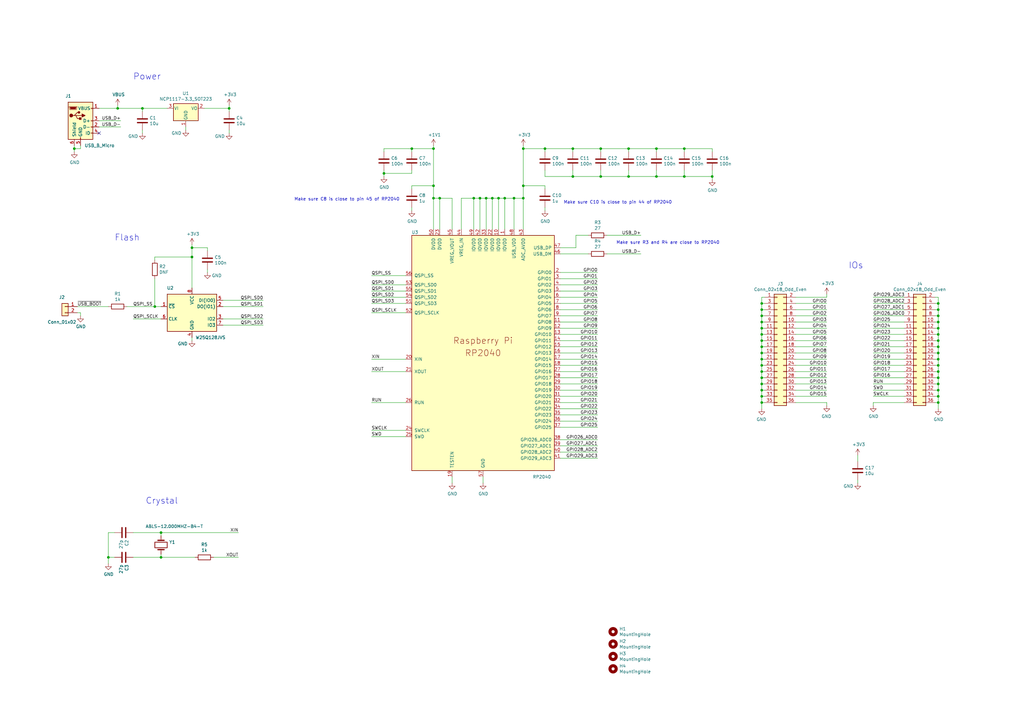
<source format=kicad_sch>
(kicad_sch
	(version 20250114)
	(generator "eeschema")
	(generator_version "9.0")
	(uuid "fbd09580-89af-4c79-b73e-a54f424f0348")
	(paper "A3")
	(title_block
		(title "RP2040 Minimal Design Example")
		(date "2020-12-18")
		(rev "REV1")
		(company "Raspberry Pi (Trading) Ltd")
	)
	
	(text "Flash"
		(exclude_from_sim no)
		(at 46.99 99.06 0)
		(effects
			(font
				(size 2.54 2.54)
			)
			(justify left bottom)
		)
		(uuid "03d36438-5860-4554-bef8-a48b27246550")
	)
	(text "IOs"
		(exclude_from_sim no)
		(at 347.98 110.49 0)
		(effects
			(font
				(size 2.54 2.54)
			)
			(justify left bottom)
		)
		(uuid "09444ace-11b2-4504-8416-45ad196db22e")
	)
	(text "Crystal"
		(exclude_from_sim no)
		(at 59.69 207.01 0)
		(effects
			(font
				(size 2.54 2.54)
			)
			(justify left bottom)
		)
		(uuid "0a370318-0e0c-45d5-9166-f12a1c9ef194")
	)
	(text "Make sure C8 is close to pin 45 of RP2040"
		(exclude_from_sim no)
		(at 120.65 82.55 0)
		(effects
			(font
				(size 1.27 1.27)
			)
			(justify left bottom)
		)
		(uuid "a67e30f4-3364-4964-9e40-775e1a9768e1")
	)
	(text "Make sure C10 is close to pin 44 of RP2040"
		(exclude_from_sim no)
		(at 231.14 83.82 0)
		(effects
			(font
				(size 1.27 1.27)
			)
			(justify left bottom)
		)
		(uuid "ed0062e2-5321-478b-876d-3ed05ce9f902")
	)
	(text "Make sure R3 and R4 are close to RP2040"
		(exclude_from_sim no)
		(at 252.73 100.33 0)
		(effects
			(font
				(size 1.27 1.27)
			)
			(justify left bottom)
		)
		(uuid "f795652b-459b-436d-a4a7-50b3cb0e1f2e")
	)
	(text "Power"
		(exclude_from_sim no)
		(at 54.61 33.02 0)
		(effects
			(font
				(size 2.54 2.54)
			)
			(justify left bottom)
		)
		(uuid "fb09603d-394f-48f4-92d9-d2e02b66c615")
	)
	(junction
		(at 214.63 76.2)
		(diameter 0)
		(color 0 0 0 0)
		(uuid "0101c660-eab2-4e06-86e9-7fc0f50f08e4")
	)
	(junction
		(at 312.42 160.02)
		(diameter 0)
		(color 0 0 0 0)
		(uuid "02759639-4776-49e7-9626-c36c81a04045")
	)
	(junction
		(at 312.42 129.54)
		(diameter 0)
		(color 0 0 0 0)
		(uuid "04bf6d85-7e10-4b48-95d3-010fe4aca420")
	)
	(junction
		(at 196.85 81.28)
		(diameter 0)
		(color 0 0 0 0)
		(uuid "0b5ded1e-0f00-4187-b315-fb94c6957cbc")
	)
	(junction
		(at 223.52 60.96)
		(diameter 0)
		(color 0 0 0 0)
		(uuid "0bc36ff5-7cef-45cf-ba80-2d4b14c64f05")
	)
	(junction
		(at 384.81 129.54)
		(diameter 0)
		(color 0 0 0 0)
		(uuid "0fefb381-781a-43d9-a002-2379643c8a68")
	)
	(junction
		(at 312.42 147.32)
		(diameter 0)
		(color 0 0 0 0)
		(uuid "1815e965-af71-4be1-adb1-b697cd0f8d08")
	)
	(junction
		(at 312.42 157.48)
		(diameter 0)
		(color 0 0 0 0)
		(uuid "1adef502-4ead-443a-b7aa-20bd1a1533f4")
	)
	(junction
		(at 384.81 134.62)
		(diameter 0)
		(color 0 0 0 0)
		(uuid "1e643aac-7e31-46c1-9097-73534482aa57")
	)
	(junction
		(at 78.74 101.6)
		(diameter 0)
		(color 0 0 0 0)
		(uuid "2187396c-3eaf-46bf-8229-76ffc326bc93")
	)
	(junction
		(at 384.81 147.32)
		(diameter 0)
		(color 0 0 0 0)
		(uuid "2aee8e61-24c3-45f6-939b-3a33b5254b43")
	)
	(junction
		(at 312.42 124.46)
		(diameter 0)
		(color 0 0 0 0)
		(uuid "2b6eb483-b9bc-49c0-b303-b6016ab76a9d")
	)
	(junction
		(at 312.42 144.78)
		(diameter 0)
		(color 0 0 0 0)
		(uuid "2c167671-06a1-4cf2-b376-7f79958cb51a")
	)
	(junction
		(at 30.48 60.96)
		(diameter 0)
		(color 0 0 0 0)
		(uuid "2c952904-0377-4189-a16c-b731c3f33d8d")
	)
	(junction
		(at 246.38 60.96)
		(diameter 0)
		(color 0 0 0 0)
		(uuid "2f0ffe2c-17e2-42ca-921d-22c223dc9dcc")
	)
	(junction
		(at 177.8 76.2)
		(diameter 0)
		(color 0 0 0 0)
		(uuid "327d7a55-aaa1-48ac-a2f9-b6c062a98981")
	)
	(junction
		(at 180.34 81.28)
		(diameter 0)
		(color 0 0 0 0)
		(uuid "38e7955d-9f85-4e29-ad64-365599573046")
	)
	(junction
		(at 214.63 81.28)
		(diameter 0)
		(color 0 0 0 0)
		(uuid "392476b1-f039-4a13-b0a5-807cd28f7fde")
	)
	(junction
		(at 384.81 144.78)
		(diameter 0)
		(color 0 0 0 0)
		(uuid "3ba5ab30-71b1-48a0-8a0f-bde7d07255ee")
	)
	(junction
		(at 312.42 154.94)
		(diameter 0)
		(color 0 0 0 0)
		(uuid "3bdfb3df-1eb4-4c2a-9fd3-75631bb84c77")
	)
	(junction
		(at 246.38 72.39)
		(diameter 0)
		(color 0 0 0 0)
		(uuid "3ce895f0-bcd2-4cb2-9605-4d1bb5b573a2")
	)
	(junction
		(at 312.42 134.62)
		(diameter 0)
		(color 0 0 0 0)
		(uuid "3d554f47-8af6-4f0c-b098-d06bd7ef0b75")
	)
	(junction
		(at 201.93 81.28)
		(diameter 0)
		(color 0 0 0 0)
		(uuid "3fc7e880-f233-4a97-b18f-d2c087aafb93")
	)
	(junction
		(at 269.24 72.39)
		(diameter 0)
		(color 0 0 0 0)
		(uuid "410cd328-305e-4f2a-930e-285a5ec1b741")
	)
	(junction
		(at 44.45 228.6)
		(diameter 0)
		(color 0 0 0 0)
		(uuid "45a9633c-d923-4081-bccb-9263560bd6e2")
	)
	(junction
		(at 207.01 81.28)
		(diameter 0)
		(color 0 0 0 0)
		(uuid "49144e95-a6cb-4de4-bd0d-f998e8e98524")
	)
	(junction
		(at 384.81 142.24)
		(diameter 0)
		(color 0 0 0 0)
		(uuid "4aea7d31-7260-431c-8849-ec2fcc3cdb20")
	)
	(junction
		(at 204.47 81.28)
		(diameter 0)
		(color 0 0 0 0)
		(uuid "4c56c291-9db9-4a15-9aaa-8673ecfd6cfa")
	)
	(junction
		(at 312.42 149.86)
		(diameter 0)
		(color 0 0 0 0)
		(uuid "4e8f772f-ed72-4e02-a794-e420a0d4930a")
	)
	(junction
		(at 257.81 60.96)
		(diameter 0)
		(color 0 0 0 0)
		(uuid "51280a46-3d18-41d4-9c07-c41b68752505")
	)
	(junction
		(at 177.8 60.96)
		(diameter 0)
		(color 0 0 0 0)
		(uuid "63dced93-d99a-4dad-95df-f57b725c8aa3")
	)
	(junction
		(at 312.42 165.1)
		(diameter 0)
		(color 0 0 0 0)
		(uuid "67874310-caba-4f10-954f-760ff9cd7656")
	)
	(junction
		(at 78.74 105.41)
		(diameter 0)
		(color 0 0 0 0)
		(uuid "6fb51c71-df64-4e8a-b40e-43966b6f5ff2")
	)
	(junction
		(at 234.95 60.96)
		(diameter 0)
		(color 0 0 0 0)
		(uuid "73b03f99-2934-4d69-bc66-97e6d804faa1")
	)
	(junction
		(at 280.67 60.96)
		(diameter 0)
		(color 0 0 0 0)
		(uuid "788b39e1-cad9-4f70-94d7-5fc5d622c2e6")
	)
	(junction
		(at 312.42 142.24)
		(diameter 0)
		(color 0 0 0 0)
		(uuid "79eb39d7-262c-4457-918b-75263803636c")
	)
	(junction
		(at 384.81 165.1)
		(diameter 0)
		(color 0 0 0 0)
		(uuid "7ba8c649-51d1-49b0-a70d-948fb54ff31b")
	)
	(junction
		(at 384.81 124.46)
		(diameter 0)
		(color 0 0 0 0)
		(uuid "7d4de660-b726-4d80-ac81-69d981ac3f67")
	)
	(junction
		(at 168.91 60.96)
		(diameter 0)
		(color 0 0 0 0)
		(uuid "826b36f6-3568-459a-8b86-3c99cc29dbb6")
	)
	(junction
		(at 384.81 157.48)
		(diameter 0)
		(color 0 0 0 0)
		(uuid "867768db-64a8-4bc7-ba48-3e867617a375")
	)
	(junction
		(at 157.48 71.12)
		(diameter 0)
		(color 0 0 0 0)
		(uuid "87550fe1-79a6-4ede-9417-6ee529bed594")
	)
	(junction
		(at 194.31 81.28)
		(diameter 0)
		(color 0 0 0 0)
		(uuid "8cd67792-df69-4535-8bd4-dcd96ab41dea")
	)
	(junction
		(at 66.04 218.44)
		(diameter 0)
		(color 0 0 0 0)
		(uuid "98c1d40b-5015-4a35-9020-725d7dc7821a")
	)
	(junction
		(at 48.26 44.45)
		(diameter 0)
		(color 0 0 0 0)
		(uuid "9aa05c3b-eba9-4b58-befe-a7e6c5697c98")
	)
	(junction
		(at 58.42 44.45)
		(diameter 0)
		(color 0 0 0 0)
		(uuid "9eb5f5ca-eb46-487a-98c6-3fcb3ceaa794")
	)
	(junction
		(at 257.81 72.39)
		(diameter 0)
		(color 0 0 0 0)
		(uuid "a17ad0d9-d352-42e6-926b-fdc351f0dd67")
	)
	(junction
		(at 384.81 127)
		(diameter 0)
		(color 0 0 0 0)
		(uuid "b4671b59-5719-4e93-85eb-092935b8b931")
	)
	(junction
		(at 384.81 160.02)
		(diameter 0)
		(color 0 0 0 0)
		(uuid "b8718d77-b529-493f-a90b-5f7d24ffa112")
	)
	(junction
		(at 312.42 127)
		(diameter 0)
		(color 0 0 0 0)
		(uuid "b8b6c9f3-56bf-49a3-b6a1-57e37bdf04dc")
	)
	(junction
		(at 384.81 162.56)
		(diameter 0)
		(color 0 0 0 0)
		(uuid "b922626e-0c47-4e52-b0c9-65211be6941e")
	)
	(junction
		(at 177.8 81.28)
		(diameter 0)
		(color 0 0 0 0)
		(uuid "b93f82eb-53af-4888-ad27-d43cdcd38cee")
	)
	(junction
		(at 384.81 132.08)
		(diameter 0)
		(color 0 0 0 0)
		(uuid "b9458aad-f277-4b45-8643-dcd2d6b9a69a")
	)
	(junction
		(at 312.42 137.16)
		(diameter 0)
		(color 0 0 0 0)
		(uuid "be65bda5-6b22-44d6-a5be-c2731372d399")
	)
	(junction
		(at 384.81 149.86)
		(diameter 0)
		(color 0 0 0 0)
		(uuid "bf2f125b-cd9e-43be-811a-a6c13ecf8fd0")
	)
	(junction
		(at 66.04 228.6)
		(diameter 0)
		(color 0 0 0 0)
		(uuid "c01122a5-056a-4ff3-80f5-24d10cc06484")
	)
	(junction
		(at 384.81 154.94)
		(diameter 0)
		(color 0 0 0 0)
		(uuid "c2154b65-50e1-4d22-9490-df7afd8ddbe8")
	)
	(junction
		(at 312.42 132.08)
		(diameter 0)
		(color 0 0 0 0)
		(uuid "c289fa46-1074-43e7-a280-81239954121f")
	)
	(junction
		(at 63.5 125.73)
		(diameter 0)
		(color 0 0 0 0)
		(uuid "c41a4ef6-fa8a-4c8a-8bc6-36e707ac4851")
	)
	(junction
		(at 269.24 60.96)
		(diameter 0)
		(color 0 0 0 0)
		(uuid "c7bb80a6-f077-4f16-a387-fea292301e94")
	)
	(junction
		(at 384.81 139.7)
		(diameter 0)
		(color 0 0 0 0)
		(uuid "cff777f3-8404-49ae-961b-8588fd285216")
	)
	(junction
		(at 280.67 72.39)
		(diameter 0)
		(color 0 0 0 0)
		(uuid "d1a265c5-0845-4d33-9b56-820e6d17f3af")
	)
	(junction
		(at 384.81 137.16)
		(diameter 0)
		(color 0 0 0 0)
		(uuid "d36dfc41-90ba-4a3e-8788-ec624bfb0528")
	)
	(junction
		(at 384.81 152.4)
		(diameter 0)
		(color 0 0 0 0)
		(uuid "d392c6ae-8231-4574-a187-6b6442e6f6b9")
	)
	(junction
		(at 312.42 152.4)
		(diameter 0)
		(color 0 0 0 0)
		(uuid "d56b8340-1701-4108-9f06-2c853bca29b1")
	)
	(junction
		(at 214.63 60.96)
		(diameter 0)
		(color 0 0 0 0)
		(uuid "df8568b8-3207-4bdd-9086-18d945ef3be5")
	)
	(junction
		(at 210.82 81.28)
		(diameter 0)
		(color 0 0 0 0)
		(uuid "e10a13b9-540d-496c-b0e1-9e3a47349b85")
	)
	(junction
		(at 312.42 162.56)
		(diameter 0)
		(color 0 0 0 0)
		(uuid "e7165f9b-a326-4979-94b4-3770de53c06d")
	)
	(junction
		(at 312.42 139.7)
		(diameter 0)
		(color 0 0 0 0)
		(uuid "e74a2e52-fa80-4df0-9fbc-78bee9529560")
	)
	(junction
		(at 93.98 44.45)
		(diameter 0)
		(color 0 0 0 0)
		(uuid "e90d950c-86f6-4515-b5fa-bf6f035459d9")
	)
	(junction
		(at 234.95 72.39)
		(diameter 0)
		(color 0 0 0 0)
		(uuid "f2ca8279-dcd2-4f84-aba9-f51a62041e83")
	)
	(junction
		(at 292.1 72.39)
		(diameter 0)
		(color 0 0 0 0)
		(uuid "f2cf1fd3-cc87-496a-bd4a-775b35bf9437")
	)
	(junction
		(at 199.39 81.28)
		(diameter 0)
		(color 0 0 0 0)
		(uuid "f8742deb-e05d-4939-b8f5-15deab5443b4")
	)
	(no_connect
		(at 40.64 54.61)
		(uuid "9e4f6a9c-55ff-4531-bb0d-01740cab3bca")
	)
	(wire
		(pts
			(xy 280.67 60.96) (xy 292.1 60.96)
		)
		(stroke
			(width 0)
			(type default)
		)
		(uuid "00427b60-6a49-4452-9e5a-2b32cad0df6c")
	)
	(wire
		(pts
			(xy 207.01 81.28) (xy 207.01 93.98)
		)
		(stroke
			(width 0)
			(type default)
		)
		(uuid "00dda6a9-d2ce-4805-b9e0-0b8bc3d68d6e")
	)
	(wire
		(pts
			(xy 383.54 154.94) (xy 384.81 154.94)
		)
		(stroke
			(width 0)
			(type default)
		)
		(uuid "01175b1e-7d26-4a0c-9aaa-73c43e1bf2a2")
	)
	(wire
		(pts
			(xy 339.09 166.37) (xy 339.09 165.1)
		)
		(stroke
			(width 0)
			(type default)
		)
		(uuid "0312d62e-f6b6-4c8c-8020-4b169029ae5a")
	)
	(wire
		(pts
			(xy 383.54 149.86) (xy 384.81 149.86)
		)
		(stroke
			(width 0)
			(type default)
		)
		(uuid "03b1b52b-e063-4d0e-b33a-bee4c14d8727")
	)
	(wire
		(pts
			(xy 313.69 165.1) (xy 312.42 165.1)
		)
		(stroke
			(width 0)
			(type default)
		)
		(uuid "0544b48f-c769-4bab-b6c9-9dfdd22c8764")
	)
	(wire
		(pts
			(xy 157.48 69.85) (xy 157.48 71.12)
		)
		(stroke
			(width 0)
			(type default)
		)
		(uuid "08f59f86-5977-47c5-afb3-334fbd9291e7")
	)
	(wire
		(pts
			(xy 370.84 134.62) (xy 358.14 134.62)
		)
		(stroke
			(width 0)
			(type default)
		)
		(uuid "090e816a-6940-470d-863e-77b8ead51c1c")
	)
	(wire
		(pts
			(xy 93.98 45.72) (xy 93.98 44.45)
		)
		(stroke
			(width 0)
			(type default)
		)
		(uuid "0995c2f2-107b-412b-880c-471d9b42c705")
	)
	(wire
		(pts
			(xy 229.87 147.32) (xy 245.11 147.32)
		)
		(stroke
			(width 0)
			(type default)
		)
		(uuid "09a0c145-aef5-47f3-9f1f-6ea12fd81cfb")
	)
	(wire
		(pts
			(xy 44.45 125.73) (xy 31.75 125.73)
		)
		(stroke
			(width 0)
			(type default)
		)
		(uuid "0a60b312-dce4-4e0a-b26e-b25f33c37c99")
	)
	(wire
		(pts
			(xy 66.04 228.6) (xy 80.01 228.6)
		)
		(stroke
			(width 0)
			(type default)
		)
		(uuid "0a6d70b3-63f2-49c9-b62e-4fd05c15f439")
	)
	(wire
		(pts
			(xy 339.09 129.54) (xy 326.39 129.54)
		)
		(stroke
			(width 0)
			(type default)
		)
		(uuid "0bd4ad49-f639-49e3-a774-06a5caf35187")
	)
	(wire
		(pts
			(xy 201.93 93.98) (xy 201.93 81.28)
		)
		(stroke
			(width 0)
			(type default)
		)
		(uuid "0ce00926-0a1f-407c-bdd2-366cff7ffb2c")
	)
	(wire
		(pts
			(xy 214.63 76.2) (xy 214.63 81.28)
		)
		(stroke
			(width 0)
			(type default)
		)
		(uuid "0d9b832b-a7ee-4cc3-95d3-eb540b54f362")
	)
	(wire
		(pts
			(xy 166.37 165.1) (xy 152.4 165.1)
		)
		(stroke
			(width 0)
			(type default)
		)
		(uuid "0e0ef97b-ed53-457b-96a6-ce8f999d46dd")
	)
	(wire
		(pts
			(xy 78.74 138.43) (xy 78.74 139.7)
		)
		(stroke
			(width 0)
			(type default)
		)
		(uuid "0e867672-909e-41c7-9599-dd35c16bb030")
	)
	(wire
		(pts
			(xy 280.67 62.23) (xy 280.67 60.96)
		)
		(stroke
			(width 0)
			(type default)
		)
		(uuid "0ea7c442-2d8a-4f3f-9fb7-e2648d382d86")
	)
	(wire
		(pts
			(xy 312.42 127) (xy 312.42 129.54)
		)
		(stroke
			(width 0)
			(type default)
		)
		(uuid "0ef0c39f-6b52-4c2e-8d8a-304c83a74b26")
	)
	(wire
		(pts
			(xy 204.47 81.28) (xy 207.01 81.28)
		)
		(stroke
			(width 0)
			(type default)
		)
		(uuid "0f5840be-4bda-4708-a2d8-3df77f0661bd")
	)
	(wire
		(pts
			(xy 383.54 127) (xy 384.81 127)
		)
		(stroke
			(width 0)
			(type default)
		)
		(uuid "10f2ba7d-6701-46d8-8d8e-f0f51ae0e5de")
	)
	(wire
		(pts
			(xy 214.63 60.96) (xy 223.52 60.96)
		)
		(stroke
			(width 0)
			(type default)
		)
		(uuid "12252332-2699-4d83-9f31-d7aadcfed90b")
	)
	(wire
		(pts
			(xy 229.87 185.42) (xy 245.11 185.42)
		)
		(stroke
			(width 0)
			(type default)
		)
		(uuid "126a60e7-08bf-40c2-813f-b79910a39d9d")
	)
	(wire
		(pts
			(xy 313.69 137.16) (xy 312.42 137.16)
		)
		(stroke
			(width 0)
			(type default)
		)
		(uuid "13e3987a-453a-43db-99e7-17de516f62fe")
	)
	(wire
		(pts
			(xy 210.82 93.98) (xy 210.82 81.28)
		)
		(stroke
			(width 0)
			(type default)
		)
		(uuid "1463f884-2751-4ab1-883c-27fcef905d51")
	)
	(wire
		(pts
			(xy 177.8 81.28) (xy 177.8 93.98)
		)
		(stroke
			(width 0)
			(type default)
		)
		(uuid "14ef725b-dc52-4662-b0c3-ba642a43202e")
	)
	(wire
		(pts
			(xy 229.87 165.1) (xy 245.11 165.1)
		)
		(stroke
			(width 0)
			(type default)
		)
		(uuid "16270dcc-1920-4344-a2c7-e2f7e090055e")
	)
	(wire
		(pts
			(xy 91.44 130.81) (xy 107.95 130.81)
		)
		(stroke
			(width 0)
			(type default)
		)
		(uuid "18738b2a-69ce-441a-bc9a-07604a1b8495")
	)
	(wire
		(pts
			(xy 246.38 62.23) (xy 246.38 60.96)
		)
		(stroke
			(width 0)
			(type default)
		)
		(uuid "1c121899-6be7-4f67-a7ab-911472ef2b24")
	)
	(wire
		(pts
			(xy 236.22 96.52) (xy 241.3 96.52)
		)
		(stroke
			(width 0)
			(type default)
		)
		(uuid "1ff92934-e73d-4e99-9f44-1aa7c7ade44c")
	)
	(wire
		(pts
			(xy 313.69 124.46) (xy 312.42 124.46)
		)
		(stroke
			(width 0)
			(type default)
		)
		(uuid "20421b05-fda6-4542-9da7-66c6c5d1773f")
	)
	(wire
		(pts
			(xy 269.24 72.39) (xy 257.81 72.39)
		)
		(stroke
			(width 0)
			(type default)
		)
		(uuid "20cb16a8-c012-4aba-9a39-bea89ecd05bf")
	)
	(wire
		(pts
			(xy 214.63 76.2) (xy 223.52 76.2)
		)
		(stroke
			(width 0)
			(type default)
		)
		(uuid "22e2f14d-5ef3-4a74-9ab2-bd43910be33f")
	)
	(wire
		(pts
			(xy 383.54 132.08) (xy 384.81 132.08)
		)
		(stroke
			(width 0)
			(type default)
		)
		(uuid "23c800e3-2c24-48d1-9e2f-0dd44670ba4a")
	)
	(wire
		(pts
			(xy 358.14 165.1) (xy 370.84 165.1)
		)
		(stroke
			(width 0)
			(type default)
		)
		(uuid "2411b203-7faa-46a3-9b8f-e1a5f03a3f5c")
	)
	(wire
		(pts
			(xy 370.84 137.16) (xy 358.14 137.16)
		)
		(stroke
			(width 0)
			(type default)
		)
		(uuid "2447d1fa-e3eb-4e8c-8abd-ba9b6d4c5c26")
	)
	(wire
		(pts
			(xy 83.82 44.45) (xy 93.98 44.45)
		)
		(stroke
			(width 0)
			(type default)
		)
		(uuid "24733c35-95a4-4285-919e-a0833b92286b")
	)
	(wire
		(pts
			(xy 384.81 157.48) (xy 384.81 160.02)
		)
		(stroke
			(width 0)
			(type default)
		)
		(uuid "24a178b3-7354-43d6-a652-128c3d832b5c")
	)
	(wire
		(pts
			(xy 312.42 165.1) (xy 312.42 167.64)
		)
		(stroke
			(width 0)
			(type default)
		)
		(uuid "25740697-6b06-4589-a531-925d539e294c")
	)
	(wire
		(pts
			(xy 229.87 182.88) (xy 245.11 182.88)
		)
		(stroke
			(width 0)
			(type default)
		)
		(uuid "25f7f087-51e3-4595-a3b6-0cafb839247c")
	)
	(wire
		(pts
			(xy 214.63 59.69) (xy 214.63 60.96)
		)
		(stroke
			(width 0)
			(type default)
		)
		(uuid "26fc66a0-214c-4a84-a0a6-b05b5e472b30")
	)
	(wire
		(pts
			(xy 229.87 144.78) (xy 245.11 144.78)
		)
		(stroke
			(width 0)
			(type default)
		)
		(uuid "275e8404-add7-4ef1-9233-98e0f23cd7fb")
	)
	(wire
		(pts
			(xy 66.04 218.44) (xy 97.79 218.44)
		)
		(stroke
			(width 0)
			(type default)
		)
		(uuid "2798b926-3617-4341-887c-57942c29e4fb")
	)
	(wire
		(pts
			(xy 312.42 137.16) (xy 312.42 139.7)
		)
		(stroke
			(width 0)
			(type default)
		)
		(uuid "2b4b3958-f410-4821-96bd-149855975d81")
	)
	(wire
		(pts
			(xy 66.04 219.71) (xy 66.04 218.44)
		)
		(stroke
			(width 0)
			(type default)
		)
		(uuid "2bb38a7b-dd1e-414e-8c42-4b61e5c1407e")
	)
	(wire
		(pts
			(xy 180.34 93.98) (xy 180.34 81.28)
		)
		(stroke
			(width 0)
			(type default)
		)
		(uuid "2c8612bd-ca76-40b2-aba9-51c085180375")
	)
	(wire
		(pts
			(xy 313.69 149.86) (xy 312.42 149.86)
		)
		(stroke
			(width 0)
			(type default)
		)
		(uuid "2ccb4d5e-a3dd-48eb-bd95-d758db76a409")
	)
	(wire
		(pts
			(xy 48.26 44.45) (xy 58.42 44.45)
		)
		(stroke
			(width 0)
			(type default)
		)
		(uuid "2d7a6bfc-d390-4df2-9353-765f8ff11c54")
	)
	(wire
		(pts
			(xy 384.81 137.16) (xy 384.81 139.7)
		)
		(stroke
			(width 0)
			(type default)
		)
		(uuid "2da2dfe8-3cf1-4673-a926-f6c27cc461b9")
	)
	(wire
		(pts
			(xy 312.42 134.62) (xy 312.42 137.16)
		)
		(stroke
			(width 0)
			(type default)
		)
		(uuid "2e75c4d6-03ce-49c0-a9e5-717eb22b7752")
	)
	(wire
		(pts
			(xy 33.02 60.96) (xy 30.48 60.96)
		)
		(stroke
			(width 0)
			(type default)
		)
		(uuid "2f5c7f17-9fc9-4e2a-91a5-456641a23f9d")
	)
	(wire
		(pts
			(xy 31.75 128.27) (xy 33.02 128.27)
		)
		(stroke
			(width 0)
			(type default)
		)
		(uuid "2ff99787-721f-4dd1-bd3a-e79b507056c1")
	)
	(wire
		(pts
			(xy 58.42 45.72) (xy 58.42 44.45)
		)
		(stroke
			(width 0)
			(type default)
		)
		(uuid "3074552c-494c-41fe-b64e-7f8f5d2f177e")
	)
	(wire
		(pts
			(xy 313.69 144.78) (xy 312.42 144.78)
		)
		(stroke
			(width 0)
			(type default)
		)
		(uuid "3362683d-d240-4d59-998c-d9a1a7fde0bb")
	)
	(wire
		(pts
			(xy 257.81 60.96) (xy 269.24 60.96)
		)
		(stroke
			(width 0)
			(type default)
		)
		(uuid "35243ce4-9ce5-4e47-9424-9d5b9d2248f7")
	)
	(wire
		(pts
			(xy 384.81 129.54) (xy 384.81 132.08)
		)
		(stroke
			(width 0)
			(type default)
		)
		(uuid "36246e7e-a855-4e64-978a-0f2124b8ce63")
	)
	(wire
		(pts
			(xy 292.1 72.39) (xy 292.1 73.66)
		)
		(stroke
			(width 0)
			(type default)
		)
		(uuid "3693b18c-f657-4b42-86fc-88a40f171f7a")
	)
	(wire
		(pts
			(xy 280.67 72.39) (xy 292.1 72.39)
		)
		(stroke
			(width 0)
			(type default)
		)
		(uuid "37ccdd9b-e3c5-405e-8158-7f544c21d47d")
	)
	(wire
		(pts
			(xy 236.22 96.52) (xy 236.22 101.6)
		)
		(stroke
			(width 0)
			(type default)
		)
		(uuid "381aa926-3622-4f2d-8b37-0c0efec9af2b")
	)
	(wire
		(pts
			(xy 313.69 129.54) (xy 312.42 129.54)
		)
		(stroke
			(width 0)
			(type default)
		)
		(uuid "38c8dfab-63a1-4893-9e76-a9b286a120c0")
	)
	(wire
		(pts
			(xy 384.81 154.94) (xy 384.81 157.48)
		)
		(stroke
			(width 0)
			(type default)
		)
		(uuid "38f53c44-c686-4b21-88d4-a12b607c21f2")
	)
	(wire
		(pts
			(xy 383.54 165.1) (xy 384.81 165.1)
		)
		(stroke
			(width 0)
			(type default)
		)
		(uuid "3992d49d-dd89-40a7-b522-42a913e370aa")
	)
	(wire
		(pts
			(xy 229.87 104.14) (xy 241.3 104.14)
		)
		(stroke
			(width 0)
			(type default)
		)
		(uuid "3a924479-00c1-4a42-ba48-18fdee7bc963")
	)
	(wire
		(pts
			(xy 269.24 62.23) (xy 269.24 60.96)
		)
		(stroke
			(width 0)
			(type default)
		)
		(uuid "3ace5816-61f6-417e-bde2-ff303be48571")
	)
	(wire
		(pts
			(xy 168.91 71.12) (xy 168.91 69.85)
		)
		(stroke
			(width 0)
			(type default)
		)
		(uuid "3bd5485e-5ab3-4ef2-87ad-38c641fbd7d3")
	)
	(wire
		(pts
			(xy 166.37 176.53) (xy 152.4 176.53)
		)
		(stroke
			(width 0)
			(type default)
		)
		(uuid "3c392e96-62cd-47ed-aea6-e0f20760f710")
	)
	(wire
		(pts
			(xy 339.09 121.92) (xy 339.09 120.65)
		)
		(stroke
			(width 0)
			(type default)
		)
		(uuid "3d267475-ffa5-4cda-b19d-4bdc806081f2")
	)
	(wire
		(pts
			(xy 189.23 93.98) (xy 189.23 81.28)
		)
		(stroke
			(width 0)
			(type default)
		)
		(uuid "3edad0b1-9682-4ed7-bfc6-04a3018bd06d")
	)
	(wire
		(pts
			(xy 351.79 186.69) (xy 351.79 189.23)
		)
		(stroke
			(width 0)
			(type default)
		)
		(uuid "4059df86-ebc5-450b-8793-f4ec13e5d3c2")
	)
	(wire
		(pts
			(xy 229.87 114.3) (xy 245.11 114.3)
		)
		(stroke
			(width 0)
			(type default)
		)
		(uuid "407b1159-898f-491b-aa57-6dbd9b154416")
	)
	(wire
		(pts
			(xy 384.81 147.32) (xy 384.81 149.86)
		)
		(stroke
			(width 0)
			(type default)
		)
		(uuid "432f7ca6-8070-4067-bc07-8515a07575a9")
	)
	(wire
		(pts
			(xy 313.69 147.32) (xy 312.42 147.32)
		)
		(stroke
			(width 0)
			(type default)
		)
		(uuid "434ab3fd-e1a8-4645-99a9-705e23273ba1")
	)
	(wire
		(pts
			(xy 63.5 114.3) (xy 63.5 125.73)
		)
		(stroke
			(width 0)
			(type default)
		)
		(uuid "44257d77-a79e-4d36-a3cd-0d7eea622670")
	)
	(wire
		(pts
			(xy 180.34 81.28) (xy 177.8 81.28)
		)
		(stroke
			(width 0)
			(type default)
		)
		(uuid "44bd399b-eb50-4638-a4e7-db49ab10d620")
	)
	(wire
		(pts
			(xy 384.81 139.7) (xy 384.81 142.24)
		)
		(stroke
			(width 0)
			(type default)
		)
		(uuid "45314b4e-3613-403e-ab6e-d62a6085287e")
	)
	(wire
		(pts
			(xy 370.84 129.54) (xy 358.14 129.54)
		)
		(stroke
			(width 0)
			(type default)
		)
		(uuid "45dd97ac-be12-4e8c-805a-18f7e50a870e")
	)
	(wire
		(pts
			(xy 33.02 128.27) (xy 33.02 129.54)
		)
		(stroke
			(width 0)
			(type default)
		)
		(uuid "479ed870-a694-434e-b3b3-47017fda0d69")
	)
	(wire
		(pts
			(xy 152.4 147.32) (xy 166.37 147.32)
		)
		(stroke
			(width 0)
			(type default)
		)
		(uuid "47cd4f7c-0a60-4d66-be0f-de287f56d800")
	)
	(wire
		(pts
			(xy 269.24 60.96) (xy 280.67 60.96)
		)
		(stroke
			(width 0)
			(type default)
		)
		(uuid "48d67532-0aaa-421b-a30c-7e47ccf7f4cf")
	)
	(wire
		(pts
			(xy 383.54 162.56) (xy 384.81 162.56)
		)
		(stroke
			(width 0)
			(type default)
		)
		(uuid "4a335275-a2c1-4249-8eb4-6512788de86b")
	)
	(wire
		(pts
			(xy 339.09 147.32) (xy 326.39 147.32)
		)
		(stroke
			(width 0)
			(type default)
		)
		(uuid "4c100ec1-749a-4747-85eb-fb05b2ff07df")
	)
	(wire
		(pts
			(xy 351.79 196.85) (xy 351.79 198.12)
		)
		(stroke
			(width 0)
			(type default)
		)
		(uuid "4c7b42df-c81b-41d1-a4dc-568eae71e7b2")
	)
	(wire
		(pts
			(xy 313.69 139.7) (xy 312.42 139.7)
		)
		(stroke
			(width 0)
			(type default)
		)
		(uuid "4cb42c19-beb3-4a0d-a995-3e4ee503ff37")
	)
	(wire
		(pts
			(xy 246.38 69.85) (xy 246.38 72.39)
		)
		(stroke
			(width 0)
			(type default)
		)
		(uuid "4cb94960-9228-4296-8fac-9bc141519ac0")
	)
	(wire
		(pts
			(xy 229.87 101.6) (xy 236.22 101.6)
		)
		(stroke
			(width 0)
			(type default)
		)
		(uuid "4da09740-9900-4b31-9c11-0ef7d232b91d")
	)
	(wire
		(pts
			(xy 44.45 218.44) (xy 44.45 228.6)
		)
		(stroke
			(width 0)
			(type default)
		)
		(uuid "4ecfc2b2-73d1-4850-a5ce-0463e99a2988")
	)
	(wire
		(pts
			(xy 214.63 81.28) (xy 214.63 93.98)
		)
		(stroke
			(width 0)
			(type default)
		)
		(uuid "4fb79f6d-c773-4eff-ae8a-8b54c60b5521")
	)
	(wire
		(pts
			(xy 370.84 121.92) (xy 358.14 121.92)
		)
		(stroke
			(width 0)
			(type default)
		)
		(uuid "4fdc253f-2786-45b0-a1ca-c0d6aea0c0d8")
	)
	(wire
		(pts
			(xy 33.02 59.69) (xy 33.02 60.96)
		)
		(stroke
			(width 0)
			(type default)
		)
		(uuid "4ffad83d-ae9b-4e7f-aa68-88efdb773b2e")
	)
	(wire
		(pts
			(xy 54.61 130.81) (xy 66.04 130.81)
		)
		(stroke
			(width 0)
			(type default)
		)
		(uuid "50af8132-d51f-4fe8-b472-3689b31a9c24")
	)
	(wire
		(pts
			(xy 78.74 105.41) (xy 78.74 118.11)
		)
		(stroke
			(width 0)
			(type default)
		)
		(uuid "515614fd-96ec-4778-ae26-f5242d15d02c")
	)
	(wire
		(pts
			(xy 229.87 157.48) (xy 245.11 157.48)
		)
		(stroke
			(width 0)
			(type default)
		)
		(uuid "52aced0a-50ee-4bc6-a574-8beabbde68c7")
	)
	(wire
		(pts
			(xy 257.81 69.85) (xy 257.81 72.39)
		)
		(stroke
			(width 0)
			(type default)
		)
		(uuid "533187a0-1259-4d33-9340-06d6df7c0074")
	)
	(wire
		(pts
			(xy 339.09 165.1) (xy 326.39 165.1)
		)
		(stroke
			(width 0)
			(type default)
		)
		(uuid "54fc8e61-68f4-4133-a2ef-77080dc979bd")
	)
	(wire
		(pts
			(xy 177.8 59.69) (xy 177.8 60.96)
		)
		(stroke
			(width 0)
			(type default)
		)
		(uuid "5591343a-3bf7-4f00-ab7b-552a8df6bc68")
	)
	(wire
		(pts
			(xy 229.87 119.38) (xy 245.11 119.38)
		)
		(stroke
			(width 0)
			(type default)
		)
		(uuid "5634a0eb-2153-444d-ac1e-00080c4de63e")
	)
	(wire
		(pts
			(xy 76.2 52.07) (xy 76.2 53.34)
		)
		(stroke
			(width 0)
			(type default)
		)
		(uuid "567f6e27-0c38-4787-ad0e-88261d50998c")
	)
	(wire
		(pts
			(xy 313.69 127) (xy 312.42 127)
		)
		(stroke
			(width 0)
			(type default)
		)
		(uuid "5853edc1-5c9d-41e6-8c87-0935bff6a7a5")
	)
	(wire
		(pts
			(xy 313.69 157.48) (xy 312.42 157.48)
		)
		(stroke
			(width 0)
			(type default)
		)
		(uuid "595a905f-2549-4192-beb7-82c0e22dc5cf")
	)
	(wire
		(pts
			(xy 229.87 162.56) (xy 245.11 162.56)
		)
		(stroke
			(width 0)
			(type default)
		)
		(uuid "5c371eae-38be-45a3-b85b-a1f019550f78")
	)
	(wire
		(pts
			(xy 48.26 43.18) (xy 48.26 44.45)
		)
		(stroke
			(width 0)
			(type default)
		)
		(uuid "5c465068-a69a-455f-b8b4-2565a390233d")
	)
	(wire
		(pts
			(xy 78.74 100.33) (xy 78.74 101.6)
		)
		(stroke
			(width 0)
			(type default)
		)
		(uuid "5cea7fd5-30f0-48b3-83b4-af91bfb7ab75")
	)
	(wire
		(pts
			(xy 312.42 149.86) (xy 312.42 152.4)
		)
		(stroke
			(width 0)
			(type default)
		)
		(uuid "5e74d31c-bfae-4c8f-bd4b-42947861289d")
	)
	(wire
		(pts
			(xy 199.39 81.28) (xy 201.93 81.28)
		)
		(stroke
			(width 0)
			(type default)
		)
		(uuid "5ebc5cdd-2994-4aa1-9285-f8bac71cd948")
	)
	(wire
		(pts
			(xy 312.42 129.54) (xy 312.42 132.08)
		)
		(stroke
			(width 0)
			(type default)
		)
		(uuid "5f273175-cef6-4ca1-b3d1-4bae0d2cd909")
	)
	(wire
		(pts
			(xy 246.38 60.96) (xy 257.81 60.96)
		)
		(stroke
			(width 0)
			(type default)
		)
		(uuid "5fa9a3d9-32ab-489b-99b2-1411c488e242")
	)
	(wire
		(pts
			(xy 370.84 142.24) (xy 358.14 142.24)
		)
		(stroke
			(width 0)
			(type default)
		)
		(uuid "5fcb783f-9524-4efd-9bcf-ab60e264908b")
	)
	(wire
		(pts
			(xy 370.84 139.7) (xy 358.14 139.7)
		)
		(stroke
			(width 0)
			(type default)
		)
		(uuid "6078475a-7db0-4b4c-bc6a-9593bba2cd27")
	)
	(wire
		(pts
			(xy 383.54 142.24) (xy 384.81 142.24)
		)
		(stroke
			(width 0)
			(type default)
		)
		(uuid "6142e885-82e3-4023-a486-0a1b1f323fdd")
	)
	(wire
		(pts
			(xy 339.09 124.46) (xy 326.39 124.46)
		)
		(stroke
			(width 0)
			(type default)
		)
		(uuid "63c8985e-32db-4443-b3f7-e9ee7e698bca")
	)
	(wire
		(pts
			(xy 370.84 147.32) (xy 358.14 147.32)
		)
		(stroke
			(width 0)
			(type default)
		)
		(uuid "642e38e8-5589-4838-9191-35e1c5233199")
	)
	(wire
		(pts
			(xy 185.42 93.98) (xy 185.42 81.28)
		)
		(stroke
			(width 0)
			(type default)
		)
		(uuid "655c981a-b4b4-4c07-9de2-4a4f48811dc1")
	)
	(wire
		(pts
			(xy 63.5 105.41) (xy 78.74 105.41)
		)
		(stroke
			(width 0)
			(type default)
		)
		(uuid "665cbd69-d0c9-4dfe-8db4-52211e70f522")
	)
	(wire
		(pts
			(xy 384.81 127) (xy 384.81 129.54)
		)
		(stroke
			(width 0)
			(type default)
		)
		(uuid "66c5974e-db74-4417-85b9-66d30310e930")
	)
	(wire
		(pts
			(xy 229.87 129.54) (xy 245.11 129.54)
		)
		(stroke
			(width 0)
			(type default)
		)
		(uuid "67cba9a8-6320-44c9-935a-396db5c780e6")
	)
	(wire
		(pts
			(xy 339.09 154.94) (xy 326.39 154.94)
		)
		(stroke
			(width 0)
			(type default)
		)
		(uuid "687f2250-3920-43a7-bacb-8540acb40f44")
	)
	(wire
		(pts
			(xy 58.42 53.34) (xy 58.42 54.61)
		)
		(stroke
			(width 0)
			(type default)
		)
		(uuid "69244ee1-069c-4c0a-bcf4-2af3bdfda739")
	)
	(wire
		(pts
			(xy 383.54 124.46) (xy 384.81 124.46)
		)
		(stroke
			(width 0)
			(type default)
		)
		(uuid "6d8e9da1-da7a-4490-8533-db54a79e22b6")
	)
	(wire
		(pts
			(xy 30.48 60.96) (xy 30.48 62.23)
		)
		(stroke
			(width 0)
			(type default)
		)
		(uuid "6e43d354-24d0-4dcc-bacd-43e029c8070c")
	)
	(wire
		(pts
			(xy 370.84 127) (xy 358.14 127)
		)
		(stroke
			(width 0)
			(type default)
		)
		(uuid "71a02fbb-1989-44e7-84dd-fad0b54c4372")
	)
	(wire
		(pts
			(xy 370.84 154.94) (xy 358.14 154.94)
		)
		(stroke
			(width 0)
			(type default)
		)
		(uuid "74ce2779-5263-4044-b377-e46e4830c347")
	)
	(wire
		(pts
			(xy 383.54 139.7) (xy 384.81 139.7)
		)
		(stroke
			(width 0)
			(type default)
		)
		(uuid "7501e311-b41a-457a-b58c-344592f23c59")
	)
	(wire
		(pts
			(xy 384.81 121.92) (xy 384.81 124.46)
		)
		(stroke
			(width 0)
			(type default)
		)
		(uuid "755350ba-02a8-4eef-bf27-ce894c52b1d1")
	)
	(wire
		(pts
			(xy 54.61 228.6) (xy 66.04 228.6)
		)
		(stroke
			(width 0)
			(type default)
		)
		(uuid "76c4b2d3-f235-4e39-98e1-de592f108bb3")
	)
	(wire
		(pts
			(xy 312.42 121.92) (xy 312.42 124.46)
		)
		(stroke
			(width 0)
			(type default)
		)
		(uuid "7711be16-613b-4e64-94cf-8c3bc2087db3")
	)
	(wire
		(pts
			(xy 313.69 162.56) (xy 312.42 162.56)
		)
		(stroke
			(width 0)
			(type default)
		)
		(uuid "77b396c4-7426-4ad1-a739-eee7189db74d")
	)
	(wire
		(pts
			(xy 152.4 119.38) (xy 166.37 119.38)
		)
		(stroke
			(width 0)
			(type default)
		)
		(uuid "79c0478c-d2cd-40cb-959e-34ced95d04ca")
	)
	(wire
		(pts
			(xy 157.48 71.12) (xy 157.48 72.39)
		)
		(stroke
			(width 0)
			(type default)
		)
		(uuid "7ae269b3-5b40-40fd-be67-771d02ea4b34")
	)
	(wire
		(pts
			(xy 370.84 149.86) (xy 358.14 149.86)
		)
		(stroke
			(width 0)
			(type default)
		)
		(uuid "7c15077e-26b7-4354-8145-6fd0642df61b")
	)
	(wire
		(pts
			(xy 177.8 60.96) (xy 177.8 76.2)
		)
		(stroke
			(width 0)
			(type default)
		)
		(uuid "7c64b2b3-fdf3-4007-b55a-2fc2d5a4db8c")
	)
	(wire
		(pts
			(xy 229.87 180.34) (xy 245.11 180.34)
		)
		(stroke
			(width 0)
			(type default)
		)
		(uuid "7c8102fc-1ce0-4c5c-9e89-deca809480dc")
	)
	(wire
		(pts
			(xy 384.81 160.02) (xy 384.81 162.56)
		)
		(stroke
			(width 0)
			(type default)
		)
		(uuid "7c8f451a-db6c-433d-9395-4e8ff3c457b4")
	)
	(wire
		(pts
			(xy 229.87 116.84) (xy 245.11 116.84)
		)
		(stroke
			(width 0)
			(type default)
		)
		(uuid "7d29768b-2552-4c4a-99d7-4f6d6a19eb1b")
	)
	(wire
		(pts
			(xy 54.61 218.44) (xy 66.04 218.44)
		)
		(stroke
			(width 0)
			(type default)
		)
		(uuid "7e7db78c-e2db-442d-a13b-8a7a91d85508")
	)
	(wire
		(pts
			(xy 46.99 228.6) (xy 44.45 228.6)
		)
		(stroke
			(width 0)
			(type default)
		)
		(uuid "7f01c7d6-74da-4d09-825a-4a8d0da923d3")
	)
	(wire
		(pts
			(xy 234.95 69.85) (xy 234.95 72.39)
		)
		(stroke
			(width 0)
			(type default)
		)
		(uuid "819c114e-1569-4289-a208-cc583a569d56")
	)
	(wire
		(pts
			(xy 229.87 175.26) (xy 245.11 175.26)
		)
		(stroke
			(width 0)
			(type default)
		)
		(uuid "81c35440-de49-4ead-87c8-29c29a22c5cf")
	)
	(wire
		(pts
			(xy 85.09 101.6) (xy 78.74 101.6)
		)
		(stroke
			(width 0)
			(type default)
		)
		(uuid "81de5580-d9d9-4052-9806-8850a0ba2372")
	)
	(wire
		(pts
			(xy 312.42 144.78) (xy 312.42 147.32)
		)
		(stroke
			(width 0)
			(type default)
		)
		(uuid "824c4afc-fa01-48a3-899f-cc5109d3f12c")
	)
	(wire
		(pts
			(xy 312.42 160.02) (xy 312.42 162.56)
		)
		(stroke
			(width 0)
			(type default)
		)
		(uuid "8311ede2-c40d-464d-84e8-6fa2783feb96")
	)
	(wire
		(pts
			(xy 234.95 62.23) (xy 234.95 60.96)
		)
		(stroke
			(width 0)
			(type default)
		)
		(uuid "83454f9b-debf-4f93-a2f8-40919b7198b0")
	)
	(wire
		(pts
			(xy 312.42 152.4) (xy 312.42 154.94)
		)
		(stroke
			(width 0)
			(type default)
		)
		(uuid "846822f6-457c-4852-b1e2-a8291db0a6b6")
	)
	(wire
		(pts
			(xy 185.42 195.58) (xy 185.42 198.12)
		)
		(stroke
			(width 0)
			(type default)
		)
		(uuid "84f928a3-93fa-4566-b633-be826158811d")
	)
	(wire
		(pts
			(xy 339.09 157.48) (xy 326.39 157.48)
		)
		(stroke
			(width 0)
			(type default)
		)
		(uuid "85614d53-0eac-44dd-b323-aa0096851b0f")
	)
	(wire
		(pts
			(xy 46.99 218.44) (xy 44.45 218.44)
		)
		(stroke
			(width 0)
			(type default)
		)
		(uuid "86b22dcd-3a17-4dc0-868d-e39423beb895")
	)
	(wire
		(pts
			(xy 383.54 160.02) (xy 384.81 160.02)
		)
		(stroke
			(width 0)
			(type default)
		)
		(uuid "8734dee6-77e8-4051-9b0e-867bcb67ff06")
	)
	(wire
		(pts
			(xy 152.4 121.92) (xy 166.37 121.92)
		)
		(stroke
			(width 0)
			(type default)
		)
		(uuid "87d32df2-aa2f-43cc-9ce7-d2ced4859095")
	)
	(wire
		(pts
			(xy 339.09 144.78) (xy 326.39 144.78)
		)
		(stroke
			(width 0)
			(type default)
		)
		(uuid "8817c74d-6067-4df8-ba01-11cc6e5b16b5")
	)
	(wire
		(pts
			(xy 223.52 60.96) (xy 234.95 60.96)
		)
		(stroke
			(width 0)
			(type default)
		)
		(uuid "8a7495f2-c558-4708-911f-4e2986966c9b")
	)
	(wire
		(pts
			(xy 257.81 62.23) (xy 257.81 60.96)
		)
		(stroke
			(width 0)
			(type default)
		)
		(uuid "8bde099d-061e-4817-9f9e-6477335ba7b4")
	)
	(wire
		(pts
			(xy 229.87 121.92) (xy 245.11 121.92)
		)
		(stroke
			(width 0)
			(type default)
		)
		(uuid "8c29fe31-ccec-492e-b0b8-9a3ced270c7c")
	)
	(wire
		(pts
			(xy 370.84 162.56) (xy 358.14 162.56)
		)
		(stroke
			(width 0)
			(type default)
		)
		(uuid "8d0b9294-e9b5-4ae7-809e-153e23808779")
	)
	(wire
		(pts
			(xy 63.5 106.68) (xy 63.5 105.41)
		)
		(stroke
			(width 0)
			(type default)
		)
		(uuid "8dc7efa9-a9d3-4bed-a9a3-b24605f1edf4")
	)
	(wire
		(pts
			(xy 312.42 139.7) (xy 312.42 142.24)
		)
		(stroke
			(width 0)
			(type default)
		)
		(uuid "8f91eeba-68e4-4d6b-b753-8d0584af22fb")
	)
	(wire
		(pts
			(xy 383.54 152.4) (xy 384.81 152.4)
		)
		(stroke
			(width 0)
			(type default)
		)
		(uuid "919244f6-a680-4aeb-8992-a59d7b22a14f")
	)
	(wire
		(pts
			(xy 166.37 179.07) (xy 152.4 179.07)
		)
		(stroke
			(width 0)
			(type default)
		)
		(uuid "91dd4bb2-72fb-4c34-9de4-7269df9d08c1")
	)
	(wire
		(pts
			(xy 168.91 62.23) (xy 168.91 60.96)
		)
		(stroke
			(width 0)
			(type default)
		)
		(uuid "92774184-6437-4682-bc07-0e1c04b29ffa")
	)
	(wire
		(pts
			(xy 229.87 187.96) (xy 245.11 187.96)
		)
		(stroke
			(width 0)
			(type default)
		)
		(uuid "95f57e42-b6d6-4498-82b0-26db903d1df5")
	)
	(wire
		(pts
			(xy 370.84 132.08) (xy 358.14 132.08)
		)
		(stroke
			(width 0)
			(type default)
		)
		(uuid "98773dd4-86da-4d16-baf9-306fc09f240a")
	)
	(wire
		(pts
			(xy 229.87 170.18) (xy 245.11 170.18)
		)
		(stroke
			(width 0)
			(type default)
		)
		(uuid "993d1b69-7a3d-4604-8236-4bdf9010fd32")
	)
	(wire
		(pts
			(xy 384.81 124.46) (xy 384.81 127)
		)
		(stroke
			(width 0)
			(type default)
		)
		(uuid "9a457798-da74-4b27-b818-31cdab9dbf3f")
	)
	(wire
		(pts
			(xy 91.44 123.19) (xy 107.95 123.19)
		)
		(stroke
			(width 0)
			(type default)
		)
		(uuid "9a607689-5663-44fb-9d77-46a3497c0fef")
	)
	(wire
		(pts
			(xy 168.91 77.47) (xy 168.91 76.2)
		)
		(stroke
			(width 0)
			(type default)
		)
		(uuid "9afa0408-c5b7-4d3e-9f54-dd858e07e29d")
	)
	(wire
		(pts
			(xy 223.52 62.23) (xy 223.52 60.96)
		)
		(stroke
			(width 0)
			(type default)
		)
		(uuid "9b524406-ce7d-4849-8ce0-e36df81de97e")
	)
	(wire
		(pts
			(xy 210.82 81.28) (xy 214.63 81.28)
		)
		(stroke
			(width 0)
			(type default)
		)
		(uuid "9b5cff10-dec6-4ede-b89c-5384e45a6f2b")
	)
	(wire
		(pts
			(xy 313.69 142.24) (xy 312.42 142.24)
		)
		(stroke
			(width 0)
			(type default)
		)
		(uuid "9c8beea0-547a-495e-a8ba-55fca2ee23fa")
	)
	(wire
		(pts
			(xy 339.09 139.7) (xy 326.39 139.7)
		)
		(stroke
			(width 0)
			(type default)
		)
		(uuid "9cd0c09f-57fc-4356-afa3-22c4e2a5e549")
	)
	(wire
		(pts
			(xy 166.37 152.4) (xy 152.4 152.4)
		)
		(stroke
			(width 0)
			(type default)
		)
		(uuid "9cefb927-b16f-4267-9db0-87272d9fe0de")
	)
	(wire
		(pts
			(xy 383.54 157.48) (xy 384.81 157.48)
		)
		(stroke
			(width 0)
			(type default)
		)
		(uuid "9cfcf7b5-9265-4036-9bf6-84d635b1e619")
	)
	(wire
		(pts
			(xy 312.42 147.32) (xy 312.42 149.86)
		)
		(stroke
			(width 0)
			(type default)
		)
		(uuid "9d01610b-2866-47df-b0b7-fb24696c4d4e")
	)
	(wire
		(pts
			(xy 204.47 93.98) (xy 204.47 81.28)
		)
		(stroke
			(width 0)
			(type default)
		)
		(uuid "9e4bdf25-f637-4c6f-8e4b-ff978f4bdf48")
	)
	(wire
		(pts
			(xy 383.54 134.62) (xy 384.81 134.62)
		)
		(stroke
			(width 0)
			(type default)
		)
		(uuid "9ea5a14b-123e-4142-ac34-1be3f9003698")
	)
	(wire
		(pts
			(xy 312.42 124.46) (xy 312.42 127)
		)
		(stroke
			(width 0)
			(type default)
		)
		(uuid "9fe8e006-b60b-4c30-be09-9da87eb0ac48")
	)
	(wire
		(pts
			(xy 383.54 121.92) (xy 384.81 121.92)
		)
		(stroke
			(width 0)
			(type default)
		)
		(uuid "a085aa88-c026-45b2-a112-aafa8f64a9a3")
	)
	(wire
		(pts
			(xy 370.84 160.02) (xy 358.14 160.02)
		)
		(stroke
			(width 0)
			(type default)
		)
		(uuid "a241fc10-ca57-4bfc-8454-46654d08b339")
	)
	(wire
		(pts
			(xy 189.23 81.28) (xy 194.31 81.28)
		)
		(stroke
			(width 0)
			(type default)
		)
		(uuid "a284ab06-148c-4fd8-b0ae-d82f19be2594")
	)
	(wire
		(pts
			(xy 40.64 49.53) (xy 49.53 49.53)
		)
		(stroke
			(width 0)
			(type default)
		)
		(uuid "a29245e8-fec0-4b09-b4ab-84db058f6300")
	)
	(wire
		(pts
			(xy 229.87 139.7) (xy 245.11 139.7)
		)
		(stroke
			(width 0)
			(type default)
		)
		(uuid "a2f46585-a7fe-47b6-8300-2da9bf682559")
	)
	(wire
		(pts
			(xy 40.64 44.45) (xy 48.26 44.45)
		)
		(stroke
			(width 0)
			(type default)
		)
		(uuid "a479fb40-bf78-48f5-935f-3e5f964595f2")
	)
	(wire
		(pts
			(xy 229.87 142.24) (xy 245.11 142.24)
		)
		(stroke
			(width 0)
			(type default)
		)
		(uuid "a5f322a3-7c31-4133-a65c-348076d2af90")
	)
	(wire
		(pts
			(xy 339.09 127) (xy 326.39 127)
		)
		(stroke
			(width 0)
			(type default)
		)
		(uuid "a675ee8a-67c5-48c4-a234-0e751fdbdf82")
	)
	(wire
		(pts
			(xy 248.92 96.52) (xy 262.89 96.52)
		)
		(stroke
			(width 0)
			(type default)
		)
		(uuid "a897c979-49d5-40e7-8d28-5538e4ac5a3e")
	)
	(wire
		(pts
			(xy 384.81 162.56) (xy 384.81 165.1)
		)
		(stroke
			(width 0)
			(type default)
		)
		(uuid "aa8af3f0-a4ef-45b7-870c-2f819adb9ce6")
	)
	(wire
		(pts
			(xy 91.44 133.35) (xy 107.95 133.35)
		)
		(stroke
			(width 0)
			(type default)
		)
		(uuid "ad0f4827-d3ef-428a-808b-47bcb7e61c39")
	)
	(wire
		(pts
			(xy 234.95 72.39) (xy 223.52 72.39)
		)
		(stroke
			(width 0)
			(type default)
		)
		(uuid "af8efb13-c4ad-43af-9b9e-0fc2028d28f5")
	)
	(wire
		(pts
			(xy 157.48 62.23) (xy 157.48 60.96)
		)
		(stroke
			(width 0)
			(type default)
		)
		(uuid "b003f440-fe11-4418-bc05-e2349f4fc7c3")
	)
	(wire
		(pts
			(xy 85.09 110.49) (xy 85.09 111.76)
		)
		(stroke
			(width 0)
			(type default)
		)
		(uuid "b0589386-3a1d-4393-90ce-440095b4e565")
	)
	(wire
		(pts
			(xy 168.91 60.96) (xy 177.8 60.96)
		)
		(stroke
			(width 0)
			(type default)
		)
		(uuid "b1434835-1447-408e-afd1-c59aa5f74fc7")
	)
	(wire
		(pts
			(xy 313.69 134.62) (xy 312.42 134.62)
		)
		(stroke
			(width 0)
			(type default)
		)
		(uuid "b1aee2a5-5f01-4ddd-93e0-cc965095176a")
	)
	(wire
		(pts
			(xy 269.24 69.85) (xy 269.24 72.39)
		)
		(stroke
			(width 0)
			(type default)
		)
		(uuid "b3748529-ec44-4f86-9501-c903eb6b5daa")
	)
	(wire
		(pts
			(xy 246.38 72.39) (xy 234.95 72.39)
		)
		(stroke
			(width 0)
			(type default)
		)
		(uuid "b4203ee5-835e-4a14-bfea-704744ff7554")
	)
	(wire
		(pts
			(xy 370.84 157.48) (xy 358.14 157.48)
		)
		(stroke
			(width 0)
			(type default)
		)
		(uuid "b459fdc8-40c6-4dd7-b131-c2eb4f7ee5e6")
	)
	(wire
		(pts
			(xy 194.31 93.98) (xy 194.31 81.28)
		)
		(stroke
			(width 0)
			(type default)
		)
		(uuid "b54fe405-99bf-4a91-963f-0eb1eada6812")
	)
	(wire
		(pts
			(xy 339.09 121.92) (xy 326.39 121.92)
		)
		(stroke
			(width 0)
			(type default)
		)
		(uuid "b85576bb-c666-405b-b8ec-a52d40d2809d")
	)
	(wire
		(pts
			(xy 157.48 71.12) (xy 168.91 71.12)
		)
		(stroke
			(width 0)
			(type default)
		)
		(uuid "b89a7f0d-b737-4367-860a-ba27bc420295")
	)
	(wire
		(pts
			(xy 229.87 149.86) (xy 245.11 149.86)
		)
		(stroke
			(width 0)
			(type default)
		)
		(uuid "bad09e41-808c-43d2-91c2-e58f667a6dce")
	)
	(wire
		(pts
			(xy 384.81 132.08) (xy 384.81 134.62)
		)
		(stroke
			(width 0)
			(type default)
		)
		(uuid "bbb3e58b-aea8-4ca1-9ebb-622bec3460fa")
	)
	(wire
		(pts
			(xy 312.42 154.94) (xy 312.42 157.48)
		)
		(stroke
			(width 0)
			(type default)
		)
		(uuid "bc3a36fb-d745-42b1-bc16-fb2f2a31646b")
	)
	(wire
		(pts
			(xy 339.09 162.56) (xy 326.39 162.56)
		)
		(stroke
			(width 0)
			(type default)
		)
		(uuid "bc669173-0f9c-4a7e-8583-65ec120273e1")
	)
	(wire
		(pts
			(xy 223.52 85.09) (xy 223.52 86.36)
		)
		(stroke
			(width 0)
			(type default)
		)
		(uuid "be83444f-d074-4d24-bd06-67d355d884cb")
	)
	(wire
		(pts
			(xy 234.95 60.96) (xy 246.38 60.96)
		)
		(stroke
			(width 0)
			(type default)
		)
		(uuid "be89c9e3-0065-4443-8abb-6fc06f2dcb57")
	)
	(wire
		(pts
			(xy 384.81 144.78) (xy 384.81 147.32)
		)
		(stroke
			(width 0)
			(type default)
		)
		(uuid "bf743812-2fce-4915-9e40-97e018bc3fe7")
	)
	(wire
		(pts
			(xy 370.84 152.4) (xy 358.14 152.4)
		)
		(stroke
			(width 0)
			(type default)
		)
		(uuid "bfc5a1fb-5d21-4507-84f7-871043c10066")
	)
	(wire
		(pts
			(xy 168.91 85.09) (xy 168.91 86.36)
		)
		(stroke
			(width 0)
			(type default)
		)
		(uuid "c049958f-7c38-4af9-b27e-2e89eb6446cd")
	)
	(wire
		(pts
			(xy 207.01 81.28) (xy 210.82 81.28)
		)
		(stroke
			(width 0)
			(type default)
		)
		(uuid "c0d7715e-10cc-4e58-aef4-625f1bab3928")
	)
	(wire
		(pts
			(xy 257.81 72.39) (xy 246.38 72.39)
		)
		(stroke
			(width 0)
			(type default)
		)
		(uuid "c159037e-1fa9-4b7f-81c3-a03963448eae")
	)
	(wire
		(pts
			(xy 93.98 44.45) (xy 93.98 43.18)
		)
		(stroke
			(width 0)
			(type default)
		)
		(uuid "c1b7af36-b40b-4eb5-ba2f-a9b6e79530e5")
	)
	(wire
		(pts
			(xy 229.87 134.62) (xy 245.11 134.62)
		)
		(stroke
			(width 0)
			(type default)
		)
		(uuid "c1b878f6-0e15-4eee-a678-fc00a4df572c")
	)
	(wire
		(pts
			(xy 339.09 149.86) (xy 326.39 149.86)
		)
		(stroke
			(width 0)
			(type default)
		)
		(uuid "c20dbbed-41db-47ca-aa86-a79978394200")
	)
	(wire
		(pts
			(xy 339.09 152.4) (xy 326.39 152.4)
		)
		(stroke
			(width 0)
			(type default)
		)
		(uuid "c2739105-4c5c-4052-827b-76e913ca2730")
	)
	(wire
		(pts
			(xy 93.98 53.34) (xy 93.98 54.61)
		)
		(stroke
			(width 0)
			(type default)
		)
		(uuid "c2dc8b56-d5ee-42b6-93c5-ce69be578bb9")
	)
	(wire
		(pts
			(xy 370.84 144.78) (xy 358.14 144.78)
		)
		(stroke
			(width 0)
			(type default)
		)
		(uuid "c53318fe-94d8-42f5-a989-86c8d92c344f")
	)
	(wire
		(pts
			(xy 229.87 137.16) (xy 245.11 137.16)
		)
		(stroke
			(width 0)
			(type default)
		)
		(uuid "c75dba24-022c-4645-8c70-97a3ed1472b5")
	)
	(wire
		(pts
			(xy 339.09 160.02) (xy 326.39 160.02)
		)
		(stroke
			(width 0)
			(type default)
		)
		(uuid "c98c7cea-bdea-4800-b8f6-fbbe93f23ef2")
	)
	(wire
		(pts
			(xy 313.69 160.02) (xy 312.42 160.02)
		)
		(stroke
			(width 0)
			(type default)
		)
		(uuid "cad589d8-b061-4a3e-87c6-6789a72fe42a")
	)
	(wire
		(pts
			(xy 292.1 69.85) (xy 292.1 72.39)
		)
		(stroke
			(width 0)
			(type default)
		)
		(uuid "cb08b33b-fcbf-4578-ba91-326508b69ba6")
	)
	(wire
		(pts
			(xy 384.81 165.1) (xy 384.81 167.64)
		)
		(stroke
			(width 0)
			(type default)
		)
		(uuid "cb8a1ed9-970a-464a-891b-c5c3ef4cd287")
	)
	(wire
		(pts
			(xy 229.87 167.64) (xy 245.11 167.64)
		)
		(stroke
			(width 0)
			(type default)
		)
		(uuid "cba22da8-d35e-4714-a016-7b7213f42bf9")
	)
	(wire
		(pts
			(xy 312.42 142.24) (xy 312.42 144.78)
		)
		(stroke
			(width 0)
			(type default)
		)
		(uuid "cbc486c2-af4b-4d0f-9690-367d5a9413fe")
	)
	(wire
		(pts
			(xy 292.1 62.23) (xy 292.1 60.96)
		)
		(stroke
			(width 0)
			(type default)
		)
		(uuid "cdb93835-a9a6-4be7-9908-66c190f743f3")
	)
	(wire
		(pts
			(xy 66.04 227.33) (xy 66.04 228.6)
		)
		(stroke
			(width 0)
			(type default)
		)
		(uuid "d023ee8e-9f91-4865-bd76-7eac962ca589")
	)
	(wire
		(pts
			(xy 63.5 125.73) (xy 66.04 125.73)
		)
		(stroke
			(width 0)
			(type default)
		)
		(uuid "d2359edc-b216-4fac-8a35-cf17a0c86c33")
	)
	(wire
		(pts
			(xy 85.09 102.87) (xy 85.09 101.6)
		)
		(stroke
			(width 0)
			(type default)
		)
		(uuid "d38278c6-b91d-43ca-8ee4-bb1672f7d563")
	)
	(wire
		(pts
			(xy 214.63 60.96) (xy 214.63 76.2)
		)
		(stroke
			(width 0)
			(type default)
		)
		(uuid "d4d29677-937b-434d-b3b4-f7e184b535ea")
	)
	(wire
		(pts
			(xy 384.81 142.24) (xy 384.81 144.78)
		)
		(stroke
			(width 0)
			(type default)
		)
		(uuid "d52cd97e-e62c-436d-98dd-c1b06c069c40")
	)
	(wire
		(pts
			(xy 280.67 69.85) (xy 280.67 72.39)
		)
		(stroke
			(width 0)
			(type default)
		)
		(uuid "d5bff212-7847-47b4-a9c8-4867f7a95bc3")
	)
	(wire
		(pts
			(xy 78.74 101.6) (xy 78.74 105.41)
		)
		(stroke
			(width 0)
			(type default)
		)
		(uuid "d6f355d8-a48f-4126-9475-f9ed82b2f018")
	)
	(wire
		(pts
			(xy 196.85 93.98) (xy 196.85 81.28)
		)
		(stroke
			(width 0)
			(type default)
		)
		(uuid "d725a62f-bf63-499c-a83a-5afea9db8410")
	)
	(wire
		(pts
			(xy 52.07 125.73) (xy 63.5 125.73)
		)
		(stroke
			(width 0)
			(type default)
		)
		(uuid "d7d72d72-f8a3-4662-ad9d-ac843900c280")
	)
	(wire
		(pts
			(xy 383.54 147.32) (xy 384.81 147.32)
		)
		(stroke
			(width 0)
			(type default)
		)
		(uuid "d819506f-11e8-41eb-9dfa-306b40311d1d")
	)
	(wire
		(pts
			(xy 40.64 52.07) (xy 49.53 52.07)
		)
		(stroke
			(width 0)
			(type default)
		)
		(uuid "d83d2196-c4ad-45ce-bc60-2e7ccdf2902d")
	)
	(wire
		(pts
			(xy 44.45 228.6) (xy 44.45 231.14)
		)
		(stroke
			(width 0)
			(type default)
		)
		(uuid "d86cc40d-f248-49f3-8585-ba8799d7c107")
	)
	(wire
		(pts
			(xy 339.09 132.08) (xy 326.39 132.08)
		)
		(stroke
			(width 0)
			(type default)
		)
		(uuid "d9c928cb-c284-4e05-917f-9eb71668cacb")
	)
	(wire
		(pts
			(xy 201.93 81.28) (xy 204.47 81.28)
		)
		(stroke
			(width 0)
			(type default)
		)
		(uuid "db1659dc-4e53-4da1-bd3e-017e85cef7f7")
	)
	(wire
		(pts
			(xy 229.87 124.46) (xy 245.11 124.46)
		)
		(stroke
			(width 0)
			(type default)
		)
		(uuid "db62d955-83b5-4fa0-80ee-6e090acf869c")
	)
	(wire
		(pts
			(xy 196.85 81.28) (xy 199.39 81.28)
		)
		(stroke
			(width 0)
			(type default)
		)
		(uuid "db945a18-ef3f-4f10-8ac1-94ce0f0593e0")
	)
	(wire
		(pts
			(xy 229.87 172.72) (xy 245.11 172.72)
		)
		(stroke
			(width 0)
			(type default)
		)
		(uuid "dbd6fd8e-40e1-46f5-a0b4-e0df40afe6fe")
	)
	(wire
		(pts
			(xy 152.4 116.84) (xy 166.37 116.84)
		)
		(stroke
			(width 0)
			(type default)
		)
		(uuid "dc1ba1cd-12bc-4769-94e2-ec4be63647c9")
	)
	(wire
		(pts
			(xy 358.14 166.37) (xy 358.14 165.1)
		)
		(stroke
			(width 0)
			(type default)
		)
		(uuid "dc40c31b-9836-4c21-8a3b-de33f8cc9290")
	)
	(wire
		(pts
			(xy 194.31 81.28) (xy 196.85 81.28)
		)
		(stroke
			(width 0)
			(type default)
		)
		(uuid "dc439761-d5f0-4f15-bead-ad96f3c404ad")
	)
	(wire
		(pts
			(xy 313.69 132.08) (xy 312.42 132.08)
		)
		(stroke
			(width 0)
			(type default)
		)
		(uuid "ddbabb85-0e86-41f0-9993-5e2601958c61")
	)
	(wire
		(pts
			(xy 229.87 132.08) (xy 245.11 132.08)
		)
		(stroke
			(width 0)
			(type default)
		)
		(uuid "de6dbc6d-f806-4235-a6e6-85f9a1035d72")
	)
	(wire
		(pts
			(xy 229.87 111.76) (xy 245.11 111.76)
		)
		(stroke
			(width 0)
			(type default)
		)
		(uuid "deb3451f-eb52-4dfb-aa8e-9b1802dc975a")
	)
	(wire
		(pts
			(xy 177.8 76.2) (xy 177.8 81.28)
		)
		(stroke
			(width 0)
			(type default)
		)
		(uuid "e1a1c358-4661-4b04-aaba-27a13d31e12c")
	)
	(wire
		(pts
			(xy 229.87 160.02) (xy 245.11 160.02)
		)
		(stroke
			(width 0)
			(type default)
		)
		(uuid "e200f268-a820-4136-abe6-3712041a9183")
	)
	(wire
		(pts
			(xy 280.67 72.39) (xy 269.24 72.39)
		)
		(stroke
			(width 0)
			(type default)
		)
		(uuid "e347c2e9-fefb-47ea-a79b-76cd1319f2a8")
	)
	(wire
		(pts
			(xy 313.69 154.94) (xy 312.42 154.94)
		)
		(stroke
			(width 0)
			(type default)
		)
		(uuid "e35f8ad3-7edb-494a-8c1d-824916fd11a0")
	)
	(wire
		(pts
			(xy 370.84 124.46) (xy 358.14 124.46)
		)
		(stroke
			(width 0)
			(type default)
		)
		(uuid "e38edd97-dd31-4c00-a164-d548215f4444")
	)
	(wire
		(pts
			(xy 91.44 125.73) (xy 107.95 125.73)
		)
		(stroke
			(width 0)
			(type default)
		)
		(uuid "e40662b9-9d6e-42d0-a0aa-39ba4c73f9cf")
	)
	(wire
		(pts
			(xy 229.87 127) (xy 245.11 127)
		)
		(stroke
			(width 0)
			(type default)
		)
		(uuid "e497be3d-8a9d-40f0-aea9-682ab0675780")
	)
	(wire
		(pts
			(xy 30.48 59.69) (xy 30.48 60.96)
		)
		(stroke
			(width 0)
			(type default)
		)
		(uuid "e544ecd5-7266-4b4b-a133-566427892707")
	)
	(wire
		(pts
			(xy 199.39 93.98) (xy 199.39 81.28)
		)
		(stroke
			(width 0)
			(type default)
		)
		(uuid "e58031f0-461f-42ee-9976-df3b3d1ad2c4")
	)
	(wire
		(pts
			(xy 312.42 157.48) (xy 312.42 160.02)
		)
		(stroke
			(width 0)
			(type default)
		)
		(uuid "e587fb63-129e-4286-96c6-e5a36d306209")
	)
	(wire
		(pts
			(xy 312.42 162.56) (xy 312.42 165.1)
		)
		(stroke
			(width 0)
			(type default)
		)
		(uuid "e62a50dd-0e38-4a6d-95f8-d1859b4621bd")
	)
	(wire
		(pts
			(xy 383.54 129.54) (xy 384.81 129.54)
		)
		(stroke
			(width 0)
			(type default)
		)
		(uuid "e692b455-13ee-47e3-a3a6-6d2dea9c1162")
	)
	(wire
		(pts
			(xy 223.52 77.47) (xy 223.52 76.2)
		)
		(stroke
			(width 0)
			(type default)
		)
		(uuid "e6fff96d-f359-468d-9c65-cfa70ac862e0")
	)
	(wire
		(pts
			(xy 312.42 132.08) (xy 312.42 134.62)
		)
		(stroke
			(width 0)
			(type default)
		)
		(uuid "eb3bbf28-da8c-409e-aef4-59b6bed1d5c4")
	)
	(wire
		(pts
			(xy 384.81 152.4) (xy 384.81 154.94)
		)
		(stroke
			(width 0)
			(type default)
		)
		(uuid "ebe516ea-6ddd-46e9-90a6-5ccf55015d6a")
	)
	(wire
		(pts
			(xy 168.91 76.2) (xy 177.8 76.2)
		)
		(stroke
			(width 0)
			(type default)
		)
		(uuid "ebfb9c12-d77a-4c2d-891c-d84f7f9d7ac0")
	)
	(wire
		(pts
			(xy 166.37 113.03) (xy 152.4 113.03)
		)
		(stroke
			(width 0)
			(type default)
		)
		(uuid "ed277595-b3a0-4894-8427-73aa04afadd2")
	)
	(wire
		(pts
			(xy 313.69 121.92) (xy 312.42 121.92)
		)
		(stroke
			(width 0)
			(type default)
		)
		(uuid "ee95b823-2d3e-45c3-9593-477b920f2627")
	)
	(wire
		(pts
			(xy 339.09 137.16) (xy 326.39 137.16)
		)
		(stroke
			(width 0)
			(type default)
		)
		(uuid "eef3c3b2-869f-4a1b-8f85-660caf79c081")
	)
	(wire
		(pts
			(xy 384.81 149.86) (xy 384.81 152.4)
		)
		(stroke
			(width 0)
			(type default)
		)
		(uuid "ef948254-9b81-40ab-8762-4905758c83f5")
	)
	(wire
		(pts
			(xy 383.54 137.16) (xy 384.81 137.16)
		)
		(stroke
			(width 0)
			(type default)
		)
		(uuid "f0fb8bc5-e35e-4c17-af2a-306fa7325ad8")
	)
	(wire
		(pts
			(xy 384.81 134.62) (xy 384.81 137.16)
		)
		(stroke
			(width 0)
			(type default)
		)
		(uuid "f2b8b714-6a46-4054-a29c-062b85c6f626")
	)
	(wire
		(pts
			(xy 152.4 124.46) (xy 166.37 124.46)
		)
		(stroke
			(width 0)
			(type default)
		)
		(uuid "f2e36a16-42a2-4f7a-812f-c960c7dbfd6f")
	)
	(wire
		(pts
			(xy 313.69 152.4) (xy 312.42 152.4)
		)
		(stroke
			(width 0)
			(type default)
		)
		(uuid "f4228a0f-7dfb-4c14-bd3e-053e05b4c53a")
	)
	(wire
		(pts
			(xy 229.87 152.4) (xy 245.11 152.4)
		)
		(stroke
			(width 0)
			(type default)
		)
		(uuid "f498b627-a2c8-4c65-b7b1-6bc9938c0ab9")
	)
	(wire
		(pts
			(xy 87.63 228.6) (xy 97.79 228.6)
		)
		(stroke
			(width 0)
			(type default)
		)
		(uuid "f5d9f8d0-3bcb-42ec-8a3d-7bd53b373f98")
	)
	(wire
		(pts
			(xy 185.42 81.28) (xy 180.34 81.28)
		)
		(stroke
			(width 0)
			(type default)
		)
		(uuid "f6decc8f-efa8-4fd7-9f31-a2cc723d8901")
	)
	(wire
		(pts
			(xy 383.54 144.78) (xy 384.81 144.78)
		)
		(stroke
			(width 0)
			(type default)
		)
		(uuid "f768998f-b1c7-446e-9cc7-674d5163bc15")
	)
	(wire
		(pts
			(xy 339.09 142.24) (xy 326.39 142.24)
		)
		(stroke
			(width 0)
			(type default)
		)
		(uuid "f7f71b14-b41b-49f8-bce8-821e9c2404d3")
	)
	(wire
		(pts
			(xy 339.09 134.62) (xy 326.39 134.62)
		)
		(stroke
			(width 0)
			(type default)
		)
		(uuid "f84ace34-c433-462d-aa91-8fab28b36328")
	)
	(wire
		(pts
			(xy 68.58 44.45) (xy 58.42 44.45)
		)
		(stroke
			(width 0)
			(type default)
		)
		(uuid "f86b5329-df0d-4ba0-b8bf-73404efbf7ce")
	)
	(wire
		(pts
			(xy 166.37 128.27) (xy 152.4 128.27)
		)
		(stroke
			(width 0)
			(type default)
		)
		(uuid "fa1af410-cc24-46b5-8981-ca7811eef63f")
	)
	(wire
		(pts
			(xy 223.52 69.85) (xy 223.52 72.39)
		)
		(stroke
			(width 0)
			(type default)
		)
		(uuid "fa687a61-16ce-475c-9620-859b0c974723")
	)
	(wire
		(pts
			(xy 157.48 60.96) (xy 168.91 60.96)
		)
		(stroke
			(width 0)
			(type default)
		)
		(uuid "fa8e4078-1e84-4d80-9bfa-97c30f4844db")
	)
	(wire
		(pts
			(xy 198.12 195.58) (xy 198.12 198.12)
		)
		(stroke
			(width 0)
			(type default)
		)
		(uuid "fbac5684-1c3f-4411-9a42-0f0247f0aee9")
	)
	(wire
		(pts
			(xy 229.87 154.94) (xy 245.11 154.94)
		)
		(stroke
			(width 0)
			(type default)
		)
		(uuid "fc282f09-4e13-43ab-978d-0f1cb20c5d63")
	)
	(wire
		(pts
			(xy 248.92 104.14) (xy 262.89 104.14)
		)
		(stroke
			(width 0)
			(type default)
		)
		(uuid "fcbbbf3c-dc90-417c-8d43-e8029187a87a")
	)
	(label "GPIO16"
		(at 245.11 152.4 180)
		(effects
			(font
				(size 1.27 1.27)
			)
			(justify right bottom)
		)
		(uuid "0674abe3-570d-4f60-b9e2-57d19651a04c")
	)
	(label "SWD"
		(at 152.4 179.07 0)
		(effects
			(font
				(size 1.27 1.27)
			)
			(justify left bottom)
		)
		(uuid "06a80c91-4532-406e-a0fc-dcae64d8270b")
	)
	(label "GPIO15"
		(at 339.09 162.56 180)
		(effects
			(font
				(size 1.27 1.27)
			)
			(justify right bottom)
		)
		(uuid "0a44439f-7ccb-4c17-89d3-725e973f3b0f")
	)
	(label "GPIO3"
		(at 339.09 132.08 180)
		(effects
			(font
				(size 1.27 1.27)
			)
			(justify right bottom)
		)
		(uuid "0d251fb5-86ab-44ca-9abc-eec9b27f9a31")
	)
	(label "GPIO13"
		(at 339.09 157.48 180)
		(effects
			(font
				(size 1.27 1.27)
			)
			(justify right bottom)
		)
		(uuid "136a791d-c285-4091-a869-8d9a6e8795de")
	)
	(label "GPIO8"
		(at 339.09 144.78 180)
		(effects
			(font
				(size 1.27 1.27)
			)
			(justify right bottom)
		)
		(uuid "16946737-741c-45cb-b97c-8fa1395a3514")
	)
	(label "USB_D+"
		(at 49.53 49.53 180)
		(effects
			(font
				(size 1.27 1.27)
			)
			(justify right bottom)
		)
		(uuid "1ad0ee55-cb7e-45d1-9b07-ea31b0e3a130")
	)
	(label "GPIO27_ADC1"
		(at 245.11 182.88 180)
		(effects
			(font
				(size 1.27 1.27)
			)
			(justify right bottom)
		)
		(uuid "1b15b82f-4dc4-4576-b9a7-bbdd72f62b20")
	)
	(label "QSPI_SD0"
		(at 152.4 116.84 0)
		(effects
			(font
				(size 1.27 1.27)
			)
			(justify left bottom)
		)
		(uuid "1c0ada6b-fd91-43e8-8f1d-e36c49fd4ea5")
	)
	(label "SWD"
		(at 358.14 160.02 0)
		(effects
			(font
				(size 1.27 1.27)
			)
			(justify left bottom)
		)
		(uuid "1d206dd3-1fbe-4031-b1fe-1141f1bb892c")
	)
	(label "GPIO5"
		(at 245.11 124.46 180)
		(effects
			(font
				(size 1.27 1.27)
			)
			(justify right bottom)
		)
		(uuid "1e58e002-3c5f-431d-a932-8facc29548c1")
	)
	(label "XIN"
		(at 97.79 218.44 180)
		(effects
			(font
				(size 1.27 1.27)
			)
			(justify right bottom)
		)
		(uuid "1eaade5c-3d6a-495f-8efd-779f7695b1cb")
	)
	(label "GPIO13"
		(at 245.11 144.78 180)
		(effects
			(font
				(size 1.27 1.27)
			)
			(justify right bottom)
		)
		(uuid "215bd1f6-6bbf-49f7-9383-eba871838c9d")
	)
	(label "GPIO11"
		(at 245.11 139.7 180)
		(effects
			(font
				(size 1.27 1.27)
			)
			(justify right bottom)
		)
		(uuid "2aca3fb0-cd0a-4bc4-82b1-018c51b361ad")
	)
	(label "GPIO14"
		(at 339.09 160.02 180)
		(effects
			(font
				(size 1.27 1.27)
			)
			(justify right bottom)
		)
		(uuid "2e8557c2-2aea-4d3f-ae54-bbb3f25804c4")
	)
	(label "GPIO5"
		(at 339.09 137.16 180)
		(effects
			(font
				(size 1.27 1.27)
			)
			(justify right bottom)
		)
		(uuid "303a0bfc-cfd5-41e4-9a52-1d8b3e207358")
	)
	(label "XIN"
		(at 152.4 147.32 0)
		(effects
			(font
				(size 1.27 1.27)
			)
			(justify left bottom)
		)
		(uuid "327acef9-fd86-42fc-9664-cd3b5fadebda")
	)
	(label "GPIO2"
		(at 339.09 129.54 180)
		(effects
			(font
				(size 1.27 1.27)
			)
			(justify right bottom)
		)
		(uuid "37152cb7-b54e-46b5-a248-8a478d1bad80")
	)
	(label "GPIO10"
		(at 339.09 149.86 180)
		(effects
			(font
				(size 1.27 1.27)
			)
			(justify right bottom)
		)
		(uuid "39933d7a-da6a-41cd-b3dd-18edd1ddbc71")
	)
	(label "GPIO19"
		(at 358.14 147.32 0)
		(effects
			(font
				(size 1.27 1.27)
			)
			(justify left bottom)
		)
		(uuid "3bdfcd22-6547-43cd-9891-93d026f66eb4")
	)
	(label "GPIO23"
		(at 245.11 170.18 180)
		(effects
			(font
				(size 1.27 1.27)
			)
			(justify right bottom)
		)
		(uuid "3f2054eb-204e-46f9-84f1-c3f76c4ecc25")
	)
	(label "GPIO17"
		(at 245.11 154.94 180)
		(effects
			(font
				(size 1.27 1.27)
			)
			(justify right bottom)
		)
		(uuid "3f3a56c9-f13b-4bb7-ae1d-d9602eb58252")
	)
	(label "QSPI_SS"
		(at 152.4 113.03 0)
		(effects
			(font
				(size 1.27 1.27)
			)
			(justify left bottom)
		)
		(uuid "3f7bec0f-28e1-4327-b970-19e4ba2072e7")
	)
	(label "XOUT"
		(at 152.4 152.4 0)
		(effects
			(font
				(size 1.27 1.27)
			)
			(justify left bottom)
		)
		(uuid "41e687af-09ca-4d93-b88d-42870a2b9d1b")
	)
	(label "GPIO11"
		(at 339.09 152.4 180)
		(effects
			(font
				(size 1.27 1.27)
			)
			(justify right bottom)
		)
		(uuid "423176f9-90ff-40b4-a044-2c44460ac08a")
	)
	(label "GPIO14"
		(at 245.11 147.32 180)
		(effects
			(font
				(size 1.27 1.27)
			)
			(justify right bottom)
		)
		(uuid "42d72ef9-5865-4dfc-a9e7-73ec7b27d365")
	)
	(label "RUN"
		(at 152.4 165.1 0)
		(effects
			(font
				(size 1.27 1.27)
			)
			(justify left bottom)
		)
		(uuid "43f165cb-d96f-4b69-9a95-76302f2be43a")
	)
	(label "GPIO28_ADC2"
		(at 245.11 185.42 180)
		(effects
			(font
				(size 1.27 1.27)
			)
			(justify right bottom)
		)
		(uuid "45ee197d-056f-414b-ba0a-42e851988384")
	)
	(label "RUN"
		(at 358.14 157.48 0)
		(effects
			(font
				(size 1.27 1.27)
			)
			(justify left bottom)
		)
		(uuid "48b85dcb-0a03-4f73-99e4-7738f4d06408")
	)
	(label "GPIO6"
		(at 245.11 127 180)
		(effects
			(font
				(size 1.27 1.27)
			)
			(justify right bottom)
		)
		(uuid "4b178d06-2497-466b-97d4-3de70f4a913f")
	)
	(label "QSPI_SD3"
		(at 152.4 124.46 0)
		(effects
			(font
				(size 1.27 1.27)
			)
			(justify left bottom)
		)
		(uuid "4b900e0f-cc46-4526-943a-bd548365279e")
	)
	(label "GPIO9"
		(at 339.09 147.32 180)
		(effects
			(font
				(size 1.27 1.27)
			)
			(justify right bottom)
		)
		(uuid "4bd36eef-d817-42b2-a63b-efcb30e59a5d")
	)
	(label "GPIO0"
		(at 245.11 111.76 180)
		(effects
			(font
				(size 1.27 1.27)
			)
			(justify right bottom)
		)
		(uuid "4dab8e52-e45e-4576-b974-1e14ecc8744f")
	)
	(label "USB_D-"
		(at 49.53 52.07 180)
		(effects
			(font
				(size 1.27 1.27)
			)
			(justify right bottom)
		)
		(uuid "517a0bf6-cf0c-4c06-9a3d-c82977288e02")
	)
	(label "GPIO20"
		(at 358.14 144.78 0)
		(effects
			(font
				(size 1.27 1.27)
			)
			(justify left bottom)
		)
		(uuid "527a45b0-9750-4921-bc09-53c80e9c492f")
	)
	(label "USB_D-"
		(at 262.89 104.14 180)
		(effects
			(font
				(size 1.27 1.27)
			)
			(justify right bottom)
		)
		(uuid "5341e060-ec87-4c28-8d3f-4e6d74ac4147")
	)
	(label "GPIO3"
		(at 245.11 119.38 180)
		(effects
			(font
				(size 1.27 1.27)
			)
			(justify right bottom)
		)
		(uuid "544daf55-05c3-4baa-965e-76fc467c4f91")
	)
	(label "QSPI_SCLK"
		(at 54.61 130.81 0)
		(effects
			(font
				(size 1.27 1.27)
			)
			(justify left bottom)
		)
		(uuid "56e87533-7c72-4026-a77a-b75ee6f7034e")
	)
	(label "GPIO7"
		(at 339.09 142.24 180)
		(effects
			(font
				(size 1.27 1.27)
			)
			(justify right bottom)
		)
		(uuid "5d418edc-12c5-433c-a232-26d063dc0e86")
	)
	(label "GPIO18"
		(at 358.14 149.86 0)
		(effects
			(font
				(size 1.27 1.27)
			)
			(justify left bottom)
		)
		(uuid "602c5674-86fc-4ae3-8a55-811c9ee2ea7e")
	)
	(label "GPIO16"
		(at 358.14 154.94 0)
		(effects
			(font
				(size 1.27 1.27)
			)
			(justify left bottom)
		)
		(uuid "657240ba-132b-40c4-bd8e-6e44a610b638")
	)
	(label "GPIO12"
		(at 245.11 142.24 180)
		(effects
			(font
				(size 1.27 1.27)
			)
			(justify right bottom)
		)
		(uuid "6d5351c9-0d26-41a4-8e5e-8837df0aa1d9")
	)
	(label "GPIO2"
		(at 245.11 116.84 180)
		(effects
			(font
				(size 1.27 1.27)
			)
			(justify right bottom)
		)
		(uuid "6e9686af-5047-4384-945b-896761ebc17e")
	)
	(label "USB_D+"
		(at 262.89 96.52 180)
		(effects
			(font
				(size 1.27 1.27)
			)
			(justify right bottom)
		)
		(uuid "6f4d1526-6c70-44e3-9b4c-9680458d7265")
	)
	(label "GPIO22"
		(at 358.14 139.7 0)
		(effects
			(font
				(size 1.27 1.27)
			)
			(justify left bottom)
		)
		(uuid "713250a0-addb-42a4-932e-d5c80a7b2117")
	)
	(label "SWCLK"
		(at 152.4 176.53 0)
		(effects
			(font
				(size 1.27 1.27)
			)
			(justify left bottom)
		)
		(uuid "79a5f790-c9e2-425c-b2e5-005dc3503d81")
	)
	(label "QSPI_SD1"
		(at 107.95 125.73 180)
		(effects
			(font
				(size 1.27 1.27)
			)
			(justify right bottom)
		)
		(uuid "7d68298e-ac71-4142-9342-bea5626154bf")
	)
	(label "GPIO1"
		(at 245.11 114.3 180)
		(effects
			(font
				(size 1.27 1.27)
			)
			(justify right bottom)
		)
		(uuid "7f019486-e3a2-4774-beb5-4c6a096cbf56")
	)
	(label "QSPI_SD2"
		(at 107.95 130.81 180)
		(effects
			(font
				(size 1.27 1.27)
			)
			(justify right bottom)
		)
		(uuid "8051d318-f918-4546-8abb-8fbd7bd13a8a")
	)
	(label "QSPI_SD3"
		(at 107.95 133.35 180)
		(effects
			(font
				(size 1.27 1.27)
			)
			(justify right bottom)
		)
		(uuid "81da71da-9598-4c57-9b9a-13f837cb9784")
	)
	(label "QSPI_SD0"
		(at 107.95 123.19 180)
		(effects
			(font
				(size 1.27 1.27)
			)
			(justify right bottom)
		)
		(uuid "870c6ee3-9202-495d-a734-2842305e6903")
	)
	(label "XOUT"
		(at 97.79 228.6 180)
		(effects
			(font
				(size 1.27 1.27)
			)
			(justify right bottom)
		)
		(uuid "8c3e19e7-e89a-45e1-abed-abe1493d7eb3")
	)
	(label "GPIO28_ADC2"
		(at 358.14 124.46 0)
		(effects
			(font
				(size 1.27 1.27)
			)
			(justify left bottom)
		)
		(uuid "8d933c78-52ef-4a6f-921c-e3c0b2b594f4")
	)
	(label "QSPI_SCLK"
		(at 152.4 128.27 0)
		(effects
			(font
				(size 1.27 1.27)
			)
			(justify left bottom)
		)
		(uuid "95e50776-9da4-48ad-b932-3bbcfa1cd695")
	)
	(label "GPIO10"
		(at 245.11 137.16 180)
		(effects
			(font
				(size 1.27 1.27)
			)
			(justify right bottom)
		)
		(uuid "96c7d6db-f30f-4511-8dc0-33ad4a135032")
	)
	(label "GPIO29_ADC3"
		(at 358.14 121.92 0)
		(effects
			(font
				(size 1.27 1.27)
			)
			(justify left bottom)
		)
		(uuid "a5072b5a-8973-4a02-9cb8-b7d3d3fc4267")
	)
	(label "GPIO26_ADC0"
		(at 358.14 129.54 0)
		(effects
			(font
				(size 1.27 1.27)
			)
			(justify left bottom)
		)
		(uuid "a819a38b-7481-42f4-8e11-94c1b9586e7b")
	)
	(label "GPIO4"
		(at 245.11 121.92 180)
		(effects
			(font
				(size 1.27 1.27)
			)
			(justify right bottom)
		)
		(uuid "b3b3abbc-89e4-4e77-901f-639ccf968304")
	)
	(label "QSPI_SD1"
		(at 152.4 119.38 0)
		(effects
			(font
				(size 1.27 1.27)
			)
			(justify left bottom)
		)
		(uuid "b3cc09bb-3bd0-41ef-b47f-22686c07b901")
	)
	(label "GPIO1"
		(at 339.09 127 180)
		(effects
			(font
				(size 1.27 1.27)
			)
			(justify right bottom)
		)
		(uuid "b6f8b311-2ada-434e-a241-33101bc8c111")
	)
	(label "GPIO9"
		(at 245.11 134.62 180)
		(effects
			(font
				(size 1.27 1.27)
			)
			(justify right bottom)
		)
		(uuid "b9560d3a-3ca1-47c5-a243-66e97b640671")
	)
	(label "GPIO19"
		(at 245.11 160.02 180)
		(effects
			(font
				(size 1.27 1.27)
			)
			(justify right bottom)
		)
		(uuid "b978b6a1-2daf-4623-b2be-6017df41dc21")
	)
	(label "GPIO22"
		(at 245.11 167.64 180)
		(effects
			(font
				(size 1.27 1.27)
			)
			(justify right bottom)
		)
		(uuid "c29932d7-255d-42d0-aad0-9b7b59825906")
	)
	(label "GPIO25"
		(at 245.11 175.26 180)
		(effects
			(font
				(size 1.27 1.27)
			)
			(justify right bottom)
		)
		(uuid "c52c0712-5639-4fd2-b6be-4c940f380d89")
	)
	(label "GPIO20"
		(at 245.11 162.56 180)
		(effects
			(font
				(size 1.27 1.27)
			)
			(justify right bottom)
		)
		(uuid "c55dfca2-8f5a-49da-82df-c6ca7d2284b9")
	)
	(label "GPIO0"
		(at 339.09 124.46 180)
		(effects
			(font
				(size 1.27 1.27)
			)
			(justify right bottom)
		)
		(uuid "cb59312e-1e1d-43b0-bf82-986c1329218d")
	)
	(label "GPIO27_ADC1"
		(at 358.14 127 0)
		(effects
			(font
				(size 1.27 1.27)
			)
			(justify left bottom)
		)
		(uuid "ccac9ab6-d1fc-40fa-90c5-ba2926ace362")
	)
	(label "GPIO25"
		(at 358.14 132.08 0)
		(effects
			(font
				(size 1.27 1.27)
			)
			(justify left bottom)
		)
		(uuid "ccb4167f-8ae0-4175-9786-2a33c0571dc6")
	)
	(label "GPIO26_ADC0"
		(at 245.11 180.34 180)
		(effects
			(font
				(size 1.27 1.27)
			)
			(justify right bottom)
		)
		(uuid "d039d380-a115-45dd-9cb4-65195ee166b9")
	)
	(label "QSPI_SS"
		(at 54.61 125.73 0)
		(effects
			(font
				(size 1.27 1.27)
			)
			(justify left bottom)
		)
		(uuid "d1bc1bc4-9578-44fb-b1de-150125fe31e7")
	)
	(label "GPIO12"
		(at 339.09 154.94 180)
		(effects
			(font
				(size 1.27 1.27)
			)
			(justify right bottom)
		)
		(uuid "d569a386-55df-4ec1-8ffb-85767c6de8b4")
	)
	(label "GPIO8"
		(at 245.11 132.08 180)
		(effects
			(font
				(size 1.27 1.27)
			)
			(justify right bottom)
		)
		(uuid "d7b29983-21f7-431e-b90e-aac7ea7c781a")
	)
	(label "GPIO29_ADC3"
		(at 245.11 187.96 180)
		(effects
			(font
				(size 1.27 1.27)
			)
			(justify right bottom)
		)
		(uuid "dae27602-79e9-4add-9408-73ca974e8dca")
	)
	(label "QSPI_SD2"
		(at 152.4 121.92 0)
		(effects
			(font
				(size 1.27 1.27)
			)
			(justify left bottom)
		)
		(uuid "db958112-5282-4c8f-8671-03de53ab2b42")
	)
	(label "GPIO21"
		(at 358.14 142.24 0)
		(effects
			(font
				(size 1.27 1.27)
			)
			(justify left bottom)
		)
		(uuid "e5b04151-2176-4a3b-bf27-398911c70c30")
	)
	(label "GPIO6"
		(at 339.09 139.7 180)
		(effects
			(font
				(size 1.27 1.27)
			)
			(justify right bottom)
		)
		(uuid "e7c622fd-9617-49ee-a05a-29a241d50407")
	)
	(label "GPIO23"
		(at 358.14 137.16 0)
		(effects
			(font
				(size 1.27 1.27)
			)
			(justify left bottom)
		)
		(uuid "e8bc9578-2d24-4098-86f3-5466c83699d3")
	)
	(label "GPIO18"
		(at 245.11 157.48 180)
		(effects
			(font
				(size 1.27 1.27)
			)
			(justify right bottom)
		)
		(uuid "eb0e3aa8-8d81-467c-89c1-2dea51effd4c")
	)
	(label "GPIO7"
		(at 245.11 129.54 180)
		(effects
			(font
				(size 1.27 1.27)
			)
			(justify right bottom)
		)
		(uuid "f27ae935-6716-44e5-b506-5aa2a7fd1954")
	)
	(label "GPIO15"
		(at 245.11 149.86 180)
		(effects
			(font
				(size 1.27 1.27)
			)
			(justify right bottom)
		)
		(uuid "f6b305d3-48fc-4c5b-b0fd-64f77d4016f2")
	)
	(label "SWCLK"
		(at 358.14 162.56 0)
		(effects
			(font
				(size 1.27 1.27)
			)
			(justify left bottom)
		)
		(uuid "f6c01637-a9f7-46c8-8803-ca6e79fe85dc")
	)
	(label "GPIO24"
		(at 358.14 134.62 0)
		(effects
			(font
				(size 1.27 1.27)
			)
			(justify left bottom)
		)
		(uuid "f8683014-4ef5-4b4e-9e71-c83c665d6255")
	)
	(label "GPIO17"
		(at 358.14 152.4 0)
		(effects
			(font
				(size 1.27 1.27)
			)
			(justify left bottom)
		)
		(uuid "fa1ce16f-f696-4406-bb46-f53098681f85")
	)
	(label "GPIO21"
		(at 245.11 165.1 180)
		(effects
			(font
				(size 1.27 1.27)
			)
			(justify right bottom)
		)
		(uuid "fa4e1c07-15ad-4e38-ade7-449af02ccd2c")
	)
	(label "~{USB_BOOT}"
		(at 31.75 125.73 0)
		(effects
			(font
				(size 1.27 1.27)
			)
			(justify left bottom)
		)
		(uuid "faf2bc31-6bc7-443b-80f4-1e8c71fe69fc")
	)
	(label "GPIO4"
		(at 339.09 134.62 180)
		(effects
			(font
				(size 1.27 1.27)
			)
			(justify right bottom)
		)
		(uuid "fb0a1498-f6d6-4b44-9348-2e59476a440a")
	)
	(label "GPIO24"
		(at 245.11 172.72 180)
		(effects
			(font
				(size 1.27 1.27)
			)
			(justify right bottom)
		)
		(uuid "fff5f0fd-223b-4e18-a7bd-7e614dbb4bbf")
	)
	(symbol
		(lib_id "MCU_RaspberryPi_RP2040:RP2040")
		(at 198.12 144.78 0)
		(unit 1)
		(exclude_from_sim no)
		(in_bom yes)
		(on_board yes)
		(dnp no)
		(uuid "00000000-0000-0000-0000-00005ed8f5d6")
		(property "Reference" "U3"
			(at 170.18 95.25 0)
			(effects
				(font
					(size 1.27 1.27)
				)
			)
		)
		(property "Value" "RP2040"
			(at 222.25 195.58 0)
			(effects
				(font
					(size 1.27 1.27)
				)
			)
		)
		(property "Footprint" "RP2040_minimal:RP2040-QFN-56"
			(at 179.07 144.78 0)
			(effects
				(font
					(size 1.27 1.27)
				)
				(hide yes)
			)
		)
		(property "Datasheet" ""
			(at 179.07 144.78 0)
			(effects
				(font
					(size 1.27 1.27)
				)
				(hide yes)
			)
		)
		(property "Description" ""
			(at 198.12 144.78 0)
			(effects
				(font
					(size 1.27 1.27)
				)
			)
		)
		(pin "1"
			(uuid "37343362-17ec-42c7-afa8-b5c077a5c506")
		)
		(pin "10"
			(uuid "c885b32c-d351-4dc7-ac67-cea53ca15fea")
		)
		(pin "11"
			(uuid "c502908b-5f00-426d-aca6-b609fdc6cc7f")
		)
		(pin "12"
			(uuid "32f5e4b2-842a-4362-9270-31cfdedeefe8")
		)
		(pin "13"
			(uuid "95e94f4b-eb86-428c-a9bd-431f4faba67e")
		)
		(pin "14"
			(uuid "44d59b48-7abb-4149-8da4-c24d12b6a168")
		)
		(pin "15"
			(uuid "6b84ee70-c78a-421f-b745-3bfb2bf15503")
		)
		(pin "16"
			(uuid "720fe490-c280-48ec-a6e7-13d93113f702")
		)
		(pin "17"
			(uuid "b5411fe7-58dd-4701-a74b-98a3b3fb92f7")
		)
		(pin "18"
			(uuid "73e150c2-bb76-470e-8f9b-86d91d6c893f")
		)
		(pin "19"
			(uuid "1177725d-c7b5-4553-abe3-48a9cab9bd92")
		)
		(pin "2"
			(uuid "043d6301-3fce-4273-90ac-721b164f9654")
		)
		(pin "20"
			(uuid "3a2b3b36-2f07-46e9-98c5-be09725c313d")
		)
		(pin "21"
			(uuid "137a8754-663f-4b9e-9b25-10c14ed7155b")
		)
		(pin "22"
			(uuid "305bc9d2-bd3a-462b-a370-a0d2552be5e5")
		)
		(pin "23"
			(uuid "f4b353b9-1988-4b8b-af84-8af1c5529a9f")
		)
		(pin "24"
			(uuid "dba161f5-f271-4058-9964-ef0bccbc31f7")
		)
		(pin "25"
			(uuid "e56685f1-f063-4281-8370-6c331923c50c")
		)
		(pin "26"
			(uuid "4e9bc1ba-b76d-407d-bcfc-bc38a0de91a1")
		)
		(pin "27"
			(uuid "bdc5a6eb-7a1e-4495-bbf0-16b7dbed22db")
		)
		(pin "28"
			(uuid "2b7fa6a7-5b22-4047-84a6-bfe6c9fdcde4")
		)
		(pin "29"
			(uuid "cb398b73-b7ad-4972-af87-ed059a1cbec7")
		)
		(pin "3"
			(uuid "a25e286b-8ee1-4187-9bba-4d0597ec94b3")
		)
		(pin "30"
			(uuid "3f99f251-dd93-4668-a6f7-4943fb72d3b4")
		)
		(pin "31"
			(uuid "64924ab5-025b-4bb8-80dc-977ac754e8a9")
		)
		(pin "32"
			(uuid "a0394492-50e3-4dcc-9547-e7dc5966e733")
		)
		(pin "33"
			(uuid "8a544de9-1afb-4e7d-8cda-08f2344ec890")
		)
		(pin "34"
			(uuid "f514f32c-df58-468f-9202-61fe46692084")
		)
		(pin "35"
			(uuid "3d1e8b8d-ae58-4e94-bf5f-a1ff5074dc5a")
		)
		(pin "36"
			(uuid "70d5f170-fd7f-472c-882f-bbb768780017")
		)
		(pin "37"
			(uuid "18c33df6-7c09-45a1-8bdb-2d5dba84a610")
		)
		(pin "38"
			(uuid "9d64e803-d4f0-4dfd-8253-930322150544")
		)
		(pin "39"
			(uuid "ccff94e5-fb87-4a9e-861d-7b181a509a29")
		)
		(pin "4"
			(uuid "13a800b4-9428-40fb-820d-c25605975bc9")
		)
		(pin "40"
			(uuid "d9346fba-5ef8-4fb7-b61c-3752624d4171")
		)
		(pin "41"
			(uuid "4bc5bde9-0c58-488f-9874-e2e2c8768674")
		)
		(pin "42"
			(uuid "0ca22d24-4890-4678-8af8-a19c226f17db")
		)
		(pin "43"
			(uuid "a8e782b8-30f4-47b5-99da-5b10fcf7f4ef")
		)
		(pin "44"
			(uuid "7443351d-32f5-49c8-9983-e4b77a0c885b")
		)
		(pin "45"
			(uuid "c5701314-aa41-4a76-82d9-9ad6624bc03f")
		)
		(pin "46"
			(uuid "64c2909c-5707-499a-b189-0c90e7f09a1c")
		)
		(pin "47"
			(uuid "f99eca3c-b06a-445b-8841-c7bc277532a3")
		)
		(pin "48"
			(uuid "27691801-4b48-4c57-a789-4b7bd4111de5")
		)
		(pin "49"
			(uuid "c1af9a2c-4615-48f2-b6b6-382526239ec5")
		)
		(pin "5"
			(uuid "2c52a1b4-9a61-43c5-9865-d4a22159530a")
		)
		(pin "50"
			(uuid "94c29918-29ce-49f5-9681-53faf8fe2dc4")
		)
		(pin "51"
			(uuid "ed84d868-a77e-40f7-9f72-60efed6d70a3")
		)
		(pin "52"
			(uuid "e5fe6372-177f-4b81-8466-e33c8664e67a")
		)
		(pin "53"
			(uuid "d595fdb9-0d17-458e-8b8e-df43cacffe2b")
		)
		(pin "54"
			(uuid "cb72d94c-e0d6-4a6a-96a7-70e708314461")
		)
		(pin "55"
			(uuid "bc38980d-9b90-4a20-851a-63d9f77748e6")
		)
		(pin "56"
			(uuid "5dc5d6bf-edca-4f11-9e4a-9160b393497e")
		)
		(pin "57"
			(uuid "4b15e204-2e56-4a04-ac48-4e4d37624d28")
		)
		(pin "6"
			(uuid "d910da2c-083a-4aff-878d-6a52023e583c")
		)
		(pin "7"
			(uuid "5c8570a9-2a34-42fe-b950-c1caae209c74")
		)
		(pin "8"
			(uuid "044728ee-8971-4bc0-b547-51991ec393b3")
		)
		(pin "9"
			(uuid "2a9dfae1-7301-452d-b2c9-39ef98e8854e")
		)
		(instances
			(project ""
				(path "/fbd09580-89af-4c79-b73e-a54f424f0348"
					(reference "U3")
					(unit 1)
				)
			)
		)
	)
	(symbol
		(lib_id "Device:C")
		(at 50.8 218.44 270)
		(unit 1)
		(exclude_from_sim no)
		(in_bom yes)
		(on_board yes)
		(dnp no)
		(uuid "00000000-0000-0000-0000-00005ed96b87")
		(property "Reference" "C2"
			(at 51.9684 221.361 0)
			(effects
				(font
					(size 1.27 1.27)
				)
				(justify left)
			)
		)
		(property "Value" "27p"
			(at 49.657 221.361 0)
			(effects
				(font
					(size 1.27 1.27)
				)
				(justify left)
			)
		)
		(property "Footprint" "Capacitor_SMD:C_0402_1005Metric"
			(at 46.99 219.4052 0)
			(effects
				(font
					(size 1.27 1.27)
				)
				(hide yes)
			)
		)
		(property "Datasheet" "~"
			(at 50.8 218.44 0)
			(effects
				(font
					(size 1.27 1.27)
				)
				(hide yes)
			)
		)
		(property "Description" ""
			(at 50.8 218.44 0)
			(effects
				(font
					(size 1.27 1.27)
				)
			)
		)
		(pin "1"
			(uuid "1a308ffa-3eb8-45b8-a561-00a11adeeec8")
		)
		(pin "2"
			(uuid "3b8748b5-9425-49b7-8846-88011206b965")
		)
		(instances
			(project ""
				(path "/fbd09580-89af-4c79-b73e-a54f424f0348"
					(reference "C2")
					(unit 1)
				)
			)
		)
	)
	(symbol
		(lib_id "Device:C")
		(at 50.8 228.6 270)
		(unit 1)
		(exclude_from_sim no)
		(in_bom yes)
		(on_board yes)
		(dnp no)
		(uuid "00000000-0000-0000-0000-00005ed98685")
		(property "Reference" "C3"
			(at 51.9684 231.521 0)
			(effects
				(font
					(size 1.27 1.27)
				)
				(justify left)
			)
		)
		(property "Value" "27p"
			(at 49.657 231.521 0)
			(effects
				(font
					(size 1.27 1.27)
				)
				(justify left)
			)
		)
		(property "Footprint" "Capacitor_SMD:C_0402_1005Metric"
			(at 46.99 229.5652 0)
			(effects
				(font
					(size 1.27 1.27)
				)
				(hide yes)
			)
		)
		(property "Datasheet" "~"
			(at 50.8 228.6 0)
			(effects
				(font
					(size 1.27 1.27)
				)
				(hide yes)
			)
		)
		(property "Description" ""
			(at 50.8 228.6 0)
			(effects
				(font
					(size 1.27 1.27)
				)
			)
		)
		(pin "1"
			(uuid "664a8cd3-5045-45f5-b91d-d47436b272b2")
		)
		(pin "2"
			(uuid "97d0d529-82ad-415e-9b52-e2f30ecef22b")
		)
		(instances
			(project ""
				(path "/fbd09580-89af-4c79-b73e-a54f424f0348"
					(reference "C3")
					(unit 1)
				)
			)
		)
	)
	(symbol
		(lib_id "power:GND")
		(at 44.45 231.14 0)
		(unit 1)
		(exclude_from_sim no)
		(in_bom yes)
		(on_board yes)
		(dnp no)
		(uuid "00000000-0000-0000-0000-00005ed9b1cb")
		(property "Reference" "#PWR06"
			(at 44.45 237.49 0)
			(effects
				(font
					(size 1.27 1.27)
				)
				(hide yes)
			)
		)
		(property "Value" "GND"
			(at 44.577 235.5342 0)
			(effects
				(font
					(size 1.27 1.27)
				)
			)
		)
		(property "Footprint" ""
			(at 44.45 231.14 0)
			(effects
				(font
					(size 1.27 1.27)
				)
				(hide yes)
			)
		)
		(property "Datasheet" ""
			(at 44.45 231.14 0)
			(effects
				(font
					(size 1.27 1.27)
				)
				(hide yes)
			)
		)
		(property "Description" ""
			(at 44.45 231.14 0)
			(effects
				(font
					(size 1.27 1.27)
				)
			)
		)
		(pin "1"
			(uuid "2c097915-2dc1-4153-a5e4-f1907e5a710a")
		)
		(instances
			(project ""
				(path "/fbd09580-89af-4c79-b73e-a54f424f0348"
					(reference "#PWR06")
					(unit 1)
				)
			)
		)
	)
	(symbol
		(lib_id "Memory_Flash:W25Q128JVS")
		(at 78.74 128.27 0)
		(unit 1)
		(exclude_from_sim no)
		(in_bom yes)
		(on_board yes)
		(dnp no)
		(uuid "00000000-0000-0000-0000-00005eda5f2c")
		(property "Reference" "U2"
			(at 69.85 118.11 0)
			(effects
				(font
					(size 1.27 1.27)
				)
			)
		)
		(property "Value" "W25Q128JVS"
			(at 86.36 138.43 0)
			(effects
				(font
					(size 1.27 1.27)
				)
			)
		)
		(property "Footprint" "Package_SO:SOIC-8_5.23x5.23mm_P1.27mm"
			(at 78.74 128.27 0)
			(effects
				(font
					(size 1.27 1.27)
				)
				(hide yes)
			)
		)
		(property "Datasheet" "http://www.winbond.com/resource-files/w25q128jv_dtr%20revc%2003272018%20plus.pdf"
			(at 78.74 128.27 0)
			(effects
				(font
					(size 1.27 1.27)
				)
				(hide yes)
			)
		)
		(property "Description" ""
			(at 78.74 128.27 0)
			(effects
				(font
					(size 1.27 1.27)
				)
			)
		)
		(pin "1"
			(uuid "6b53f6a5-2668-43c9-b406-97c0e7714f2d")
		)
		(pin "2"
			(uuid "53490061-17b9-4a87-88c6-0d6207764b88")
		)
		(pin "3"
			(uuid "4681c8b8-7031-4cde-8cc0-b3df7380b1ff")
		)
		(pin "4"
			(uuid "af3d4378-019b-41d6-b05e-1fd036768560")
		)
		(pin "5"
			(uuid "078bb1d8-e330-40c4-8e6e-9b5a6a6e8cf6")
		)
		(pin "6"
			(uuid "2b034d70-e421-4723-990b-2be40a238f71")
		)
		(pin "7"
			(uuid "4dfaaa8e-7c9e-4eda-82fb-b77c197b36e7")
		)
		(pin "8"
			(uuid "ba33eab0-7fa2-4dfb-920d-db03e50f7267")
		)
		(instances
			(project ""
				(path "/fbd09580-89af-4c79-b73e-a54f424f0348"
					(reference "U2")
					(unit 1)
				)
			)
		)
	)
	(symbol
		(lib_id "power:+3V3")
		(at 78.74 100.33 0)
		(unit 1)
		(exclude_from_sim no)
		(in_bom yes)
		(on_board yes)
		(dnp no)
		(uuid "00000000-0000-0000-0000-00005eda6c1c")
		(property "Reference" "#PWR07"
			(at 78.74 104.14 0)
			(effects
				(font
					(size 1.27 1.27)
				)
				(hide yes)
			)
		)
		(property "Value" "+3V3"
			(at 79.121 95.9358 0)
			(effects
				(font
					(size 1.27 1.27)
				)
			)
		)
		(property "Footprint" ""
			(at 78.74 100.33 0)
			(effects
				(font
					(size 1.27 1.27)
				)
				(hide yes)
			)
		)
		(property "Datasheet" ""
			(at 78.74 100.33 0)
			(effects
				(font
					(size 1.27 1.27)
				)
				(hide yes)
			)
		)
		(property "Description" ""
			(at 78.74 100.33 0)
			(effects
				(font
					(size 1.27 1.27)
				)
			)
		)
		(pin "1"
			(uuid "a7ce6183-7812-4142-a765-eb3a7d09a063")
		)
		(instances
			(project ""
				(path "/fbd09580-89af-4c79-b73e-a54f424f0348"
					(reference "#PWR07")
					(unit 1)
				)
			)
		)
	)
	(symbol
		(lib_id "power:GND")
		(at 78.74 139.7 0)
		(unit 1)
		(exclude_from_sim no)
		(in_bom yes)
		(on_board yes)
		(dnp no)
		(uuid "00000000-0000-0000-0000-00005eda75f4")
		(property "Reference" "#PWR08"
			(at 78.74 146.05 0)
			(effects
				(font
					(size 1.27 1.27)
				)
				(hide yes)
			)
		)
		(property "Value" "GND"
			(at 74.93 140.97 0)
			(effects
				(font
					(size 1.27 1.27)
				)
			)
		)
		(property "Footprint" ""
			(at 78.74 139.7 0)
			(effects
				(font
					(size 1.27 1.27)
				)
				(hide yes)
			)
		)
		(property "Datasheet" ""
			(at 78.74 139.7 0)
			(effects
				(font
					(size 1.27 1.27)
				)
				(hide yes)
			)
		)
		(property "Description" ""
			(at 78.74 139.7 0)
			(effects
				(font
					(size 1.27 1.27)
				)
			)
		)
		(pin "1"
			(uuid "04b8f5f4-0c03-44bb-8018-cfcc21b870dc")
		)
		(instances
			(project ""
				(path "/fbd09580-89af-4c79-b73e-a54f424f0348"
					(reference "#PWR08")
					(unit 1)
				)
			)
		)
	)
	(symbol
		(lib_id "Device:R")
		(at 63.5 110.49 0)
		(unit 1)
		(exclude_from_sim no)
		(in_bom yes)
		(on_board yes)
		(dnp no)
		(uuid "00000000-0000-0000-0000-00005edac067")
		(property "Reference" "R2"
			(at 65.278 109.3216 0)
			(effects
				(font
					(size 1.27 1.27)
				)
				(justify left)
			)
		)
		(property "Value" "DNF"
			(at 65.278 111.633 0)
			(effects
				(font
					(size 1.27 1.27)
				)
				(justify left)
			)
		)
		(property "Footprint" "Capacitor_SMD:C_0402_1005Metric"
			(at 61.722 110.49 90)
			(effects
				(font
					(size 1.27 1.27)
				)
				(hide yes)
			)
		)
		(property "Datasheet" "~"
			(at 63.5 110.49 0)
			(effects
				(font
					(size 1.27 1.27)
				)
				(hide yes)
			)
		)
		(property "Description" ""
			(at 63.5 110.49 0)
			(effects
				(font
					(size 1.27 1.27)
				)
			)
		)
		(pin "1"
			(uuid "33d0e51e-6334-48cf-9fcf-e7d795b1dcfa")
		)
		(pin "2"
			(uuid "0ec2ec27-455a-4387-bc10-8b0fc28b8969")
		)
		(instances
			(project ""
				(path "/fbd09580-89af-4c79-b73e-a54f424f0348"
					(reference "R2")
					(unit 1)
				)
			)
		)
	)
	(symbol
		(lib_id "Device:R")
		(at 48.26 125.73 270)
		(unit 1)
		(exclude_from_sim no)
		(in_bom yes)
		(on_board yes)
		(dnp no)
		(uuid "00000000-0000-0000-0000-00005edae9f0")
		(property "Reference" "R1"
			(at 48.26 120.4722 90)
			(effects
				(font
					(size 1.27 1.27)
				)
			)
		)
		(property "Value" "1k"
			(at 48.26 122.7836 90)
			(effects
				(font
					(size 1.27 1.27)
				)
			)
		)
		(property "Footprint" "Capacitor_SMD:C_0402_1005Metric"
			(at 48.26 123.952 90)
			(effects
				(font
					(size 1.27 1.27)
				)
				(hide yes)
			)
		)
		(property "Datasheet" "~"
			(at 48.26 125.73 0)
			(effects
				(font
					(size 1.27 1.27)
				)
				(hide yes)
			)
		)
		(property "Description" ""
			(at 48.26 125.73 0)
			(effects
				(font
					(size 1.27 1.27)
				)
			)
		)
		(pin "1"
			(uuid "a79205c0-5e65-4e90-9554-a80ce5456317")
		)
		(pin "2"
			(uuid "a962b86b-ca25-4ffd-8e11-8da4fa2f3f62")
		)
		(instances
			(project ""
				(path "/fbd09580-89af-4c79-b73e-a54f424f0348"
					(reference "R1")
					(unit 1)
				)
			)
		)
	)
	(symbol
		(lib_id "Device:C")
		(at 85.09 106.68 0)
		(unit 1)
		(exclude_from_sim no)
		(in_bom yes)
		(on_board yes)
		(dnp no)
		(uuid "00000000-0000-0000-0000-00005edb1aa1")
		(property "Reference" "C5"
			(at 88.011 105.5116 0)
			(effects
				(font
					(size 1.27 1.27)
				)
				(justify left)
			)
		)
		(property "Value" "100n"
			(at 88.011 107.823 0)
			(effects
				(font
					(size 1.27 1.27)
				)
				(justify left)
			)
		)
		(property "Footprint" "Capacitor_SMD:C_0402_1005Metric"
			(at 86.0552 110.49 0)
			(effects
				(font
					(size 1.27 1.27)
				)
				(hide yes)
			)
		)
		(property "Datasheet" "~"
			(at 85.09 106.68 0)
			(effects
				(font
					(size 1.27 1.27)
				)
				(hide yes)
			)
		)
		(property "Description" ""
			(at 85.09 106.68 0)
			(effects
				(font
					(size 1.27 1.27)
				)
			)
		)
		(pin "1"
			(uuid "bb5aa564-3c95-42ad-8930-80ca8ea30e59")
		)
		(pin "2"
			(uuid "4b32fcf5-6585-4dea-9dbb-0afd6b8c3e00")
		)
		(instances
			(project ""
				(path "/fbd09580-89af-4c79-b73e-a54f424f0348"
					(reference "C5")
					(unit 1)
				)
			)
		)
	)
	(symbol
		(lib_id "power:GND")
		(at 85.09 111.76 0)
		(unit 1)
		(exclude_from_sim no)
		(in_bom yes)
		(on_board yes)
		(dnp no)
		(uuid "00000000-0000-0000-0000-00005edb5c1d")
		(property "Reference" "#PWR011"
			(at 85.09 118.11 0)
			(effects
				(font
					(size 1.27 1.27)
				)
				(hide yes)
			)
		)
		(property "Value" "GND"
			(at 88.9 113.03 0)
			(effects
				(font
					(size 1.27 1.27)
				)
			)
		)
		(property "Footprint" ""
			(at 85.09 111.76 0)
			(effects
				(font
					(size 1.27 1.27)
				)
				(hide yes)
			)
		)
		(property "Datasheet" ""
			(at 85.09 111.76 0)
			(effects
				(font
					(size 1.27 1.27)
				)
				(hide yes)
			)
		)
		(property "Description" ""
			(at 85.09 111.76 0)
			(effects
				(font
					(size 1.27 1.27)
				)
			)
		)
		(pin "1"
			(uuid "8ce291ae-1dd1-459d-8e4d-b06c20ef1f70")
		)
		(instances
			(project ""
				(path "/fbd09580-89af-4c79-b73e-a54f424f0348"
					(reference "#PWR011")
					(unit 1)
				)
			)
		)
	)
	(symbol
		(lib_id "RP2040_minimal-rescue:USB_B_Micro-Connector")
		(at 33.02 49.53 0)
		(unit 1)
		(exclude_from_sim no)
		(in_bom yes)
		(on_board yes)
		(dnp no)
		(uuid "00000000-0000-0000-0000-00005edb7d8d")
		(property "Reference" "J1"
			(at 29.21 39.37 0)
			(effects
				(font
					(size 1.27 1.27)
				)
				(justify right)
			)
		)
		(property "Value" "USB_B_Micro"
			(at 46.99 59.69 0)
			(effects
				(font
					(size 1.27 1.27)
				)
				(justify right)
			)
		)
		(property "Footprint" "RP2040_minimal:USB_Micro-B_Amphenol_10103594-0001LF_Horizontal_modified"
			(at 36.83 50.8 0)
			(effects
				(font
					(size 1.27 1.27)
				)
				(hide yes)
			)
		)
		(property "Datasheet" "~"
			(at 36.83 50.8 0)
			(effects
				(font
					(size 1.27 1.27)
				)
				(hide yes)
			)
		)
		(property "Description" ""
			(at 33.02 49.53 0)
			(effects
				(font
					(size 1.27 1.27)
				)
			)
		)
		(pin "1"
			(uuid "1c05d854-13ca-4e57-90c6-1b4f099a8b15")
		)
		(pin "2"
			(uuid "495078da-5539-4949-84c3-bb11813c149a")
		)
		(pin "3"
			(uuid "ec3f12aa-e671-4e67-8a0f-5e98d1410537")
		)
		(pin "4"
			(uuid "c4912704-8ce3-4f7e-96c0-d8f20e024600")
		)
		(pin "5"
			(uuid "a9c47ede-fbf6-4135-911c-3c3177b34beb")
		)
		(pin "6"
			(uuid "0f4aee82-88c4-410b-998d-1271afeb0bfa")
		)
		(instances
			(project ""
				(path "/fbd09580-89af-4c79-b73e-a54f424f0348"
					(reference "J1")
					(unit 1)
				)
			)
		)
	)
	(symbol
		(lib_id "power:GND")
		(at 198.12 198.12 0)
		(unit 1)
		(exclude_from_sim no)
		(in_bom yes)
		(on_board yes)
		(dnp no)
		(uuid "00000000-0000-0000-0000-00005edc82df")
		(property "Reference" "#PWR016"
			(at 198.12 204.47 0)
			(effects
				(font
					(size 1.27 1.27)
				)
				(hide yes)
			)
		)
		(property "Value" "GND"
			(at 198.247 202.5142 0)
			(effects
				(font
					(size 1.27 1.27)
				)
			)
		)
		(property "Footprint" ""
			(at 198.12 198.12 0)
			(effects
				(font
					(size 1.27 1.27)
				)
				(hide yes)
			)
		)
		(property "Datasheet" ""
			(at 198.12 198.12 0)
			(effects
				(font
					(size 1.27 1.27)
				)
				(hide yes)
			)
		)
		(property "Description" ""
			(at 198.12 198.12 0)
			(effects
				(font
					(size 1.27 1.27)
				)
			)
		)
		(pin "1"
			(uuid "075ecd01-c09a-4d9e-a8c8-39dae764973d")
		)
		(instances
			(project ""
				(path "/fbd09580-89af-4c79-b73e-a54f424f0348"
					(reference "#PWR016")
					(unit 1)
				)
			)
		)
	)
	(symbol
		(lib_id "power:GND")
		(at 185.42 198.12 0)
		(unit 1)
		(exclude_from_sim no)
		(in_bom yes)
		(on_board yes)
		(dnp no)
		(uuid "00000000-0000-0000-0000-00005edc8ac7")
		(property "Reference" "#PWR015"
			(at 185.42 204.47 0)
			(effects
				(font
					(size 1.27 1.27)
				)
				(hide yes)
			)
		)
		(property "Value" "GND"
			(at 185.547 202.5142 0)
			(effects
				(font
					(size 1.27 1.27)
				)
			)
		)
		(property "Footprint" ""
			(at 185.42 198.12 0)
			(effects
				(font
					(size 1.27 1.27)
				)
				(hide yes)
			)
		)
		(property "Datasheet" ""
			(at 185.42 198.12 0)
			(effects
				(font
					(size 1.27 1.27)
				)
				(hide yes)
			)
		)
		(property "Description" ""
			(at 185.42 198.12 0)
			(effects
				(font
					(size 1.27 1.27)
				)
			)
		)
		(pin "1"
			(uuid "e00700ac-0f87-49bc-8e6a-1ccb767cd6c8")
		)
		(instances
			(project ""
				(path "/fbd09580-89af-4c79-b73e-a54f424f0348"
					(reference "#PWR015")
					(unit 1)
				)
			)
		)
	)
	(symbol
		(lib_id "Device:R")
		(at 245.11 96.52 270)
		(unit 1)
		(exclude_from_sim no)
		(in_bom yes)
		(on_board yes)
		(dnp no)
		(uuid "00000000-0000-0000-0000-00005ede0881")
		(property "Reference" "R3"
			(at 245.11 91.2622 90)
			(effects
				(font
					(size 1.27 1.27)
				)
			)
		)
		(property "Value" "27"
			(at 245.11 93.5736 90)
			(effects
				(font
					(size 1.27 1.27)
				)
			)
		)
		(property "Footprint" "Capacitor_SMD:C_0402_1005Metric"
			(at 245.11 94.742 90)
			(effects
				(font
					(size 1.27 1.27)
				)
				(hide yes)
			)
		)
		(property "Datasheet" "~"
			(at 245.11 96.52 0)
			(effects
				(font
					(size 1.27 1.27)
				)
				(hide yes)
			)
		)
		(property "Description" ""
			(at 245.11 96.52 0)
			(effects
				(font
					(size 1.27 1.27)
				)
			)
		)
		(pin "1"
			(uuid "2592284e-0428-4a20-874b-f3d1f9d1b7bc")
		)
		(pin "2"
			(uuid "2ea7c60a-5ad6-4b8f-84ad-d40bdafd5bd8")
		)
		(instances
			(project ""
				(path "/fbd09580-89af-4c79-b73e-a54f424f0348"
					(reference "R3")
					(unit 1)
				)
			)
		)
	)
	(symbol
		(lib_id "Device:R")
		(at 245.11 104.14 270)
		(unit 1)
		(exclude_from_sim no)
		(in_bom yes)
		(on_board yes)
		(dnp no)
		(uuid "00000000-0000-0000-0000-00005ede1624")
		(property "Reference" "R4"
			(at 245.11 98.8822 90)
			(effects
				(font
					(size 1.27 1.27)
				)
			)
		)
		(property "Value" "27"
			(at 245.11 101.1936 90)
			(effects
				(font
					(size 1.27 1.27)
				)
			)
		)
		(property "Footprint" "Capacitor_SMD:C_0402_1005Metric"
			(at 245.11 102.362 90)
			(effects
				(font
					(size 1.27 1.27)
				)
				(hide yes)
			)
		)
		(property "Datasheet" "~"
			(at 245.11 104.14 0)
			(effects
				(font
					(size 1.27 1.27)
				)
				(hide yes)
			)
		)
		(property "Description" ""
			(at 245.11 104.14 0)
			(effects
				(font
					(size 1.27 1.27)
				)
			)
		)
		(pin "1"
			(uuid "d9786eaa-d381-46cc-940e-751efefb3670")
		)
		(pin "2"
			(uuid "9d4d23cc-006e-459b-8534-04c452048643")
		)
		(instances
			(project ""
				(path "/fbd09580-89af-4c79-b73e-a54f424f0348"
					(reference "R4")
					(unit 1)
				)
			)
		)
	)
	(symbol
		(lib_id "power:GND")
		(at 30.48 62.23 0)
		(unit 1)
		(exclude_from_sim no)
		(in_bom yes)
		(on_board yes)
		(dnp no)
		(uuid "00000000-0000-0000-0000-00005edebea6")
		(property "Reference" "#PWR01"
			(at 30.48 68.58 0)
			(effects
				(font
					(size 1.27 1.27)
				)
				(hide yes)
			)
		)
		(property "Value" "GND"
			(at 30.607 66.6242 0)
			(effects
				(font
					(size 1.27 1.27)
				)
			)
		)
		(property "Footprint" ""
			(at 30.48 62.23 0)
			(effects
				(font
					(size 1.27 1.27)
				)
				(hide yes)
			)
		)
		(property "Datasheet" ""
			(at 30.48 62.23 0)
			(effects
				(font
					(size 1.27 1.27)
				)
				(hide yes)
			)
		)
		(property "Description" ""
			(at 30.48 62.23 0)
			(effects
				(font
					(size 1.27 1.27)
				)
			)
		)
		(pin "1"
			(uuid "52ad4577-8285-4387-b65c-02d9e9db3503")
		)
		(instances
			(project ""
				(path "/fbd09580-89af-4c79-b73e-a54f424f0348"
					(reference "#PWR01")
					(unit 1)
				)
			)
		)
	)
	(symbol
		(lib_id "power:GND")
		(at 339.09 166.37 0)
		(mirror y)
		(unit 1)
		(exclude_from_sim no)
		(in_bom yes)
		(on_board yes)
		(dnp no)
		(uuid "00000000-0000-0000-0000-00005ee21a10")
		(property "Reference" "#PWR020"
			(at 339.09 172.72 0)
			(effects
				(font
					(size 1.27 1.27)
				)
				(hide yes)
			)
		)
		(property "Value" "GND"
			(at 338.963 170.7642 0)
			(effects
				(font
					(size 1.27 1.27)
				)
			)
		)
		(property "Footprint" ""
			(at 339.09 166.37 0)
			(effects
				(font
					(size 1.27 1.27)
				)
				(hide yes)
			)
		)
		(property "Datasheet" ""
			(at 339.09 166.37 0)
			(effects
				(font
					(size 1.27 1.27)
				)
				(hide yes)
			)
		)
		(property "Description" ""
			(at 339.09 166.37 0)
			(effects
				(font
					(size 1.27 1.27)
				)
			)
		)
		(pin "1"
			(uuid "01956306-5f3b-41ba-8d0c-b95afb1fc42c")
		)
		(instances
			(project ""
				(path "/fbd09580-89af-4c79-b73e-a54f424f0348"
					(reference "#PWR020")
					(unit 1)
				)
			)
		)
	)
	(symbol
		(lib_id "power:GND")
		(at 358.14 166.37 0)
		(unit 1)
		(exclude_from_sim no)
		(in_bom yes)
		(on_board yes)
		(dnp no)
		(uuid "00000000-0000-0000-0000-00005ee89ad5")
		(property "Reference" "#PWR0101"
			(at 358.14 172.72 0)
			(effects
				(font
					(size 1.27 1.27)
				)
				(hide yes)
			)
		)
		(property "Value" "GND"
			(at 358.267 170.7642 0)
			(effects
				(font
					(size 1.27 1.27)
				)
			)
		)
		(property "Footprint" ""
			(at 358.14 166.37 0)
			(effects
				(font
					(size 1.27 1.27)
				)
				(hide yes)
			)
		)
		(property "Datasheet" ""
			(at 358.14 166.37 0)
			(effects
				(font
					(size 1.27 1.27)
				)
				(hide yes)
			)
		)
		(property "Description" ""
			(at 358.14 166.37 0)
			(effects
				(font
					(size 1.27 1.27)
				)
			)
		)
		(pin "1"
			(uuid "657ae3b6-667b-4b9f-80f8-eded84e3c199")
		)
		(instances
			(project ""
				(path "/fbd09580-89af-4c79-b73e-a54f424f0348"
					(reference "#PWR0101")
					(unit 1)
				)
			)
		)
	)
	(symbol
		(lib_id "power:+3V3")
		(at 214.63 59.69 0)
		(unit 1)
		(exclude_from_sim no)
		(in_bom yes)
		(on_board yes)
		(dnp no)
		(uuid "00000000-0000-0000-0000-00005eed9ba4")
		(property "Reference" "#PWR017"
			(at 214.63 63.5 0)
			(effects
				(font
					(size 1.27 1.27)
				)
				(hide yes)
			)
		)
		(property "Value" "+3V3"
			(at 215.011 55.2958 0)
			(effects
				(font
					(size 1.27 1.27)
				)
			)
		)
		(property "Footprint" ""
			(at 214.63 59.69 0)
			(effects
				(font
					(size 1.27 1.27)
				)
				(hide yes)
			)
		)
		(property "Datasheet" ""
			(at 214.63 59.69 0)
			(effects
				(font
					(size 1.27 1.27)
				)
				(hide yes)
			)
		)
		(property "Description" ""
			(at 214.63 59.69 0)
			(effects
				(font
					(size 1.27 1.27)
				)
			)
		)
		(pin "1"
			(uuid "1378f3d9-a4cd-45b5-a8af-6cd0b32021f9")
		)
		(instances
			(project ""
				(path "/fbd09580-89af-4c79-b73e-a54f424f0348"
					(reference "#PWR017")
					(unit 1)
				)
			)
		)
	)
	(symbol
		(lib_id "power:+1V1")
		(at 177.8 59.69 0)
		(unit 1)
		(exclude_from_sim no)
		(in_bom yes)
		(on_board yes)
		(dnp no)
		(uuid "00000000-0000-0000-0000-00005eee74ce")
		(property "Reference" "#PWR014"
			(at 177.8 63.5 0)
			(effects
				(font
					(size 1.27 1.27)
				)
				(hide yes)
			)
		)
		(property "Value" "+1V1"
			(at 178.181 55.2958 0)
			(effects
				(font
					(size 1.27 1.27)
				)
			)
		)
		(property "Footprint" ""
			(at 177.8 59.69 0)
			(effects
				(font
					(size 1.27 1.27)
				)
				(hide yes)
			)
		)
		(property "Datasheet" ""
			(at 177.8 59.69 0)
			(effects
				(font
					(size 1.27 1.27)
				)
				(hide yes)
			)
		)
		(property "Description" ""
			(at 177.8 59.69 0)
			(effects
				(font
					(size 1.27 1.27)
				)
			)
		)
		(pin "1"
			(uuid "326ce7c9-44b5-40e8-80a0-82b6b989d031")
		)
		(instances
			(project ""
				(path "/fbd09580-89af-4c79-b73e-a54f424f0348"
					(reference "#PWR014")
					(unit 1)
				)
			)
		)
	)
	(symbol
		(lib_id "Device:C")
		(at 223.52 66.04 0)
		(unit 1)
		(exclude_from_sim no)
		(in_bom yes)
		(on_board yes)
		(dnp no)
		(uuid "00000000-0000-0000-0000-00005eeee897")
		(property "Reference" "C9"
			(at 226.441 64.8716 0)
			(effects
				(font
					(size 1.27 1.27)
				)
				(justify left)
			)
		)
		(property "Value" "100n"
			(at 226.441 67.183 0)
			(effects
				(font
					(size 1.27 1.27)
				)
				(justify left)
			)
		)
		(property "Footprint" "Capacitor_SMD:C_0402_1005Metric"
			(at 224.4852 69.85 0)
			(effects
				(font
					(size 1.27 1.27)
				)
				(hide yes)
			)
		)
		(property "Datasheet" "~"
			(at 223.52 66.04 0)
			(effects
				(font
					(size 1.27 1.27)
				)
				(hide yes)
			)
		)
		(property "Description" ""
			(at 223.52 66.04 0)
			(effects
				(font
					(size 1.27 1.27)
				)
			)
		)
		(pin "1"
			(uuid "b1119b66-0674-493a-9359-9a6ff7b1a3d8")
		)
		(pin "2"
			(uuid "c1675e0a-7813-46f4-9bf9-da92f736b9f6")
		)
		(instances
			(project ""
				(path "/fbd09580-89af-4c79-b73e-a54f424f0348"
					(reference "C9")
					(unit 1)
				)
			)
		)
	)
	(symbol
		(lib_id "Device:C")
		(at 234.95 66.04 0)
		(unit 1)
		(exclude_from_sim no)
		(in_bom yes)
		(on_board yes)
		(dnp no)
		(uuid "00000000-0000-0000-0000-00005eef00bb")
		(property "Reference" "C11"
			(at 237.871 64.8716 0)
			(effects
				(font
					(size 1.27 1.27)
				)
				(justify left)
			)
		)
		(property "Value" "100n"
			(at 237.871 67.183 0)
			(effects
				(font
					(size 1.27 1.27)
				)
				(justify left)
			)
		)
		(property "Footprint" "Capacitor_SMD:C_0402_1005Metric"
			(at 235.9152 69.85 0)
			(effects
				(font
					(size 1.27 1.27)
				)
				(hide yes)
			)
		)
		(property "Datasheet" "~"
			(at 234.95 66.04 0)
			(effects
				(font
					(size 1.27 1.27)
				)
				(hide yes)
			)
		)
		(property "Description" ""
			(at 234.95 66.04 0)
			(effects
				(font
					(size 1.27 1.27)
				)
			)
		)
		(pin "1"
			(uuid "86abd294-9b53-4e36-9f1e-71f6b32fdfd0")
		)
		(pin "2"
			(uuid "dc66d9bc-8e3e-4999-835a-6ff86b812429")
		)
		(instances
			(project ""
				(path "/fbd09580-89af-4c79-b73e-a54f424f0348"
					(reference "C11")
					(unit 1)
				)
			)
		)
	)
	(symbol
		(lib_id "Device:C")
		(at 246.38 66.04 0)
		(unit 1)
		(exclude_from_sim no)
		(in_bom yes)
		(on_board yes)
		(dnp no)
		(uuid "00000000-0000-0000-0000-00005eef0473")
		(property "Reference" "C12"
			(at 249.301 64.8716 0)
			(effects
				(font
					(size 1.27 1.27)
				)
				(justify left)
			)
		)
		(property "Value" "100n"
			(at 249.301 67.183 0)
			(effects
				(font
					(size 1.27 1.27)
				)
				(justify left)
			)
		)
		(property "Footprint" "Capacitor_SMD:C_0402_1005Metric"
			(at 247.3452 69.85 0)
			(effects
				(font
					(size 1.27 1.27)
				)
				(hide yes)
			)
		)
		(property "Datasheet" "~"
			(at 246.38 66.04 0)
			(effects
				(font
					(size 1.27 1.27)
				)
				(hide yes)
			)
		)
		(property "Description" ""
			(at 246.38 66.04 0)
			(effects
				(font
					(size 1.27 1.27)
				)
			)
		)
		(pin "1"
			(uuid "cdf277a9-02a7-4e97-ba85-2f40147dcfaa")
		)
		(pin "2"
			(uuid "98a641f5-37f1-482b-bc6d-26e1bc9af4f0")
		)
		(instances
			(project ""
				(path "/fbd09580-89af-4c79-b73e-a54f424f0348"
					(reference "C12")
					(unit 1)
				)
			)
		)
	)
	(symbol
		(lib_id "Device:C")
		(at 257.81 66.04 0)
		(unit 1)
		(exclude_from_sim no)
		(in_bom yes)
		(on_board yes)
		(dnp no)
		(uuid "00000000-0000-0000-0000-00005eef0994")
		(property "Reference" "C13"
			(at 260.731 64.8716 0)
			(effects
				(font
					(size 1.27 1.27)
				)
				(justify left)
			)
		)
		(property "Value" "100n"
			(at 260.731 67.183 0)
			(effects
				(font
					(size 1.27 1.27)
				)
				(justify left)
			)
		)
		(property "Footprint" "Capacitor_SMD:C_0402_1005Metric"
			(at 258.7752 69.85 0)
			(effects
				(font
					(size 1.27 1.27)
				)
				(hide yes)
			)
		)
		(property "Datasheet" "~"
			(at 257.81 66.04 0)
			(effects
				(font
					(size 1.27 1.27)
				)
				(hide yes)
			)
		)
		(property "Description" ""
			(at 257.81 66.04 0)
			(effects
				(font
					(size 1.27 1.27)
				)
			)
		)
		(pin "1"
			(uuid "9411c6d0-3ffa-4d5a-9371-6669c2b17139")
		)
		(pin "2"
			(uuid "d1606eee-500c-4486-a12f-cb9f6cefd5a6")
		)
		(instances
			(project ""
				(path "/fbd09580-89af-4c79-b73e-a54f424f0348"
					(reference "C13")
					(unit 1)
				)
			)
		)
	)
	(symbol
		(lib_id "Device:C")
		(at 269.24 66.04 0)
		(unit 1)
		(exclude_from_sim no)
		(in_bom yes)
		(on_board yes)
		(dnp no)
		(uuid "00000000-0000-0000-0000-00005eef89b3")
		(property "Reference" "C14"
			(at 272.161 64.8716 0)
			(effects
				(font
					(size 1.27 1.27)
				)
				(justify left)
			)
		)
		(property "Value" "100n"
			(at 272.161 67.183 0)
			(effects
				(font
					(size 1.27 1.27)
				)
				(justify left)
			)
		)
		(property "Footprint" "Capacitor_SMD:C_0402_1005Metric"
			(at 270.2052 69.85 0)
			(effects
				(font
					(size 1.27 1.27)
				)
				(hide yes)
			)
		)
		(property "Datasheet" "~"
			(at 269.24 66.04 0)
			(effects
				(font
					(size 1.27 1.27)
				)
				(hide yes)
			)
		)
		(property "Description" ""
			(at 269.24 66.04 0)
			(effects
				(font
					(size 1.27 1.27)
				)
			)
		)
		(pin "1"
			(uuid "ab45f0b4-2a23-4928-bae2-7093a7ce5d45")
		)
		(pin "2"
			(uuid "0406f545-ae6e-4cc3-abd1-3d7893a7cb8f")
		)
		(instances
			(project ""
				(path "/fbd09580-89af-4c79-b73e-a54f424f0348"
					(reference "C14")
					(unit 1)
				)
			)
		)
	)
	(symbol
		(lib_id "Device:C")
		(at 280.67 66.04 0)
		(unit 1)
		(exclude_from_sim no)
		(in_bom yes)
		(on_board yes)
		(dnp no)
		(uuid "00000000-0000-0000-0000-00005eef89bd")
		(property "Reference" "C15"
			(at 283.591 64.8716 0)
			(effects
				(font
					(size 1.27 1.27)
				)
				(justify left)
			)
		)
		(property "Value" "100n"
			(at 283.591 67.183 0)
			(effects
				(font
					(size 1.27 1.27)
				)
				(justify left)
			)
		)
		(property "Footprint" "Capacitor_SMD:C_0402_1005Metric"
			(at 281.6352 69.85 0)
			(effects
				(font
					(size 1.27 1.27)
				)
				(hide yes)
			)
		)
		(property "Datasheet" "~"
			(at 280.67 66.04 0)
			(effects
				(font
					(size 1.27 1.27)
				)
				(hide yes)
			)
		)
		(property "Description" ""
			(at 280.67 66.04 0)
			(effects
				(font
					(size 1.27 1.27)
				)
			)
		)
		(pin "1"
			(uuid "1462ebd9-a562-494d-9ffb-e38a5e07d83f")
		)
		(pin "2"
			(uuid "d8713bdd-a801-4048-9966-318bafd294e6")
		)
		(instances
			(project ""
				(path "/fbd09580-89af-4c79-b73e-a54f424f0348"
					(reference "C15")
					(unit 1)
				)
			)
		)
	)
	(symbol
		(lib_id "Device:C")
		(at 292.1 66.04 0)
		(unit 1)
		(exclude_from_sim no)
		(in_bom yes)
		(on_board yes)
		(dnp no)
		(uuid "00000000-0000-0000-0000-00005eef89c7")
		(property "Reference" "C16"
			(at 295.021 64.8716 0)
			(effects
				(font
					(size 1.27 1.27)
				)
				(justify left)
			)
		)
		(property "Value" "100n"
			(at 295.021 67.183 0)
			(effects
				(font
					(size 1.27 1.27)
				)
				(justify left)
			)
		)
		(property "Footprint" "Capacitor_SMD:C_0402_1005Metric"
			(at 293.0652 69.85 0)
			(effects
				(font
					(size 1.27 1.27)
				)
				(hide yes)
			)
		)
		(property "Datasheet" "~"
			(at 292.1 66.04 0)
			(effects
				(font
					(size 1.27 1.27)
				)
				(hide yes)
			)
		)
		(property "Description" ""
			(at 292.1 66.04 0)
			(effects
				(font
					(size 1.27 1.27)
				)
			)
		)
		(pin "1"
			(uuid "8145a2bd-e20e-4b60-9bac-6c6579179c73")
		)
		(pin "2"
			(uuid "50ada337-e924-4947-a7a4-ad798a44e36c")
		)
		(instances
			(project ""
				(path "/fbd09580-89af-4c79-b73e-a54f424f0348"
					(reference "C16")
					(unit 1)
				)
			)
		)
	)
	(symbol
		(lib_id "Device:C")
		(at 157.48 66.04 0)
		(unit 1)
		(exclude_from_sim no)
		(in_bom yes)
		(on_board yes)
		(dnp no)
		(uuid "00000000-0000-0000-0000-00005ef00505")
		(property "Reference" "C6"
			(at 160.401 64.8716 0)
			(effects
				(font
					(size 1.27 1.27)
				)
				(justify left)
			)
		)
		(property "Value" "100n"
			(at 160.401 67.183 0)
			(effects
				(font
					(size 1.27 1.27)
				)
				(justify left)
			)
		)
		(property "Footprint" "Capacitor_SMD:C_0402_1005Metric"
			(at 158.4452 69.85 0)
			(effects
				(font
					(size 1.27 1.27)
				)
				(hide yes)
			)
		)
		(property "Datasheet" "~"
			(at 157.48 66.04 0)
			(effects
				(font
					(size 1.27 1.27)
				)
				(hide yes)
			)
		)
		(property "Description" ""
			(at 157.48 66.04 0)
			(effects
				(font
					(size 1.27 1.27)
				)
			)
		)
		(pin "1"
			(uuid "662cc009-b233-43eb-8082-ce18d9690139")
		)
		(pin "2"
			(uuid "6c603194-add2-495c-ae70-311962ec6345")
		)
		(instances
			(project ""
				(path "/fbd09580-89af-4c79-b73e-a54f424f0348"
					(reference "C6")
					(unit 1)
				)
			)
		)
	)
	(symbol
		(lib_id "Device:C")
		(at 168.91 66.04 0)
		(unit 1)
		(exclude_from_sim no)
		(in_bom yes)
		(on_board yes)
		(dnp no)
		(uuid "00000000-0000-0000-0000-00005ef0050f")
		(property "Reference" "C7"
			(at 171.831 64.8716 0)
			(effects
				(font
					(size 1.27 1.27)
				)
				(justify left)
			)
		)
		(property "Value" "100n"
			(at 171.831 67.183 0)
			(effects
				(font
					(size 1.27 1.27)
				)
				(justify left)
			)
		)
		(property "Footprint" "Capacitor_SMD:C_0402_1005Metric"
			(at 169.8752 69.85 0)
			(effects
				(font
					(size 1.27 1.27)
				)
				(hide yes)
			)
		)
		(property "Datasheet" "~"
			(at 168.91 66.04 0)
			(effects
				(font
					(size 1.27 1.27)
				)
				(hide yes)
			)
		)
		(property "Description" ""
			(at 168.91 66.04 0)
			(effects
				(font
					(size 1.27 1.27)
				)
			)
		)
		(pin "1"
			(uuid "d23017b6-ecc5-41c8-a487-072f7fcf55c2")
		)
		(pin "2"
			(uuid "60516cdb-e38c-4b56-a640-04362745f257")
		)
		(instances
			(project ""
				(path "/fbd09580-89af-4c79-b73e-a54f424f0348"
					(reference "C7")
					(unit 1)
				)
			)
		)
	)
	(symbol
		(lib_id "Device:C")
		(at 168.91 81.28 0)
		(unit 1)
		(exclude_from_sim no)
		(in_bom yes)
		(on_board yes)
		(dnp no)
		(uuid "00000000-0000-0000-0000-00005ef07987")
		(property "Reference" "C8"
			(at 171.831 80.1116 0)
			(effects
				(font
					(size 1.27 1.27)
				)
				(justify left)
			)
		)
		(property "Value" "1u"
			(at 171.831 82.423 0)
			(effects
				(font
					(size 1.27 1.27)
				)
				(justify left)
			)
		)
		(property "Footprint" "Capacitor_SMD:C_0402_1005Metric"
			(at 169.8752 85.09 0)
			(effects
				(font
					(size 1.27 1.27)
				)
				(hide yes)
			)
		)
		(property "Datasheet" "~"
			(at 168.91 81.28 0)
			(effects
				(font
					(size 1.27 1.27)
				)
				(hide yes)
			)
		)
		(property "Description" ""
			(at 168.91 81.28 0)
			(effects
				(font
					(size 1.27 1.27)
				)
			)
		)
		(pin "1"
			(uuid "3c01bd63-9c4a-4df5-a953-19bd5f3b4d81")
		)
		(pin "2"
			(uuid "9d12b636-2d6f-4ab0-920c-defe1c39e64d")
		)
		(instances
			(project ""
				(path "/fbd09580-89af-4c79-b73e-a54f424f0348"
					(reference "C8")
					(unit 1)
				)
			)
		)
	)
	(symbol
		(lib_id "Device:C")
		(at 223.52 81.28 0)
		(unit 1)
		(exclude_from_sim no)
		(in_bom yes)
		(on_board yes)
		(dnp no)
		(uuid "00000000-0000-0000-0000-00005ef08170")
		(property "Reference" "C10"
			(at 226.441 80.1116 0)
			(effects
				(font
					(size 1.27 1.27)
				)
				(justify left)
			)
		)
		(property "Value" "1u"
			(at 226.441 82.423 0)
			(effects
				(font
					(size 1.27 1.27)
				)
				(justify left)
			)
		)
		(property "Footprint" "Capacitor_SMD:C_0402_1005Metric"
			(at 224.4852 85.09 0)
			(effects
				(font
					(size 1.27 1.27)
				)
				(hide yes)
			)
		)
		(property "Datasheet" "~"
			(at 223.52 81.28 0)
			(effects
				(font
					(size 1.27 1.27)
				)
				(hide yes)
			)
		)
		(property "Description" ""
			(at 223.52 81.28 0)
			(effects
				(font
					(size 1.27 1.27)
				)
			)
		)
		(pin "1"
			(uuid "84f0dfbb-d159-4bd5-8fc9-524d4d08aad2")
		)
		(pin "2"
			(uuid "54ff9af2-4b82-4729-a25a-d09de162b5e9")
		)
		(instances
			(project ""
				(path "/fbd09580-89af-4c79-b73e-a54f424f0348"
					(reference "C10")
					(unit 1)
				)
			)
		)
	)
	(symbol
		(lib_id "Mechanical:MountingHole")
		(at 251.46 259.08 0)
		(unit 1)
		(exclude_from_sim no)
		(in_bom yes)
		(on_board yes)
		(dnp no)
		(uuid "00000000-0000-0000-0000-00005ef4c292")
		(property "Reference" "H1"
			(at 254 257.9116 0)
			(effects
				(font
					(size 1.27 1.27)
				)
				(justify left)
			)
		)
		(property "Value" "MountingHole"
			(at 254 260.223 0)
			(effects
				(font
					(size 1.27 1.27)
				)
				(justify left)
			)
		)
		(property "Footprint" "MountingHole:MountingHole_2.7mm_M2.5"
			(at 251.46 259.08 0)
			(effects
				(font
					(size 1.27 1.27)
				)
				(hide yes)
			)
		)
		(property "Datasheet" "~"
			(at 251.46 259.08 0)
			(effects
				(font
					(size 1.27 1.27)
				)
				(hide yes)
			)
		)
		(property "Description" ""
			(at 251.46 259.08 0)
			(effects
				(font
					(size 1.27 1.27)
				)
			)
		)
		(instances
			(project ""
				(path "/fbd09580-89af-4c79-b73e-a54f424f0348"
					(reference "H1")
					(unit 1)
				)
			)
		)
	)
	(symbol
		(lib_id "Mechanical:MountingHole")
		(at 251.46 264.16 0)
		(unit 1)
		(exclude_from_sim no)
		(in_bom yes)
		(on_board yes)
		(dnp no)
		(uuid "00000000-0000-0000-0000-00005ef4cf1f")
		(property "Reference" "H2"
			(at 254 262.9916 0)
			(effects
				(font
					(size 1.27 1.27)
				)
				(justify left)
			)
		)
		(property "Value" "MountingHole"
			(at 254 265.303 0)
			(effects
				(font
					(size 1.27 1.27)
				)
				(justify left)
			)
		)
		(property "Footprint" "MountingHole:MountingHole_2.7mm_M2.5"
			(at 251.46 264.16 0)
			(effects
				(font
					(size 1.27 1.27)
				)
				(hide yes)
			)
		)
		(property "Datasheet" "~"
			(at 251.46 264.16 0)
			(effects
				(font
					(size 1.27 1.27)
				)
				(hide yes)
			)
		)
		(property "Description" ""
			(at 251.46 264.16 0)
			(effects
				(font
					(size 1.27 1.27)
				)
			)
		)
		(instances
			(project ""
				(path "/fbd09580-89af-4c79-b73e-a54f424f0348"
					(reference "H2")
					(unit 1)
				)
			)
		)
	)
	(symbol
		(lib_id "Mechanical:MountingHole")
		(at 251.46 269.24 0)
		(unit 1)
		(exclude_from_sim no)
		(in_bom yes)
		(on_board yes)
		(dnp no)
		(uuid "00000000-0000-0000-0000-00005ef4d323")
		(property "Reference" "H3"
			(at 254 268.0716 0)
			(effects
				(font
					(size 1.27 1.27)
				)
				(justify left)
			)
		)
		(property "Value" "MountingHole"
			(at 254 270.383 0)
			(effects
				(font
					(size 1.27 1.27)
				)
				(justify left)
			)
		)
		(property "Footprint" "MountingHole:MountingHole_2.7mm_M2.5"
			(at 251.46 269.24 0)
			(effects
				(font
					(size 1.27 1.27)
				)
				(hide yes)
			)
		)
		(property "Datasheet" "~"
			(at 251.46 269.24 0)
			(effects
				(font
					(size 1.27 1.27)
				)
				(hide yes)
			)
		)
		(property "Description" ""
			(at 251.46 269.24 0)
			(effects
				(font
					(size 1.27 1.27)
				)
			)
		)
		(instances
			(project ""
				(path "/fbd09580-89af-4c79-b73e-a54f424f0348"
					(reference "H3")
					(unit 1)
				)
			)
		)
	)
	(symbol
		(lib_id "Mechanical:MountingHole")
		(at 251.46 274.32 0)
		(unit 1)
		(exclude_from_sim no)
		(in_bom yes)
		(on_board yes)
		(dnp no)
		(uuid "00000000-0000-0000-0000-00005ef4d57b")
		(property "Reference" "H4"
			(at 254 273.1516 0)
			(effects
				(font
					(size 1.27 1.27)
				)
				(justify left)
			)
		)
		(property "Value" "MountingHole"
			(at 254 275.463 0)
			(effects
				(font
					(size 1.27 1.27)
				)
				(justify left)
			)
		)
		(property "Footprint" "MountingHole:MountingHole_2.7mm_M2.5"
			(at 251.46 274.32 0)
			(effects
				(font
					(size 1.27 1.27)
				)
				(hide yes)
			)
		)
		(property "Datasheet" "~"
			(at 251.46 274.32 0)
			(effects
				(font
					(size 1.27 1.27)
				)
				(hide yes)
			)
		)
		(property "Description" ""
			(at 251.46 274.32 0)
			(effects
				(font
					(size 1.27 1.27)
				)
			)
		)
		(instances
			(project ""
				(path "/fbd09580-89af-4c79-b73e-a54f424f0348"
					(reference "H4")
					(unit 1)
				)
			)
		)
	)
	(symbol
		(lib_id "power:GND")
		(at 292.1 73.66 0)
		(unit 1)
		(exclude_from_sim no)
		(in_bom yes)
		(on_board yes)
		(dnp no)
		(uuid "00000000-0000-0000-0000-00005ef621a6")
		(property "Reference" "#PWR023"
			(at 292.1 80.01 0)
			(effects
				(font
					(size 1.27 1.27)
				)
				(hide yes)
			)
		)
		(property "Value" "GND"
			(at 292.227 78.0542 0)
			(effects
				(font
					(size 1.27 1.27)
				)
			)
		)
		(property "Footprint" ""
			(at 292.1 73.66 0)
			(effects
				(font
					(size 1.27 1.27)
				)
				(hide yes)
			)
		)
		(property "Datasheet" ""
			(at 292.1 73.66 0)
			(effects
				(font
					(size 1.27 1.27)
				)
				(hide yes)
			)
		)
		(property "Description" ""
			(at 292.1 73.66 0)
			(effects
				(font
					(size 1.27 1.27)
				)
			)
		)
		(pin "1"
			(uuid "bc47366c-7c5d-4f3a-a123-f8e8ec7ad75d")
		)
		(instances
			(project ""
				(path "/fbd09580-89af-4c79-b73e-a54f424f0348"
					(reference "#PWR023")
					(unit 1)
				)
			)
		)
	)
	(symbol
		(lib_id "power:GND")
		(at 157.48 72.39 0)
		(unit 1)
		(exclude_from_sim no)
		(in_bom yes)
		(on_board yes)
		(dnp no)
		(uuid "00000000-0000-0000-0000-00005efccd2a")
		(property "Reference" "#PWR012"
			(at 157.48 78.74 0)
			(effects
				(font
					(size 1.27 1.27)
				)
				(hide yes)
			)
		)
		(property "Value" "GND"
			(at 157.607 76.7842 0)
			(effects
				(font
					(size 1.27 1.27)
				)
			)
		)
		(property "Footprint" ""
			(at 157.48 72.39 0)
			(effects
				(font
					(size 1.27 1.27)
				)
				(hide yes)
			)
		)
		(property "Datasheet" ""
			(at 157.48 72.39 0)
			(effects
				(font
					(size 1.27 1.27)
				)
				(hide yes)
			)
		)
		(property "Description" ""
			(at 157.48 72.39 0)
			(effects
				(font
					(size 1.27 1.27)
				)
			)
		)
		(pin "1"
			(uuid "795bb320-48ee-4de7-9219-3bc4df36e086")
		)
		(instances
			(project ""
				(path "/fbd09580-89af-4c79-b73e-a54f424f0348"
					(reference "#PWR012")
					(unit 1)
				)
			)
		)
	)
	(symbol
		(lib_id "power:GND")
		(at 168.91 86.36 0)
		(unit 1)
		(exclude_from_sim no)
		(in_bom yes)
		(on_board yes)
		(dnp no)
		(uuid "00000000-0000-0000-0000-00005f00afba")
		(property "Reference" "#PWR013"
			(at 168.91 92.71 0)
			(effects
				(font
					(size 1.27 1.27)
				)
				(hide yes)
			)
		)
		(property "Value" "GND"
			(at 169.037 90.7542 0)
			(effects
				(font
					(size 1.27 1.27)
				)
			)
		)
		(property "Footprint" ""
			(at 168.91 86.36 0)
			(effects
				(font
					(size 1.27 1.27)
				)
				(hide yes)
			)
		)
		(property "Datasheet" ""
			(at 168.91 86.36 0)
			(effects
				(font
					(size 1.27 1.27)
				)
				(hide yes)
			)
		)
		(property "Description" ""
			(at 168.91 86.36 0)
			(effects
				(font
					(size 1.27 1.27)
				)
			)
		)
		(pin "1"
			(uuid "cac21d2d-f72e-4311-918b-3681dfdaa0d9")
		)
		(instances
			(project ""
				(path "/fbd09580-89af-4c79-b73e-a54f424f0348"
					(reference "#PWR013")
					(unit 1)
				)
			)
		)
	)
	(symbol
		(lib_id "power:GND")
		(at 223.52 86.36 0)
		(unit 1)
		(exclude_from_sim no)
		(in_bom yes)
		(on_board yes)
		(dnp no)
		(uuid "00000000-0000-0000-0000-00005f00b2d4")
		(property "Reference" "#PWR018"
			(at 223.52 92.71 0)
			(effects
				(font
					(size 1.27 1.27)
				)
				(hide yes)
			)
		)
		(property "Value" "GND"
			(at 223.647 90.7542 0)
			(effects
				(font
					(size 1.27 1.27)
				)
			)
		)
		(property "Footprint" ""
			(at 223.52 86.36 0)
			(effects
				(font
					(size 1.27 1.27)
				)
				(hide yes)
			)
		)
		(property "Datasheet" ""
			(at 223.52 86.36 0)
			(effects
				(font
					(size 1.27 1.27)
				)
				(hide yes)
			)
		)
		(property "Description" ""
			(at 223.52 86.36 0)
			(effects
				(font
					(size 1.27 1.27)
				)
			)
		)
		(pin "1"
			(uuid "f387084d-e0c4-41f9-9e9f-3dd39af7d701")
		)
		(instances
			(project ""
				(path "/fbd09580-89af-4c79-b73e-a54f424f0348"
					(reference "#PWR018")
					(unit 1)
				)
			)
		)
	)
	(symbol
		(lib_id "Regulator_Linear:NCP1117-3.3_SOT223")
		(at 76.2 44.45 0)
		(unit 1)
		(exclude_from_sim no)
		(in_bom yes)
		(on_board yes)
		(dnp no)
		(uuid "00000000-0000-0000-0000-00005f04c8b7")
		(property "Reference" "U1"
			(at 76.2 38.3032 0)
			(effects
				(font
					(size 1.27 1.27)
				)
			)
		)
		(property "Value" "NCP1117-3.3_SOT223"
			(at 76.2 40.6146 0)
			(effects
				(font
					(size 1.27 1.27)
				)
			)
		)
		(property "Footprint" "Package_TO_SOT_SMD:SOT-223-3_TabPin2"
			(at 76.2 39.37 0)
			(effects
				(font
					(size 1.27 1.27)
				)
				(hide yes)
			)
		)
		(property "Datasheet" "http://www.onsemi.com/pub_link/Collateral/NCP1117-D.PDF"
			(at 78.74 50.8 0)
			(effects
				(font
					(size 1.27 1.27)
				)
				(hide yes)
			)
		)
		(property "Description" ""
			(at 76.2 44.45 0)
			(effects
				(font
					(size 1.27 1.27)
				)
			)
		)
		(pin "1"
			(uuid "c9db15d7-e834-4f5f-a14f-3a92dacc454b")
		)
		(pin "2"
			(uuid "8bd641ab-f493-411f-a602-ae2ff5a73c1b")
		)
		(pin "3"
			(uuid "55996d3f-d606-4a2f-9856-3a80d45631db")
		)
		(instances
			(project ""
				(path "/fbd09580-89af-4c79-b73e-a54f424f0348"
					(reference "U1")
					(unit 1)
				)
			)
		)
	)
	(symbol
		(lib_id "power:VBUS")
		(at 48.26 43.18 0)
		(unit 1)
		(exclude_from_sim no)
		(in_bom yes)
		(on_board yes)
		(dnp no)
		(uuid "00000000-0000-0000-0000-00005f069fc0")
		(property "Reference" "#PWR03"
			(at 48.26 46.99 0)
			(effects
				(font
					(size 1.27 1.27)
				)
				(hide yes)
			)
		)
		(property "Value" "VBUS"
			(at 48.641 38.7858 0)
			(effects
				(font
					(size 1.27 1.27)
				)
			)
		)
		(property "Footprint" ""
			(at 48.26 43.18 0)
			(effects
				(font
					(size 1.27 1.27)
				)
				(hide yes)
			)
		)
		(property "Datasheet" ""
			(at 48.26 43.18 0)
			(effects
				(font
					(size 1.27 1.27)
				)
				(hide yes)
			)
		)
		(property "Description" ""
			(at 48.26 43.18 0)
			(effects
				(font
					(size 1.27 1.27)
				)
			)
		)
		(pin "1"
			(uuid "5b426f81-e463-4af7-8333-02455841ac72")
		)
		(instances
			(project ""
				(path "/fbd09580-89af-4c79-b73e-a54f424f0348"
					(reference "#PWR03")
					(unit 1)
				)
			)
		)
	)
	(symbol
		(lib_id "power:GND")
		(at 76.2 53.34 0)
		(unit 1)
		(exclude_from_sim no)
		(in_bom yes)
		(on_board yes)
		(dnp no)
		(uuid "00000000-0000-0000-0000-00005f06a60b")
		(property "Reference" "#PWR05"
			(at 76.2 59.69 0)
			(effects
				(font
					(size 1.27 1.27)
				)
				(hide yes)
			)
		)
		(property "Value" "GND"
			(at 72.39 54.61 0)
			(effects
				(font
					(size 1.27 1.27)
				)
			)
		)
		(property "Footprint" ""
			(at 76.2 53.34 0)
			(effects
				(font
					(size 1.27 1.27)
				)
				(hide yes)
			)
		)
		(property "Datasheet" ""
			(at 76.2 53.34 0)
			(effects
				(font
					(size 1.27 1.27)
				)
				(hide yes)
			)
		)
		(property "Description" ""
			(at 76.2 53.34 0)
			(effects
				(font
					(size 1.27 1.27)
				)
			)
		)
		(pin "1"
			(uuid "fbd97821-2f91-4dd8-bc0c-40bcf6c4ac00")
		)
		(instances
			(project ""
				(path "/fbd09580-89af-4c79-b73e-a54f424f0348"
					(reference "#PWR05")
					(unit 1)
				)
			)
		)
	)
	(symbol
		(lib_id "power:+3V3")
		(at 93.98 43.18 0)
		(unit 1)
		(exclude_from_sim no)
		(in_bom yes)
		(on_board yes)
		(dnp no)
		(uuid "00000000-0000-0000-0000-00005f077314")
		(property "Reference" "#PWR09"
			(at 93.98 46.99 0)
			(effects
				(font
					(size 1.27 1.27)
				)
				(hide yes)
			)
		)
		(property "Value" "+3V3"
			(at 94.361 38.7858 0)
			(effects
				(font
					(size 1.27 1.27)
				)
			)
		)
		(property "Footprint" ""
			(at 93.98 43.18 0)
			(effects
				(font
					(size 1.27 1.27)
				)
				(hide yes)
			)
		)
		(property "Datasheet" ""
			(at 93.98 43.18 0)
			(effects
				(font
					(size 1.27 1.27)
				)
				(hide yes)
			)
		)
		(property "Description" ""
			(at 93.98 43.18 0)
			(effects
				(font
					(size 1.27 1.27)
				)
			)
		)
		(pin "1"
			(uuid "18b10808-85fc-4bd6-9a60-02bb64ef0aab")
		)
		(instances
			(project ""
				(path "/fbd09580-89af-4c79-b73e-a54f424f0348"
					(reference "#PWR09")
					(unit 1)
				)
			)
		)
	)
	(symbol
		(lib_id "Device:C")
		(at 58.42 49.53 0)
		(unit 1)
		(exclude_from_sim no)
		(in_bom yes)
		(on_board yes)
		(dnp no)
		(uuid "00000000-0000-0000-0000-00005f09255d")
		(property "Reference" "C1"
			(at 61.341 48.3616 0)
			(effects
				(font
					(size 1.27 1.27)
				)
				(justify left)
			)
		)
		(property "Value" "10u"
			(at 61.341 50.673 0)
			(effects
				(font
					(size 1.27 1.27)
				)
				(justify left)
			)
		)
		(property "Footprint" "Capacitor_SMD:C_0805_2012Metric"
			(at 59.3852 53.34 0)
			(effects
				(font
					(size 1.27 1.27)
				)
				(hide yes)
			)
		)
		(property "Datasheet" "~"
			(at 58.42 49.53 0)
			(effects
				(font
					(size 1.27 1.27)
				)
				(hide yes)
			)
		)
		(property "Description" ""
			(at 58.42 49.53 0)
			(effects
				(font
					(size 1.27 1.27)
				)
			)
		)
		(pin "1"
			(uuid "cc892948-4787-4b33-b165-60531eb2c20a")
		)
		(pin "2"
			(uuid "355807b5-7eeb-4b76-899c-560785604a1d")
		)
		(instances
			(project ""
				(path "/fbd09580-89af-4c79-b73e-a54f424f0348"
					(reference "C1")
					(unit 1)
				)
			)
		)
	)
	(symbol
		(lib_id "Device:C")
		(at 93.98 49.53 0)
		(unit 1)
		(exclude_from_sim no)
		(in_bom yes)
		(on_board yes)
		(dnp no)
		(uuid "00000000-0000-0000-0000-00005f0930a1")
		(property "Reference" "C4"
			(at 96.901 48.3616 0)
			(effects
				(font
					(size 1.27 1.27)
				)
				(justify left)
			)
		)
		(property "Value" "10u"
			(at 96.901 50.673 0)
			(effects
				(font
					(size 1.27 1.27)
				)
				(justify left)
			)
		)
		(property "Footprint" "Capacitor_SMD:C_0805_2012Metric"
			(at 94.9452 53.34 0)
			(effects
				(font
					(size 1.27 1.27)
				)
				(hide yes)
			)
		)
		(property "Datasheet" "~"
			(at 93.98 49.53 0)
			(effects
				(font
					(size 1.27 1.27)
				)
				(hide yes)
			)
		)
		(property "Description" ""
			(at 93.98 49.53 0)
			(effects
				(font
					(size 1.27 1.27)
				)
			)
		)
		(pin "1"
			(uuid "6c22e884-452d-43bc-b7ce-78f2ed809646")
		)
		(pin "2"
			(uuid "129e350a-4054-4cdd-8cc5-c0eed742c771")
		)
		(instances
			(project ""
				(path "/fbd09580-89af-4c79-b73e-a54f424f0348"
					(reference "C4")
					(unit 1)
				)
			)
		)
	)
	(symbol
		(lib_id "power:GND")
		(at 58.42 54.61 0)
		(unit 1)
		(exclude_from_sim no)
		(in_bom yes)
		(on_board yes)
		(dnp no)
		(uuid "00000000-0000-0000-0000-00005f093d45")
		(property "Reference" "#PWR04"
			(at 58.42 60.96 0)
			(effects
				(font
					(size 1.27 1.27)
				)
				(hide yes)
			)
		)
		(property "Value" "GND"
			(at 54.61 55.88 0)
			(effects
				(font
					(size 1.27 1.27)
				)
			)
		)
		(property "Footprint" ""
			(at 58.42 54.61 0)
			(effects
				(font
					(size 1.27 1.27)
				)
				(hide yes)
			)
		)
		(property "Datasheet" ""
			(at 58.42 54.61 0)
			(effects
				(font
					(size 1.27 1.27)
				)
				(hide yes)
			)
		)
		(property "Description" ""
			(at 58.42 54.61 0)
			(effects
				(font
					(size 1.27 1.27)
				)
			)
		)
		(pin "1"
			(uuid "f912fe4b-3819-4f78-a586-518053c94848")
		)
		(instances
			(project ""
				(path "/fbd09580-89af-4c79-b73e-a54f424f0348"
					(reference "#PWR04")
					(unit 1)
				)
			)
		)
	)
	(symbol
		(lib_id "power:GND")
		(at 93.98 54.61 0)
		(unit 1)
		(exclude_from_sim no)
		(in_bom yes)
		(on_board yes)
		(dnp no)
		(uuid "00000000-0000-0000-0000-00005f0a1049")
		(property "Reference" "#PWR010"
			(at 93.98 60.96 0)
			(effects
				(font
					(size 1.27 1.27)
				)
				(hide yes)
			)
		)
		(property "Value" "GND"
			(at 90.17 55.88 0)
			(effects
				(font
					(size 1.27 1.27)
				)
			)
		)
		(property "Footprint" ""
			(at 93.98 54.61 0)
			(effects
				(font
					(size 1.27 1.27)
				)
				(hide yes)
			)
		)
		(property "Datasheet" ""
			(at 93.98 54.61 0)
			(effects
				(font
					(size 1.27 1.27)
				)
				(hide yes)
			)
		)
		(property "Description" ""
			(at 93.98 54.61 0)
			(effects
				(font
					(size 1.27 1.27)
				)
			)
		)
		(pin "1"
			(uuid "b83c3172-382f-49ee-9706-01af8da8bf44")
		)
		(instances
			(project ""
				(path "/fbd09580-89af-4c79-b73e-a54f424f0348"
					(reference "#PWR010")
					(unit 1)
				)
			)
		)
	)
	(symbol
		(lib_id "Device:R")
		(at 83.82 228.6 270)
		(unit 1)
		(exclude_from_sim no)
		(in_bom yes)
		(on_board yes)
		(dnp no)
		(uuid "00000000-0000-0000-0000-00005f0d8ebf")
		(property "Reference" "R5"
			(at 83.82 223.3422 90)
			(effects
				(font
					(size 1.27 1.27)
				)
			)
		)
		(property "Value" "1k"
			(at 83.82 225.6536 90)
			(effects
				(font
					(size 1.27 1.27)
				)
			)
		)
		(property "Footprint" "Capacitor_SMD:C_0402_1005Metric"
			(at 83.82 226.822 90)
			(effects
				(font
					(size 1.27 1.27)
				)
				(hide yes)
			)
		)
		(property "Datasheet" "~"
			(at 83.82 228.6 0)
			(effects
				(font
					(size 1.27 1.27)
				)
				(hide yes)
			)
		)
		(property "Description" ""
			(at 83.82 228.6 0)
			(effects
				(font
					(size 1.27 1.27)
				)
			)
		)
		(pin "1"
			(uuid "9a267b2e-308d-44e2-bf72-9b43606e8a9d")
		)
		(pin "2"
			(uuid "452d1969-8483-48ba-bfd8-faa88b99b787")
		)
		(instances
			(project ""
				(path "/fbd09580-89af-4c79-b73e-a54f424f0348"
					(reference "R5")
					(unit 1)
				)
			)
		)
	)
	(symbol
		(lib_id "Device:Crystal")
		(at 66.04 223.52 270)
		(unit 1)
		(exclude_from_sim no)
		(in_bom yes)
		(on_board yes)
		(dnp no)
		(uuid "00000000-0000-0000-0000-00005f0dd35c")
		(property "Reference" "Y1"
			(at 69.3674 222.3516 90)
			(effects
				(font
					(size 1.27 1.27)
				)
				(justify left)
			)
		)
		(property "Value" "ABLS-12.000MHZ-B4-T"
			(at 59.69 215.9 90)
			(effects
				(font
					(size 1.27 1.27)
				)
				(justify left)
			)
		)
		(property "Footprint" "RP2040_minimal:Crystal_SMD_HC49-US"
			(at 66.04 223.52 0)
			(effects
				(font
					(size 1.27 1.27)
				)
				(hide yes)
			)
		)
		(property "Datasheet" "~"
			(at 66.04 223.52 0)
			(effects
				(font
					(size 1.27 1.27)
				)
				(hide yes)
			)
		)
		(property "Description" ""
			(at 66.04 223.52 0)
			(effects
				(font
					(size 1.27 1.27)
				)
			)
		)
		(pin "1"
			(uuid "497fed4b-673f-4b22-bd87-9e160a471e69")
		)
		(pin "2"
			(uuid "3b8667bd-8644-4e97-8f04-177986002a15")
		)
		(instances
			(project ""
				(path "/fbd09580-89af-4c79-b73e-a54f424f0348"
					(reference "Y1")
					(unit 1)
				)
			)
		)
	)
	(symbol
		(lib_id "power:+3V3")
		(at 351.79 186.69 0)
		(unit 1)
		(exclude_from_sim no)
		(in_bom yes)
		(on_board yes)
		(dnp no)
		(uuid "00000000-0000-0000-0000-00005f1af967")
		(property "Reference" "#PWR024"
			(at 351.79 190.5 0)
			(effects
				(font
					(size 1.27 1.27)
				)
				(hide yes)
			)
		)
		(property "Value" "+3V3"
			(at 352.171 182.2958 0)
			(effects
				(font
					(size 1.27 1.27)
				)
			)
		)
		(property "Footprint" ""
			(at 351.79 186.69 0)
			(effects
				(font
					(size 1.27 1.27)
				)
				(hide yes)
			)
		)
		(property "Datasheet" ""
			(at 351.79 186.69 0)
			(effects
				(font
					(size 1.27 1.27)
				)
				(hide yes)
			)
		)
		(property "Description" ""
			(at 351.79 186.69 0)
			(effects
				(font
					(size 1.27 1.27)
				)
			)
		)
		(pin "1"
			(uuid "7e55528d-8fc2-43a9-acf5-a49f2360b34f")
		)
		(instances
			(project ""
				(path "/fbd09580-89af-4c79-b73e-a54f424f0348"
					(reference "#PWR024")
					(unit 1)
				)
			)
		)
	)
	(symbol
		(lib_id "Device:C")
		(at 351.79 193.04 0)
		(unit 1)
		(exclude_from_sim no)
		(in_bom yes)
		(on_board yes)
		(dnp no)
		(uuid "00000000-0000-0000-0000-00005f1af96d")
		(property "Reference" "C17"
			(at 354.711 191.8716 0)
			(effects
				(font
					(size 1.27 1.27)
				)
				(justify left)
			)
		)
		(property "Value" "10u"
			(at 354.711 194.183 0)
			(effects
				(font
					(size 1.27 1.27)
				)
				(justify left)
			)
		)
		(property "Footprint" "Capacitor_SMD:C_0805_2012Metric"
			(at 352.7552 196.85 0)
			(effects
				(font
					(size 1.27 1.27)
				)
				(hide yes)
			)
		)
		(property "Datasheet" "~"
			(at 351.79 193.04 0)
			(effects
				(font
					(size 1.27 1.27)
				)
				(hide yes)
			)
		)
		(property "Description" ""
			(at 351.79 193.04 0)
			(effects
				(font
					(size 1.27 1.27)
				)
			)
		)
		(pin "1"
			(uuid "86e0ef18-a1ad-4c96-8dc5-e17eda6206d0")
		)
		(pin "2"
			(uuid "ff3d21f0-9371-42e4-adf0-cf00eafbd430")
		)
		(instances
			(project ""
				(path "/fbd09580-89af-4c79-b73e-a54f424f0348"
					(reference "C17")
					(unit 1)
				)
			)
		)
	)
	(symbol
		(lib_id "power:GND")
		(at 351.79 198.12 0)
		(unit 1)
		(exclude_from_sim no)
		(in_bom yes)
		(on_board yes)
		(dnp no)
		(uuid "00000000-0000-0000-0000-00005f1af973")
		(property "Reference" "#PWR025"
			(at 351.79 204.47 0)
			(effects
				(font
					(size 1.27 1.27)
				)
				(hide yes)
			)
		)
		(property "Value" "GND"
			(at 347.98 199.39 0)
			(effects
				(font
					(size 1.27 1.27)
				)
			)
		)
		(property "Footprint" ""
			(at 351.79 198.12 0)
			(effects
				(font
					(size 1.27 1.27)
				)
				(hide yes)
			)
		)
		(property "Datasheet" ""
			(at 351.79 198.12 0)
			(effects
				(font
					(size 1.27 1.27)
				)
				(hide yes)
			)
		)
		(property "Description" ""
			(at 351.79 198.12 0)
			(effects
				(font
					(size 1.27 1.27)
				)
			)
		)
		(pin "1"
			(uuid "0fee6186-bc75-4a25-9359-2f065ad34e17")
		)
		(instances
			(project ""
				(path "/fbd09580-89af-4c79-b73e-a54f424f0348"
					(reference "#PWR025")
					(unit 1)
				)
			)
		)
	)
	(symbol
		(lib_id "power:GND")
		(at 312.42 167.64 0)
		(mirror y)
		(unit 1)
		(exclude_from_sim no)
		(in_bom yes)
		(on_board yes)
		(dnp no)
		(uuid "00000000-0000-0000-0000-00005f2f6199")
		(property "Reference" "#PWR021"
			(at 312.42 173.99 0)
			(effects
				(font
					(size 1.27 1.27)
				)
				(hide yes)
			)
		)
		(property "Value" "GND"
			(at 312.293 172.0342 0)
			(effects
				(font
					(size 1.27 1.27)
				)
			)
		)
		(property "Footprint" ""
			(at 312.42 167.64 0)
			(effects
				(font
					(size 1.27 1.27)
				)
				(hide yes)
			)
		)
		(property "Datasheet" ""
			(at 312.42 167.64 0)
			(effects
				(font
					(size 1.27 1.27)
				)
				(hide yes)
			)
		)
		(property "Description" ""
			(at 312.42 167.64 0)
			(effects
				(font
					(size 1.27 1.27)
				)
			)
		)
		(pin "1"
			(uuid "5a79c15d-45f6-4711-afff-35844febea70")
		)
		(instances
			(project ""
				(path "/fbd09580-89af-4c79-b73e-a54f424f0348"
					(reference "#PWR021")
					(unit 1)
				)
			)
		)
	)
	(symbol
		(lib_id "power:GND")
		(at 384.81 167.64 0)
		(unit 1)
		(exclude_from_sim no)
		(in_bom yes)
		(on_board yes)
		(dnp no)
		(uuid "00000000-0000-0000-0000-00005f2f6ecf")
		(property "Reference" "#PWR022"
			(at 384.81 173.99 0)
			(effects
				(font
					(size 1.27 1.27)
				)
				(hide yes)
			)
		)
		(property "Value" "GND"
			(at 384.937 172.0342 0)
			(effects
				(font
					(size 1.27 1.27)
				)
			)
		)
		(property "Footprint" ""
			(at 384.81 167.64 0)
			(effects
				(font
					(size 1.27 1.27)
				)
				(hide yes)
			)
		)
		(property "Datasheet" ""
			(at 384.81 167.64 0)
			(effects
				(font
					(size 1.27 1.27)
				)
				(hide yes)
			)
		)
		(property "Description" ""
			(at 384.81 167.64 0)
			(effects
				(font
					(size 1.27 1.27)
				)
			)
		)
		(pin "1"
			(uuid "a5e60fd4-08d7-4d4b-a9c0-13affd90ab69")
		)
		(instances
			(project ""
				(path "/fbd09580-89af-4c79-b73e-a54f424f0348"
					(reference "#PWR022")
					(unit 1)
				)
			)
		)
	)
	(symbol
		(lib_id "Connector_Generic:Conn_01x02")
		(at 26.67 125.73 0)
		(mirror y)
		(unit 1)
		(exclude_from_sim no)
		(in_bom yes)
		(on_board yes)
		(dnp no)
		(uuid "00000000-0000-0000-0000-00005f30f0ba")
		(property "Reference" "J2"
			(at 25.4 121.92 0)
			(effects
				(font
					(size 1.27 1.27)
				)
			)
		)
		(property "Value" "Conn_01x02"
			(at 25.4 132.08 0)
			(effects
				(font
					(size 1.27 1.27)
				)
			)
		)
		(property "Footprint" "Connector_PinHeader_2.54mm:PinHeader_1x02_P2.54mm_Vertical"
			(at 26.67 125.73 0)
			(effects
				(font
					(size 1.27 1.27)
				)
				(hide yes)
			)
		)
		(property "Datasheet" "~"
			(at 26.67 125.73 0)
			(effects
				(font
					(size 1.27 1.27)
				)
				(hide yes)
			)
		)
		(property "Description" ""
			(at 26.67 125.73 0)
			(effects
				(font
					(size 1.27 1.27)
				)
			)
		)
		(pin "1"
			(uuid "b1bc0b54-3a4d-42a8-bf0a-526bb140b6ed")
		)
		(pin "2"
			(uuid "bb678553-91b7-4775-bad6-8c02fd6d0510")
		)
		(instances
			(project ""
				(path "/fbd09580-89af-4c79-b73e-a54f424f0348"
					(reference "J2")
					(unit 1)
				)
			)
		)
	)
	(symbol
		(lib_id "power:GND")
		(at 33.02 129.54 0)
		(unit 1)
		(exclude_from_sim no)
		(in_bom yes)
		(on_board yes)
		(dnp no)
		(uuid "00000000-0000-0000-0000-00005f30fde4")
		(property "Reference" "#PWR02"
			(at 33.02 135.89 0)
			(effects
				(font
					(size 1.27 1.27)
				)
				(hide yes)
			)
		)
		(property "Value" "GND"
			(at 33.147 133.9342 0)
			(effects
				(font
					(size 1.27 1.27)
				)
			)
		)
		(property "Footprint" ""
			(at 33.02 129.54 0)
			(effects
				(font
					(size 1.27 1.27)
				)
				(hide yes)
			)
		)
		(property "Datasheet" ""
			(at 33.02 129.54 0)
			(effects
				(font
					(size 1.27 1.27)
				)
				(hide yes)
			)
		)
		(property "Description" ""
			(at 33.02 129.54 0)
			(effects
				(font
					(size 1.27 1.27)
				)
			)
		)
		(pin "1"
			(uuid "6c1d9f48-e44f-4103-8b95-4b037a694555")
		)
		(instances
			(project ""
				(path "/fbd09580-89af-4c79-b73e-a54f424f0348"
					(reference "#PWR02")
					(unit 1)
				)
			)
		)
	)
	(symbol
		(lib_id "power:+3V3")
		(at 339.09 120.65 0)
		(unit 1)
		(exclude_from_sim no)
		(in_bom yes)
		(on_board yes)
		(dnp no)
		(uuid "00000000-0000-0000-0000-00005f33953d")
		(property "Reference" "#PWR019"
			(at 339.09 124.46 0)
			(effects
				(font
					(size 1.27 1.27)
				)
				(hide yes)
			)
		)
		(property "Value" "+3V3"
			(at 339.471 116.2558 0)
			(effects
				(font
					(size 1.27 1.27)
				)
			)
		)
		(property "Footprint" ""
			(at 339.09 120.65 0)
			(effects
				(font
					(size 1.27 1.27)
				)
				(hide yes)
			)
		)
		(property "Datasheet" ""
			(at 339.09 120.65 0)
			(effects
				(font
					(size 1.27 1.27)
				)
				(hide yes)
			)
		)
		(property "Description" ""
			(at 339.09 120.65 0)
			(effects
				(font
					(size 1.27 1.27)
				)
			)
		)
		(pin "1"
			(uuid "1c1ae1fe-4a56-4062-8e77-16e87c69b27f")
		)
		(instances
			(project ""
				(path "/fbd09580-89af-4c79-b73e-a54f424f0348"
					(reference "#PWR019")
					(unit 1)
				)
			)
		)
	)
	(symbol
		(lib_id "Connector_Generic:Conn_02x18_Odd_Even")
		(at 375.92 142.24 0)
		(unit 1)
		(exclude_from_sim no)
		(in_bom yes)
		(on_board yes)
		(dnp no)
		(uuid "00000000-0000-0000-0000-00005f4b0bc9")
		(property "Reference" "J4"
			(at 377.19 116.4082 0)
			(effects
				(font
					(size 1.27 1.27)
				)
			)
		)
		(property "Value" "Conn_02x18_Odd_Even"
			(at 377.19 118.7196 0)
			(effects
				(font
					(size 1.27 1.27)
				)
			)
		)
		(property "Footprint" "Connector_PinHeader_2.54mm:PinHeader_2x18_P2.54mm_Vertical"
			(at 375.92 142.24 0)
			(effects
				(font
					(size 1.27 1.27)
				)
				(hide yes)
			)
		)
		(property "Datasheet" "~"
			(at 375.92 142.24 0)
			(effects
				(font
					(size 1.27 1.27)
				)
				(hide yes)
			)
		)
		(property "Description" ""
			(at 375.92 142.24 0)
			(effects
				(font
					(size 1.27 1.27)
				)
			)
		)
		(pin "1"
			(uuid "e7f81574-dcea-44f1-92ce-3516c9af39b0")
		)
		(pin "10"
			(uuid "93857b2d-e2cc-446f-b771-726758c68293")
		)
		(pin "11"
			(uuid "4e8006d5-63cc-4a73-bfbe-1da2f31a78d4")
		)
		(pin "12"
			(uuid "f00bd6ca-6452-4a50-9313-e711a5b3aa7b")
		)
		(pin "13"
			(uuid "bda4ed21-4745-4427-874b-8548e30be414")
		)
		(pin "14"
			(uuid "7c3a9eb9-4ea1-4f18-b07a-4d3384b328ce")
		)
		(pin "15"
			(uuid "b4788f73-7379-4315-b20d-b30750794535")
		)
		(pin "16"
			(uuid "33cca5d9-dc1f-457b-90f9-8970eb2af5b5")
		)
		(pin "17"
			(uuid "69101037-d90d-41b5-a2b0-f7142dd989b6")
		)
		(pin "18"
			(uuid "e04ddc05-f540-4078-976a-17a6ceefe4ed")
		)
		(pin "19"
			(uuid "d94cce1f-cc98-4f99-ac75-6471e624ef6f")
		)
		(pin "2"
			(uuid "82014545-da3f-4e4e-aace-0ea05a18c89a")
		)
		(pin "20"
			(uuid "22f7ca30-30ca-4652-97a2-289b23f5bde0")
		)
		(pin "21"
			(uuid "2956f9f2-34ed-41b7-937f-52cb73418a0a")
		)
		(pin "22"
			(uuid "d09a084c-bb96-4d37-aedf-674f1fa1c9c6")
		)
		(pin "23"
			(uuid "c2302a72-761d-4255-a7c2-26a0598b0f6a")
		)
		(pin "24"
			(uuid "56788535-f6d2-4041-a02f-ccbc66e676d2")
		)
		(pin "25"
			(uuid "d4760db2-c2c4-4fa1-a466-950800b98529")
		)
		(pin "26"
			(uuid "f4d75ba6-ed40-43e5-9c09-784c65d79833")
		)
		(pin "27"
			(uuid "19a3e7da-aa43-4fcf-811f-8616a1f454c0")
		)
		(pin "28"
			(uuid "e7a0f9cb-4e40-429b-bfa9-760554873f4e")
		)
		(pin "29"
			(uuid "11a56467-fc60-4ce0-9036-da4f4f80b707")
		)
		(pin "3"
			(uuid "35f379c8-da53-4ae3-9bfa-418823d7da29")
		)
		(pin "30"
			(uuid "3c387e97-d24a-4b26-a8eb-be355e292b39")
		)
		(pin "31"
			(uuid "d67f0d5f-adf0-4dee-a3ef-9ba459be0871")
		)
		(pin "32"
			(uuid "ded4ff21-f5dc-412e-82d8-21ff51f4befe")
		)
		(pin "33"
			(uuid "7ad361b3-d3cb-43a2-b38b-97c5dd2009b0")
		)
		(pin "34"
			(uuid "6a993511-1c8a-424e-ba52-848b21862562")
		)
		(pin "35"
			(uuid "4e9deecc-2de6-4da0-9460-145195a95a35")
		)
		(pin "36"
			(uuid "dedd26aa-db48-42ce-8f8a-48331a29ee0b")
		)
		(pin "4"
			(uuid "75901836-7a25-49f1-9c6e-43a4cd8bc671")
		)
		(pin "5"
			(uuid "941c1089-5f68-44e3-81bc-193e27528499")
		)
		(pin "6"
			(uuid "d96a4eae-b170-479e-992b-182a9de0117c")
		)
		(pin "7"
			(uuid "3189514d-c7a0-455b-aba2-17891c715888")
		)
		(pin "8"
			(uuid "790f3263-4414-4d8f-a0e3-b6e18fda00cf")
		)
		(pin "9"
			(uuid "41422d64-c50c-4a79-8265-679fe9252e21")
		)
		(instances
			(project ""
				(path "/fbd09580-89af-4c79-b73e-a54f424f0348"
					(reference "J4")
					(unit 1)
				)
			)
		)
	)
	(symbol
		(lib_id "Connector_Generic:Conn_02x18_Odd_Even")
		(at 318.77 142.24 0)
		(unit 1)
		(exclude_from_sim no)
		(in_bom yes)
		(on_board yes)
		(dnp no)
		(uuid "00000000-0000-0000-0000-00005f4b4ce4")
		(property "Reference" "J3"
			(at 320.04 116.4082 0)
			(effects
				(font
					(size 1.27 1.27)
				)
			)
		)
		(property "Value" "Conn_02x18_Odd_Even"
			(at 320.04 118.7196 0)
			(effects
				(font
					(size 1.27 1.27)
				)
			)
		)
		(property "Footprint" "Connector_PinHeader_2.54mm:PinHeader_2x18_P2.54mm_Vertical"
			(at 318.77 142.24 0)
			(effects
				(font
					(size 1.27 1.27)
				)
				(hide yes)
			)
		)
		(property "Datasheet" "~"
			(at 318.77 142.24 0)
			(effects
				(font
					(size 1.27 1.27)
				)
				(hide yes)
			)
		)
		(property "Description" ""
			(at 318.77 142.24 0)
			(effects
				(font
					(size 1.27 1.27)
				)
			)
		)
		(pin "1"
			(uuid "38972399-86a0-458b-8a64-544b9252e0d7")
		)
		(pin "10"
			(uuid "f30856af-f8ad-487f-971e-891e4d16ce75")
		)
		(pin "11"
			(uuid "80a0c5c8-1975-4a1f-94a0-b46a214a7cc2")
		)
		(pin "12"
			(uuid "91309cbb-5ee2-4a51-a983-8c6ebf9e5e6e")
		)
		(pin "13"
			(uuid "c7f0e270-d9c5-4ebc-bd50-8b4b7d212d0f")
		)
		(pin "14"
			(uuid "7284ea04-abe6-44e1-9f00-ddb36ab5efc9")
		)
		(pin "15"
			(uuid "359c1e3f-e839-49f1-a01c-3ae91b07a007")
		)
		(pin "16"
			(uuid "18fc4359-1cf3-45dd-bcb4-3cbe59a7693a")
		)
		(pin "17"
			(uuid "7bed8499-9809-4589-b2ce-1282d4f5c0ca")
		)
		(pin "18"
			(uuid "c4e78457-f087-4a0d-8534-e1b2ddd79b2e")
		)
		(pin "19"
			(uuid "f4c65053-acbe-444d-9bd7-172c7e07e6fc")
		)
		(pin "2"
			(uuid "2bf2b897-2a63-4971-8153-0fefcb3d82ac")
		)
		(pin "20"
			(uuid "7c9ba7e6-10ba-4b6d-922b-2a0c09b41618")
		)
		(pin "21"
			(uuid "95982bc5-2a40-413b-823f-e3f475d399ec")
		)
		(pin "22"
			(uuid "d29a1603-abaa-40f3-a866-90c4a8ef86e9")
		)
		(pin "23"
			(uuid "15200675-7c7a-46fb-b13b-3c37861db3af")
		)
		(pin "24"
			(uuid "e656cbfe-9995-42b2-b8b2-875ef3bd49ce")
		)
		(pin "25"
			(uuid "6274246d-8874-43d7-b926-c530bde2a0d8")
		)
		(pin "26"
			(uuid "ed00f238-7720-4ed3-bf99-580724c5d8c4")
		)
		(pin "27"
			(uuid "c842822b-3a60-4460-97b1-2e1a6b52799a")
		)
		(pin "28"
			(uuid "ec60916b-e933-4ca4-9953-1a2baa2e3428")
		)
		(pin "29"
			(uuid "477239cd-7552-4efd-9ead-a23ef2a65c7f")
		)
		(pin "3"
			(uuid "044ec950-b0ae-4435-8e99-e6a36319d969")
		)
		(pin "30"
			(uuid "3464efbf-7c9f-40b8-9a65-929179600d78")
		)
		(pin "31"
			(uuid "ae3889f6-bfb2-47d5-a22d-c9178279221e")
		)
		(pin "32"
			(uuid "c6cdb30a-931d-439a-b54c-ceb2b37bd48f")
		)
		(pin "33"
			(uuid "35af23e6-e0e6-4222-9b47-fd934e082dc8")
		)
		(pin "34"
			(uuid "52769584-76e7-4092-88d8-54ccc058234d")
		)
		(pin "35"
			(uuid "dc1572d6-3ac2-48f4-b94a-f4765955f6e0")
		)
		(pin "36"
			(uuid "83d054f4-ad42-4ca9-8760-368d08879c8e")
		)
		(pin "4"
			(uuid "6032ea87-5cd9-4658-9f6a-bb2f2bc36e55")
		)
		(pin "5"
			(uuid "28b1840b-e235-4dc9-b1fd-922d8e4627f3")
		)
		(pin "6"
			(uuid "44e9d7d1-974a-4b28-975d-f5572203346f")
		)
		(pin "7"
			(uuid "c12c7880-85b8-4be1-accd-5a224eebc44f")
		)
		(pin "8"
			(uuid "6a716656-7f87-48d4-b1c6-c0
... [287 chars truncated]
</source>
